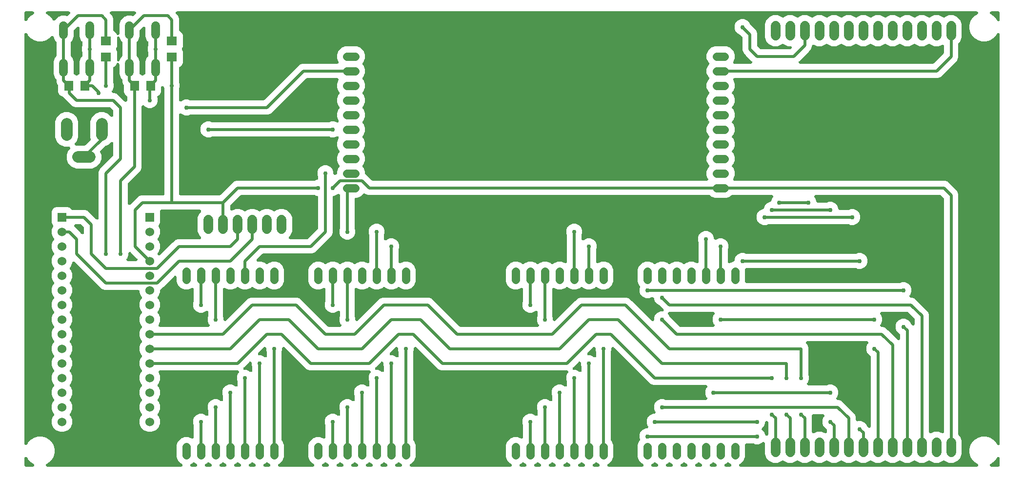
<source format=gbr>
G04 EAGLE Gerber RS-274X export*
G75*
%MOMM*%
%FSLAX34Y34*%
%LPD*%
%INTop Copper*%
%IPPOS*%
%AMOC8*
5,1,8,0,0,1.08239X$1,22.5*%
G01*
%ADD10R,1.530000X1.530000*%
%ADD11C,1.530000*%
%ADD12C,1.422400*%
%ADD13C,2.000000*%
%ADD14C,1.524000*%
%ADD15C,1.676400*%
%ADD16R,1.600000X1.800000*%
%ADD17R,1.803000X1.600000*%
%ADD18C,0.508000*%
%ADD19C,0.756400*%

G36*
X1663686Y10924D02*
X1663686Y10924D01*
X1663697Y10923D01*
X1663910Y10944D01*
X1664123Y10963D01*
X1664134Y10966D01*
X1664146Y10967D01*
X1664352Y11025D01*
X1664557Y11081D01*
X1664568Y11086D01*
X1664579Y11089D01*
X1664773Y11184D01*
X1664964Y11275D01*
X1664973Y11281D01*
X1664984Y11286D01*
X1665156Y11412D01*
X1665330Y11537D01*
X1665338Y11545D01*
X1665347Y11552D01*
X1665494Y11705D01*
X1665644Y11859D01*
X1665651Y11869D01*
X1665658Y11877D01*
X1665776Y12055D01*
X1665896Y12232D01*
X1665901Y12243D01*
X1665907Y12253D01*
X1665992Y12448D01*
X1666078Y12644D01*
X1666081Y12655D01*
X1666086Y12666D01*
X1666135Y12875D01*
X1666185Y13082D01*
X1666186Y13093D01*
X1666188Y13104D01*
X1666200Y13320D01*
X1666213Y13531D01*
X1666211Y13542D01*
X1666212Y13554D01*
X1666185Y13766D01*
X1666161Y13978D01*
X1666157Y13989D01*
X1666156Y14001D01*
X1666093Y14203D01*
X1666030Y14409D01*
X1666025Y14420D01*
X1666022Y14431D01*
X1665923Y14619D01*
X1665826Y14811D01*
X1665819Y14820D01*
X1665814Y14830D01*
X1665683Y14999D01*
X1665554Y15169D01*
X1665545Y15177D01*
X1665538Y15186D01*
X1665381Y15329D01*
X1665223Y15474D01*
X1665213Y15481D01*
X1665204Y15488D01*
X1664944Y15661D01*
X1660951Y17966D01*
X1656266Y22651D01*
X1652954Y28388D01*
X1651239Y34787D01*
X1651239Y41413D01*
X1652954Y47812D01*
X1656266Y53549D01*
X1660951Y58234D01*
X1666688Y61546D01*
X1673087Y63261D01*
X1679713Y63261D01*
X1686112Y61546D01*
X1691849Y58234D01*
X1696534Y53549D01*
X1698839Y49556D01*
X1698846Y49547D01*
X1698851Y49536D01*
X1698975Y49363D01*
X1699098Y49188D01*
X1699106Y49179D01*
X1699113Y49170D01*
X1699266Y49021D01*
X1699418Y48871D01*
X1699427Y48864D01*
X1699435Y48856D01*
X1699612Y48737D01*
X1699788Y48615D01*
X1699799Y48610D01*
X1699808Y48604D01*
X1700003Y48518D01*
X1700198Y48429D01*
X1700210Y48426D01*
X1700220Y48422D01*
X1700427Y48371D01*
X1700635Y48319D01*
X1700647Y48318D01*
X1700658Y48315D01*
X1700869Y48302D01*
X1701084Y48287D01*
X1701096Y48288D01*
X1701107Y48287D01*
X1701320Y48312D01*
X1701532Y48335D01*
X1701543Y48338D01*
X1701554Y48339D01*
X1701760Y48401D01*
X1701964Y48461D01*
X1701974Y48466D01*
X1701985Y48470D01*
X1702175Y48566D01*
X1702367Y48662D01*
X1702376Y48669D01*
X1702387Y48674D01*
X1702556Y48803D01*
X1702728Y48931D01*
X1702736Y48939D01*
X1702745Y48946D01*
X1702890Y49103D01*
X1703036Y49259D01*
X1703043Y49269D01*
X1703051Y49277D01*
X1703165Y49457D01*
X1703282Y49637D01*
X1703286Y49647D01*
X1703292Y49657D01*
X1703373Y49854D01*
X1703456Y50052D01*
X1703459Y50063D01*
X1703463Y50074D01*
X1703508Y50283D01*
X1703555Y50491D01*
X1703556Y50502D01*
X1703558Y50514D01*
X1703577Y50826D01*
X1703577Y761974D01*
X1703576Y761986D01*
X1703577Y761997D01*
X1703556Y762210D01*
X1703537Y762423D01*
X1703534Y762434D01*
X1703533Y762446D01*
X1703475Y762652D01*
X1703419Y762857D01*
X1703414Y762868D01*
X1703411Y762879D01*
X1703316Y763073D01*
X1703225Y763264D01*
X1703219Y763273D01*
X1703214Y763284D01*
X1703088Y763456D01*
X1702963Y763630D01*
X1702955Y763638D01*
X1702948Y763647D01*
X1702795Y763794D01*
X1702641Y763944D01*
X1702631Y763951D01*
X1702623Y763958D01*
X1702445Y764076D01*
X1702268Y764196D01*
X1702257Y764201D01*
X1702247Y764207D01*
X1702052Y764292D01*
X1701856Y764378D01*
X1701845Y764381D01*
X1701834Y764386D01*
X1701625Y764435D01*
X1701418Y764485D01*
X1701407Y764486D01*
X1701396Y764488D01*
X1701180Y764500D01*
X1700969Y764513D01*
X1700958Y764511D01*
X1700946Y764512D01*
X1700734Y764485D01*
X1700522Y764461D01*
X1700511Y764457D01*
X1700499Y764456D01*
X1700297Y764393D01*
X1700091Y764330D01*
X1700080Y764325D01*
X1700069Y764322D01*
X1699881Y764223D01*
X1699689Y764126D01*
X1699680Y764119D01*
X1699670Y764114D01*
X1699500Y763983D01*
X1699331Y763854D01*
X1699323Y763845D01*
X1699314Y763838D01*
X1699171Y763681D01*
X1699026Y763523D01*
X1699019Y763513D01*
X1699012Y763504D01*
X1698839Y763244D01*
X1696534Y759251D01*
X1691849Y754566D01*
X1686112Y751254D01*
X1679713Y749539D01*
X1673087Y749539D01*
X1666688Y751254D01*
X1660951Y754566D01*
X1656266Y759251D01*
X1652954Y764988D01*
X1651239Y771387D01*
X1651239Y778013D01*
X1652954Y784412D01*
X1656266Y790149D01*
X1660951Y794834D01*
X1664944Y797139D01*
X1664953Y797146D01*
X1664964Y797151D01*
X1665137Y797275D01*
X1665312Y797398D01*
X1665321Y797406D01*
X1665330Y797413D01*
X1665479Y797566D01*
X1665629Y797718D01*
X1665636Y797727D01*
X1665644Y797735D01*
X1665763Y797912D01*
X1665885Y798088D01*
X1665890Y798099D01*
X1665896Y798108D01*
X1665982Y798303D01*
X1666071Y798498D01*
X1666074Y798510D01*
X1666078Y798520D01*
X1666129Y798727D01*
X1666181Y798935D01*
X1666182Y798947D01*
X1666185Y798958D01*
X1666198Y799169D01*
X1666213Y799384D01*
X1666212Y799396D01*
X1666213Y799407D01*
X1666188Y799620D01*
X1666165Y799832D01*
X1666162Y799843D01*
X1666161Y799854D01*
X1666099Y800060D01*
X1666039Y800264D01*
X1666034Y800274D01*
X1666030Y800285D01*
X1665934Y800475D01*
X1665838Y800667D01*
X1665831Y800676D01*
X1665826Y800687D01*
X1665697Y800856D01*
X1665569Y801028D01*
X1665561Y801036D01*
X1665554Y801045D01*
X1665397Y801190D01*
X1665241Y801336D01*
X1665231Y801343D01*
X1665223Y801351D01*
X1665043Y801465D01*
X1664863Y801582D01*
X1664853Y801586D01*
X1664843Y801592D01*
X1664646Y801673D01*
X1664448Y801756D01*
X1664437Y801759D01*
X1664426Y801763D01*
X1664217Y801808D01*
X1664009Y801855D01*
X1663998Y801856D01*
X1663986Y801858D01*
X1663674Y801877D01*
X276088Y801877D01*
X275959Y801866D01*
X275829Y801864D01*
X275735Y801846D01*
X275640Y801837D01*
X275514Y801803D01*
X275387Y801778D01*
X275297Y801744D01*
X275205Y801719D01*
X275088Y801663D01*
X274967Y801616D01*
X274885Y801566D01*
X274799Y801525D01*
X274693Y801450D01*
X274582Y801382D01*
X274510Y801319D01*
X274433Y801263D01*
X274342Y801170D01*
X274245Y801084D01*
X274185Y801009D01*
X274119Y800941D01*
X274046Y800833D01*
X273965Y800731D01*
X273920Y800647D01*
X273867Y800568D01*
X273814Y800449D01*
X273753Y800334D01*
X273723Y800243D01*
X273684Y800156D01*
X273654Y800029D01*
X273613Y799906D01*
X273600Y799811D01*
X273578Y799718D01*
X273570Y799589D01*
X273552Y799460D01*
X273556Y799364D01*
X273550Y799269D01*
X273565Y799140D01*
X273570Y799010D01*
X273591Y798917D01*
X273602Y798822D01*
X273640Y798697D01*
X273668Y798570D01*
X273705Y798482D01*
X273732Y798391D01*
X273791Y798275D01*
X273842Y798155D01*
X273893Y798075D01*
X273937Y797989D01*
X274015Y797886D01*
X274086Y797777D01*
X274172Y797679D01*
X274209Y797631D01*
X274242Y797600D01*
X274293Y797542D01*
X277332Y794504D01*
X279241Y789895D01*
X279241Y769881D01*
X279260Y769669D01*
X279276Y769458D01*
X279279Y769446D01*
X279281Y769432D01*
X279337Y769227D01*
X279390Y769023D01*
X279396Y769011D01*
X279399Y768998D01*
X279490Y768808D01*
X279579Y768614D01*
X279587Y768603D01*
X279593Y768591D01*
X279715Y768420D01*
X279838Y768245D01*
X279847Y768236D01*
X279855Y768225D01*
X280007Y768077D01*
X280157Y767928D01*
X280168Y767921D01*
X280177Y767911D01*
X280353Y767792D01*
X280527Y767672D01*
X280542Y767665D01*
X280550Y767659D01*
X280586Y767643D01*
X280808Y767535D01*
X281380Y767298D01*
X284193Y764485D01*
X285716Y760809D01*
X285716Y740831D01*
X284366Y737572D01*
X284317Y737415D01*
X284260Y737260D01*
X284249Y737200D01*
X284231Y737142D01*
X284210Y736979D01*
X284182Y736817D01*
X284182Y736756D01*
X284174Y736695D01*
X284183Y736531D01*
X284183Y736367D01*
X284194Y736307D01*
X284197Y736246D01*
X284235Y736086D01*
X284264Y735924D01*
X284289Y735851D01*
X284299Y735807D01*
X284323Y735751D01*
X284366Y735628D01*
X285716Y732369D01*
X285716Y712391D01*
X284193Y708715D01*
X281380Y705902D01*
X280808Y705665D01*
X280621Y705567D01*
X280431Y705471D01*
X280421Y705463D01*
X280409Y705456D01*
X280242Y705327D01*
X280073Y705199D01*
X280064Y705189D01*
X280053Y705181D01*
X279911Y705023D01*
X279767Y704867D01*
X279760Y704856D01*
X279752Y704846D01*
X279640Y704667D01*
X279526Y704488D01*
X279521Y704475D01*
X279514Y704464D01*
X279435Y704267D01*
X279355Y704071D01*
X279352Y704058D01*
X279347Y704046D01*
X279305Y703838D01*
X279260Y703631D01*
X279259Y703615D01*
X279257Y703605D01*
X279256Y703565D01*
X279241Y703319D01*
X279241Y679345D01*
X279251Y679229D01*
X279251Y679112D01*
X279271Y679005D01*
X279281Y678897D01*
X279311Y678784D01*
X279332Y678669D01*
X279383Y678523D01*
X279399Y678462D01*
X279415Y678430D01*
X279434Y678373D01*
X280483Y675842D01*
X280483Y670358D01*
X279434Y667827D01*
X279399Y667715D01*
X279355Y667607D01*
X279332Y667501D01*
X279299Y667397D01*
X279285Y667281D01*
X279260Y667167D01*
X279250Y667013D01*
X279243Y666950D01*
X279244Y666914D01*
X279241Y666855D01*
X279241Y647763D01*
X279252Y647633D01*
X279254Y647503D01*
X279272Y647410D01*
X279281Y647314D01*
X279315Y647189D01*
X279340Y647061D01*
X279374Y646972D01*
X279399Y646880D01*
X279455Y646763D01*
X279502Y646641D01*
X279552Y646559D01*
X279593Y646473D01*
X279668Y646368D01*
X279736Y646256D01*
X279799Y646185D01*
X279855Y646107D01*
X279948Y646016D01*
X280034Y645919D01*
X280109Y645860D01*
X280177Y645793D01*
X280285Y645720D01*
X280387Y645640D01*
X280471Y645595D01*
X280550Y645541D01*
X280669Y645488D01*
X280784Y645427D01*
X280875Y645397D01*
X280962Y645359D01*
X281089Y645328D01*
X281212Y645288D01*
X281307Y645275D01*
X281400Y645252D01*
X281529Y645244D01*
X281658Y645226D01*
X281754Y645230D01*
X281849Y645224D01*
X281978Y645239D01*
X282108Y645245D01*
X282201Y645265D01*
X282296Y645277D01*
X282421Y645314D01*
X282548Y645342D01*
X282636Y645379D01*
X282727Y645407D01*
X282843Y645466D01*
X282963Y645516D01*
X283043Y645568D01*
X283129Y645611D01*
X283232Y645690D01*
X283341Y645760D01*
X283439Y645846D01*
X283487Y645883D01*
X283518Y645916D01*
X283576Y645967D01*
X284293Y646684D01*
X289358Y648783D01*
X294842Y648783D01*
X297373Y647734D01*
X297485Y647699D01*
X297593Y647655D01*
X297699Y647632D01*
X297803Y647599D01*
X297919Y647585D01*
X298033Y647560D01*
X298187Y647550D01*
X298250Y647543D01*
X298286Y647544D01*
X298345Y647541D01*
X425554Y647541D01*
X425717Y647555D01*
X425882Y647562D01*
X425941Y647575D01*
X426002Y647581D01*
X426161Y647624D01*
X426321Y647660D01*
X426378Y647683D01*
X426437Y647699D01*
X426585Y647770D01*
X426737Y647833D01*
X426788Y647866D01*
X426843Y647893D01*
X426977Y647988D01*
X427115Y648078D01*
X427173Y648129D01*
X427209Y648155D01*
X427252Y648198D01*
X427349Y648284D01*
X488196Y709132D01*
X492805Y711041D01*
X553742Y711041D01*
X553824Y711048D01*
X553906Y711046D01*
X554047Y711068D01*
X554190Y711081D01*
X554270Y711102D01*
X554351Y711115D01*
X554486Y711161D01*
X554624Y711199D01*
X554699Y711235D01*
X554777Y711261D01*
X554902Y711331D01*
X555031Y711393D01*
X555098Y711440D01*
X555170Y711481D01*
X555281Y711571D01*
X555397Y711655D01*
X555455Y711714D01*
X555518Y711766D01*
X555611Y711875D01*
X555711Y711977D01*
X555757Y712046D01*
X555811Y712108D01*
X555883Y712232D01*
X555963Y712350D01*
X555997Y712426D01*
X556038Y712497D01*
X556087Y712631D01*
X556146Y712762D01*
X556165Y712842D01*
X556193Y712920D01*
X556218Y713061D01*
X556252Y713200D01*
X556257Y713282D01*
X556272Y713363D01*
X556271Y713506D01*
X556280Y713649D01*
X556270Y713731D01*
X556270Y713813D01*
X556244Y713954D01*
X556228Y714096D01*
X556204Y714175D01*
X556189Y714256D01*
X556109Y714490D01*
X556097Y714527D01*
X556093Y714537D01*
X556088Y714552D01*
X553625Y720496D01*
X553625Y727304D01*
X556231Y733594D01*
X561044Y738407D01*
X567334Y741013D01*
X588366Y741013D01*
X594656Y738407D01*
X599469Y733594D01*
X602075Y727304D01*
X602075Y720496D01*
X599469Y714206D01*
X598259Y712996D01*
X598236Y712969D01*
X598210Y712946D01*
X598092Y712797D01*
X597970Y712650D01*
X597952Y712620D01*
X597931Y712593D01*
X597841Y712425D01*
X597746Y712259D01*
X597735Y712227D01*
X597718Y712196D01*
X597659Y712015D01*
X597595Y711835D01*
X597590Y711801D01*
X597579Y711768D01*
X597553Y711579D01*
X597522Y711391D01*
X597522Y711356D01*
X597518Y711322D01*
X597526Y711131D01*
X597528Y710940D01*
X597535Y710906D01*
X597536Y710872D01*
X597577Y710686D01*
X597614Y710498D01*
X597626Y710466D01*
X597634Y710432D01*
X597707Y710257D01*
X597776Y710078D01*
X597794Y710049D01*
X597807Y710017D01*
X597911Y709857D01*
X598010Y709694D01*
X598033Y709668D01*
X598052Y709639D01*
X598259Y709404D01*
X599469Y708194D01*
X602075Y701904D01*
X602075Y695096D01*
X599469Y688806D01*
X598259Y687596D01*
X598236Y687569D01*
X598210Y687546D01*
X598092Y687397D01*
X597970Y687250D01*
X597952Y687220D01*
X597931Y687193D01*
X597841Y687025D01*
X597746Y686859D01*
X597735Y686827D01*
X597718Y686796D01*
X597659Y686615D01*
X597595Y686435D01*
X597590Y686401D01*
X597579Y686368D01*
X597553Y686179D01*
X597522Y685991D01*
X597522Y685956D01*
X597518Y685922D01*
X597526Y685731D01*
X597528Y685540D01*
X597535Y685506D01*
X597536Y685472D01*
X597577Y685286D01*
X597614Y685098D01*
X597626Y685066D01*
X597634Y685032D01*
X597707Y684857D01*
X597776Y684678D01*
X597794Y684649D01*
X597807Y684617D01*
X597911Y684457D01*
X598010Y684294D01*
X598033Y684268D01*
X598052Y684239D01*
X598259Y684004D01*
X599469Y682794D01*
X602075Y676504D01*
X602075Y669696D01*
X599469Y663406D01*
X598259Y662196D01*
X598236Y662169D01*
X598210Y662146D01*
X598092Y661997D01*
X597970Y661850D01*
X597952Y661820D01*
X597931Y661793D01*
X597841Y661625D01*
X597746Y661459D01*
X597735Y661427D01*
X597718Y661396D01*
X597659Y661215D01*
X597595Y661035D01*
X597590Y661001D01*
X597579Y660968D01*
X597553Y660779D01*
X597522Y660591D01*
X597522Y660556D01*
X597518Y660522D01*
X597526Y660331D01*
X597528Y660140D01*
X597535Y660106D01*
X597536Y660072D01*
X597577Y659886D01*
X597614Y659698D01*
X597626Y659666D01*
X597634Y659632D01*
X597707Y659457D01*
X597776Y659278D01*
X597794Y659249D01*
X597807Y659217D01*
X597911Y659057D01*
X598010Y658894D01*
X598033Y658868D01*
X598052Y658839D01*
X598259Y658604D01*
X599469Y657394D01*
X602075Y651104D01*
X602075Y644296D01*
X599469Y638006D01*
X598259Y636796D01*
X598236Y636769D01*
X598210Y636746D01*
X598092Y636597D01*
X597970Y636450D01*
X597952Y636420D01*
X597931Y636393D01*
X597841Y636225D01*
X597746Y636059D01*
X597735Y636027D01*
X597718Y635996D01*
X597659Y635815D01*
X597595Y635635D01*
X597590Y635601D01*
X597579Y635568D01*
X597553Y635379D01*
X597522Y635191D01*
X597522Y635156D01*
X597518Y635122D01*
X597526Y634931D01*
X597528Y634740D01*
X597535Y634706D01*
X597536Y634672D01*
X597577Y634486D01*
X597614Y634298D01*
X597626Y634266D01*
X597634Y634232D01*
X597707Y634057D01*
X597776Y633878D01*
X597794Y633849D01*
X597807Y633817D01*
X597911Y633657D01*
X598010Y633494D01*
X598033Y633468D01*
X598052Y633439D01*
X598259Y633204D01*
X599469Y631994D01*
X602075Y625704D01*
X602075Y618896D01*
X599469Y612606D01*
X598259Y611396D01*
X598236Y611369D01*
X598210Y611346D01*
X598092Y611197D01*
X597970Y611050D01*
X597952Y611020D01*
X597931Y610993D01*
X597841Y610825D01*
X597746Y610659D01*
X597735Y610627D01*
X597718Y610596D01*
X597659Y610415D01*
X597595Y610235D01*
X597590Y610201D01*
X597579Y610168D01*
X597553Y609979D01*
X597522Y609791D01*
X597522Y609756D01*
X597518Y609722D01*
X597526Y609531D01*
X597528Y609340D01*
X597535Y609306D01*
X597536Y609272D01*
X597577Y609086D01*
X597614Y608898D01*
X597626Y608866D01*
X597634Y608832D01*
X597707Y608657D01*
X597776Y608478D01*
X597794Y608449D01*
X597807Y608417D01*
X597911Y608257D01*
X598010Y608094D01*
X598033Y608068D01*
X598052Y608039D01*
X598259Y607804D01*
X599469Y606594D01*
X602075Y600304D01*
X602075Y593496D01*
X599469Y587206D01*
X598259Y585996D01*
X598236Y585969D01*
X598210Y585946D01*
X598092Y585797D01*
X597970Y585650D01*
X597952Y585620D01*
X597931Y585593D01*
X597841Y585425D01*
X597746Y585259D01*
X597735Y585227D01*
X597718Y585196D01*
X597659Y585015D01*
X597595Y584835D01*
X597590Y584801D01*
X597579Y584768D01*
X597553Y584579D01*
X597522Y584391D01*
X597522Y584356D01*
X597518Y584322D01*
X597526Y584131D01*
X597528Y583940D01*
X597535Y583906D01*
X597536Y583872D01*
X597577Y583686D01*
X597614Y583498D01*
X597626Y583466D01*
X597634Y583432D01*
X597707Y583257D01*
X597776Y583078D01*
X597794Y583049D01*
X597807Y583017D01*
X597911Y582857D01*
X598010Y582694D01*
X598033Y582668D01*
X598052Y582639D01*
X598259Y582404D01*
X599469Y581194D01*
X602075Y574904D01*
X602075Y568096D01*
X599469Y561806D01*
X598259Y560596D01*
X598236Y560569D01*
X598210Y560546D01*
X598092Y560397D01*
X597970Y560250D01*
X597952Y560220D01*
X597931Y560193D01*
X597841Y560025D01*
X597746Y559859D01*
X597735Y559827D01*
X597718Y559796D01*
X597659Y559614D01*
X597595Y559435D01*
X597590Y559401D01*
X597579Y559368D01*
X597553Y559179D01*
X597522Y558991D01*
X597522Y558956D01*
X597518Y558922D01*
X597526Y558731D01*
X597528Y558540D01*
X597535Y558506D01*
X597536Y558472D01*
X597577Y558286D01*
X597614Y558098D01*
X597626Y558066D01*
X597634Y558032D01*
X597707Y557857D01*
X597776Y557678D01*
X597794Y557649D01*
X597807Y557617D01*
X597911Y557457D01*
X598010Y557294D01*
X598033Y557268D01*
X598052Y557239D01*
X598259Y557004D01*
X599469Y555794D01*
X602075Y549504D01*
X602075Y542696D01*
X599469Y536406D01*
X598259Y535196D01*
X598236Y535169D01*
X598210Y535146D01*
X598092Y534997D01*
X597970Y534850D01*
X597952Y534820D01*
X597931Y534793D01*
X597841Y534625D01*
X597746Y534459D01*
X597735Y534427D01*
X597718Y534396D01*
X597659Y534215D01*
X597595Y534035D01*
X597590Y534001D01*
X597579Y533968D01*
X597553Y533779D01*
X597522Y533591D01*
X597522Y533556D01*
X597518Y533522D01*
X597526Y533331D01*
X597528Y533140D01*
X597535Y533106D01*
X597536Y533072D01*
X597577Y532886D01*
X597614Y532698D01*
X597626Y532666D01*
X597634Y532632D01*
X597707Y532457D01*
X597776Y532278D01*
X597794Y532249D01*
X597807Y532217D01*
X597911Y532057D01*
X598010Y531894D01*
X598033Y531868D01*
X598052Y531839D01*
X598259Y531604D01*
X599469Y530394D01*
X602075Y524104D01*
X602075Y521127D01*
X602094Y520916D01*
X602110Y520705D01*
X602113Y520692D01*
X602115Y520679D01*
X602171Y520474D01*
X602224Y520269D01*
X602230Y520257D01*
X602233Y520244D01*
X602324Y520054D01*
X602413Y519860D01*
X602421Y519849D01*
X602427Y519838D01*
X602550Y519666D01*
X602672Y519492D01*
X602681Y519482D01*
X602689Y519472D01*
X602841Y519323D01*
X602991Y519174D01*
X603002Y519167D01*
X603011Y519158D01*
X603187Y519039D01*
X603362Y518918D01*
X603376Y518911D01*
X603384Y518905D01*
X603420Y518890D01*
X603642Y518781D01*
X604004Y518631D01*
X607888Y514747D01*
X607889Y514747D01*
X614051Y508584D01*
X614177Y508479D01*
X614298Y508367D01*
X614349Y508335D01*
X614396Y508296D01*
X614539Y508214D01*
X614678Y508126D01*
X614734Y508102D01*
X614787Y508072D01*
X614942Y508017D01*
X615094Y507955D01*
X615154Y507942D01*
X615211Y507921D01*
X615374Y507895D01*
X615534Y507860D01*
X615611Y507855D01*
X615656Y507848D01*
X615717Y507849D01*
X615846Y507841D01*
X1195092Y507841D01*
X1195174Y507848D01*
X1195256Y507846D01*
X1195397Y507868D01*
X1195540Y507881D01*
X1195620Y507902D01*
X1195701Y507915D01*
X1195836Y507961D01*
X1195974Y507999D01*
X1196049Y508035D01*
X1196127Y508061D01*
X1196252Y508131D01*
X1196381Y508193D01*
X1196448Y508240D01*
X1196520Y508281D01*
X1196631Y508371D01*
X1196747Y508455D01*
X1196805Y508514D01*
X1196868Y508566D01*
X1196961Y508675D01*
X1197061Y508777D01*
X1197107Y508846D01*
X1197161Y508908D01*
X1197233Y509032D01*
X1197313Y509150D01*
X1197347Y509226D01*
X1197388Y509297D01*
X1197437Y509431D01*
X1197496Y509562D01*
X1197515Y509642D01*
X1197543Y509720D01*
X1197568Y509861D01*
X1197602Y510000D01*
X1197607Y510082D01*
X1197622Y510163D01*
X1197621Y510306D01*
X1197630Y510449D01*
X1197620Y510531D01*
X1197620Y510613D01*
X1197594Y510754D01*
X1197578Y510896D01*
X1197554Y510975D01*
X1197539Y511056D01*
X1197459Y511290D01*
X1197447Y511327D01*
X1197443Y511337D01*
X1197438Y511352D01*
X1194975Y517296D01*
X1194975Y524104D01*
X1197581Y530394D01*
X1198791Y531604D01*
X1198814Y531631D01*
X1198840Y531654D01*
X1198958Y531803D01*
X1199080Y531950D01*
X1199098Y531980D01*
X1199119Y532007D01*
X1199209Y532175D01*
X1199304Y532341D01*
X1199315Y532373D01*
X1199332Y532404D01*
X1199391Y532585D01*
X1199455Y532765D01*
X1199460Y532799D01*
X1199471Y532832D01*
X1199497Y533021D01*
X1199528Y533209D01*
X1199528Y533244D01*
X1199532Y533278D01*
X1199524Y533469D01*
X1199522Y533660D01*
X1199515Y533694D01*
X1199514Y533728D01*
X1199473Y533914D01*
X1199436Y534102D01*
X1199424Y534134D01*
X1199416Y534168D01*
X1199343Y534343D01*
X1199274Y534522D01*
X1199256Y534551D01*
X1199243Y534583D01*
X1199139Y534743D01*
X1199040Y534906D01*
X1199017Y534932D01*
X1198998Y534961D01*
X1198791Y535196D01*
X1197581Y536406D01*
X1194975Y542696D01*
X1194975Y549504D01*
X1197581Y555794D01*
X1198791Y557004D01*
X1198814Y557031D01*
X1198840Y557054D01*
X1198958Y557203D01*
X1199080Y557350D01*
X1199098Y557380D01*
X1199119Y557407D01*
X1199209Y557575D01*
X1199304Y557741D01*
X1199315Y557773D01*
X1199332Y557804D01*
X1199390Y557985D01*
X1199455Y558165D01*
X1199460Y558199D01*
X1199471Y558232D01*
X1199497Y558421D01*
X1199528Y558609D01*
X1199528Y558644D01*
X1199532Y558678D01*
X1199524Y558869D01*
X1199522Y559059D01*
X1199515Y559094D01*
X1199514Y559128D01*
X1199473Y559314D01*
X1199436Y559502D01*
X1199424Y559534D01*
X1199416Y559568D01*
X1199343Y559744D01*
X1199274Y559922D01*
X1199256Y559951D01*
X1199243Y559983D01*
X1199139Y560144D01*
X1199040Y560306D01*
X1199017Y560332D01*
X1198998Y560361D01*
X1198791Y560596D01*
X1197581Y561806D01*
X1194975Y568096D01*
X1194975Y574904D01*
X1197581Y581194D01*
X1198791Y582404D01*
X1198814Y582431D01*
X1198840Y582454D01*
X1198958Y582603D01*
X1199080Y582750D01*
X1199098Y582780D01*
X1199119Y582807D01*
X1199209Y582975D01*
X1199304Y583141D01*
X1199315Y583173D01*
X1199332Y583204D01*
X1199390Y583385D01*
X1199455Y583565D01*
X1199460Y583599D01*
X1199471Y583632D01*
X1199497Y583821D01*
X1199528Y584009D01*
X1199528Y584044D01*
X1199532Y584078D01*
X1199524Y584269D01*
X1199522Y584459D01*
X1199515Y584494D01*
X1199514Y584528D01*
X1199473Y584714D01*
X1199436Y584902D01*
X1199424Y584934D01*
X1199416Y584968D01*
X1199343Y585144D01*
X1199274Y585322D01*
X1199256Y585351D01*
X1199243Y585383D01*
X1199139Y585544D01*
X1199040Y585706D01*
X1199017Y585732D01*
X1198998Y585761D01*
X1198791Y585996D01*
X1197581Y587206D01*
X1194975Y593496D01*
X1194975Y600304D01*
X1197581Y606594D01*
X1198791Y607804D01*
X1198814Y607831D01*
X1198840Y607854D01*
X1198958Y608003D01*
X1199080Y608150D01*
X1199098Y608180D01*
X1199119Y608207D01*
X1199209Y608375D01*
X1199304Y608541D01*
X1199315Y608573D01*
X1199332Y608604D01*
X1199390Y608785D01*
X1199455Y608965D01*
X1199460Y608999D01*
X1199471Y609032D01*
X1199497Y609221D01*
X1199528Y609409D01*
X1199528Y609444D01*
X1199532Y609478D01*
X1199524Y609669D01*
X1199522Y609859D01*
X1199515Y609894D01*
X1199514Y609928D01*
X1199473Y610114D01*
X1199436Y610302D01*
X1199424Y610334D01*
X1199416Y610368D01*
X1199343Y610544D01*
X1199274Y610722D01*
X1199256Y610751D01*
X1199243Y610783D01*
X1199139Y610944D01*
X1199040Y611106D01*
X1199017Y611132D01*
X1198998Y611161D01*
X1198791Y611396D01*
X1197581Y612606D01*
X1194975Y618896D01*
X1194975Y625704D01*
X1197581Y631994D01*
X1198791Y633204D01*
X1198814Y633231D01*
X1198840Y633254D01*
X1198958Y633403D01*
X1199080Y633550D01*
X1199098Y633580D01*
X1199119Y633607D01*
X1199209Y633775D01*
X1199304Y633941D01*
X1199315Y633973D01*
X1199332Y634004D01*
X1199390Y634185D01*
X1199455Y634365D01*
X1199460Y634399D01*
X1199471Y634432D01*
X1199497Y634621D01*
X1199528Y634809D01*
X1199528Y634844D01*
X1199532Y634878D01*
X1199524Y635069D01*
X1199522Y635259D01*
X1199515Y635294D01*
X1199514Y635328D01*
X1199473Y635514D01*
X1199436Y635702D01*
X1199424Y635734D01*
X1199416Y635768D01*
X1199343Y635944D01*
X1199274Y636122D01*
X1199256Y636151D01*
X1199243Y636183D01*
X1199139Y636344D01*
X1199040Y636506D01*
X1199017Y636532D01*
X1198998Y636561D01*
X1198791Y636796D01*
X1197581Y638006D01*
X1194975Y644296D01*
X1194975Y651104D01*
X1197581Y657394D01*
X1198791Y658604D01*
X1198814Y658631D01*
X1198840Y658654D01*
X1198958Y658803D01*
X1199080Y658950D01*
X1199098Y658980D01*
X1199119Y659007D01*
X1199209Y659175D01*
X1199304Y659341D01*
X1199315Y659373D01*
X1199332Y659404D01*
X1199390Y659585D01*
X1199455Y659765D01*
X1199460Y659799D01*
X1199471Y659832D01*
X1199497Y660021D01*
X1199528Y660209D01*
X1199528Y660244D01*
X1199532Y660278D01*
X1199524Y660469D01*
X1199522Y660659D01*
X1199515Y660694D01*
X1199514Y660728D01*
X1199473Y660914D01*
X1199436Y661102D01*
X1199424Y661134D01*
X1199416Y661168D01*
X1199343Y661344D01*
X1199274Y661522D01*
X1199256Y661551D01*
X1199243Y661583D01*
X1199139Y661744D01*
X1199040Y661906D01*
X1199017Y661932D01*
X1198998Y661961D01*
X1198791Y662196D01*
X1197581Y663406D01*
X1194975Y669696D01*
X1194975Y676504D01*
X1197581Y682794D01*
X1198791Y684004D01*
X1198814Y684031D01*
X1198840Y684054D01*
X1198958Y684203D01*
X1199080Y684350D01*
X1199098Y684380D01*
X1199119Y684407D01*
X1199209Y684575D01*
X1199304Y684741D01*
X1199315Y684773D01*
X1199332Y684804D01*
X1199390Y684985D01*
X1199455Y685165D01*
X1199460Y685199D01*
X1199471Y685232D01*
X1199497Y685421D01*
X1199528Y685609D01*
X1199528Y685644D01*
X1199532Y685678D01*
X1199524Y685869D01*
X1199522Y686059D01*
X1199515Y686094D01*
X1199514Y686128D01*
X1199473Y686314D01*
X1199436Y686502D01*
X1199424Y686534D01*
X1199416Y686568D01*
X1199343Y686744D01*
X1199274Y686922D01*
X1199256Y686951D01*
X1199243Y686983D01*
X1199139Y687144D01*
X1199040Y687306D01*
X1199017Y687332D01*
X1198998Y687361D01*
X1198791Y687596D01*
X1197581Y688806D01*
X1194975Y695096D01*
X1194975Y701904D01*
X1197581Y708194D01*
X1198791Y709404D01*
X1198814Y709431D01*
X1198840Y709454D01*
X1198958Y709603D01*
X1199080Y709750D01*
X1199098Y709780D01*
X1199119Y709807D01*
X1199209Y709975D01*
X1199304Y710141D01*
X1199315Y710173D01*
X1199332Y710204D01*
X1199390Y710385D01*
X1199455Y710565D01*
X1199460Y710599D01*
X1199471Y710632D01*
X1199497Y710821D01*
X1199528Y711009D01*
X1199528Y711044D01*
X1199532Y711078D01*
X1199524Y711269D01*
X1199522Y711459D01*
X1199515Y711494D01*
X1199514Y711528D01*
X1199473Y711714D01*
X1199436Y711902D01*
X1199424Y711934D01*
X1199416Y711968D01*
X1199343Y712144D01*
X1199274Y712322D01*
X1199256Y712351D01*
X1199243Y712383D01*
X1199139Y712544D01*
X1199040Y712706D01*
X1199017Y712732D01*
X1198998Y712761D01*
X1198791Y712996D01*
X1197581Y714206D01*
X1194975Y720496D01*
X1194975Y727304D01*
X1197581Y733594D01*
X1202394Y738407D01*
X1208684Y741013D01*
X1229716Y741013D01*
X1236006Y738407D01*
X1240819Y733594D01*
X1243425Y727304D01*
X1243425Y720496D01*
X1240962Y714552D01*
X1240938Y714473D01*
X1240904Y714398D01*
X1240871Y714259D01*
X1240828Y714122D01*
X1240817Y714040D01*
X1240798Y713960D01*
X1240789Y713818D01*
X1240771Y713675D01*
X1240775Y713593D01*
X1240770Y713511D01*
X1240787Y713369D01*
X1240794Y713226D01*
X1240813Y713146D01*
X1240822Y713064D01*
X1240864Y712926D01*
X1240896Y712787D01*
X1240929Y712712D01*
X1240952Y712633D01*
X1241018Y712505D01*
X1241074Y712374D01*
X1241119Y712305D01*
X1241157Y712231D01*
X1241243Y712117D01*
X1241322Y711998D01*
X1241379Y711938D01*
X1241429Y711873D01*
X1241534Y711776D01*
X1241633Y711672D01*
X1241699Y711623D01*
X1241760Y711567D01*
X1241881Y711490D01*
X1241996Y711406D01*
X1242070Y711370D01*
X1242140Y711326D01*
X1242272Y711271D01*
X1242401Y711208D01*
X1242480Y711186D01*
X1242556Y711155D01*
X1242696Y711125D01*
X1242834Y711085D01*
X1242916Y711077D01*
X1242997Y711060D01*
X1243242Y711045D01*
X1243282Y711041D01*
X1243293Y711042D01*
X1243308Y711041D01*
X1271694Y711041D01*
X1271823Y711052D01*
X1271953Y711054D01*
X1272047Y711072D01*
X1272142Y711081D01*
X1272268Y711115D01*
X1272395Y711140D01*
X1272485Y711174D01*
X1272577Y711199D01*
X1272694Y711255D01*
X1272815Y711302D01*
X1272897Y711352D01*
X1272983Y711393D01*
X1273089Y711468D01*
X1273200Y711536D01*
X1273272Y711599D01*
X1273349Y711655D01*
X1273440Y711748D01*
X1273537Y711834D01*
X1273597Y711909D01*
X1273663Y711977D01*
X1273736Y712085D01*
X1273817Y712187D01*
X1273862Y712271D01*
X1273915Y712350D01*
X1273968Y712469D01*
X1274029Y712584D01*
X1274059Y712675D01*
X1274098Y712762D01*
X1274128Y712888D01*
X1274169Y713012D01*
X1274182Y713107D01*
X1274204Y713200D01*
X1274212Y713329D01*
X1274230Y713458D01*
X1274226Y713554D01*
X1274232Y713649D01*
X1274217Y713778D01*
X1274212Y713908D01*
X1274191Y714001D01*
X1274180Y714096D01*
X1274142Y714221D01*
X1274114Y714348D01*
X1274077Y714436D01*
X1274050Y714527D01*
X1273991Y714643D01*
X1273940Y714763D01*
X1273889Y714843D01*
X1273845Y714929D01*
X1273767Y715032D01*
X1273696Y715141D01*
X1273610Y715239D01*
X1273573Y715287D01*
X1273540Y715318D01*
X1273489Y715376D01*
X1271712Y717153D01*
X1271711Y717153D01*
X1263253Y725611D01*
X1259368Y729496D01*
X1257459Y734105D01*
X1257459Y755754D01*
X1257445Y755917D01*
X1257438Y756082D01*
X1257425Y756141D01*
X1257419Y756202D01*
X1257376Y756361D01*
X1257340Y756521D01*
X1257317Y756578D01*
X1257301Y756637D01*
X1257230Y756785D01*
X1257167Y756937D01*
X1257134Y756988D01*
X1257107Y757043D01*
X1257012Y757177D01*
X1256922Y757315D01*
X1256871Y757373D01*
X1256845Y757409D01*
X1256802Y757452D01*
X1256716Y757549D01*
X1252848Y761416D01*
X1252758Y761492D01*
X1252676Y761574D01*
X1252586Y761635D01*
X1252503Y761705D01*
X1252401Y761763D01*
X1252305Y761830D01*
X1252167Y761898D01*
X1252112Y761929D01*
X1252078Y761941D01*
X1252024Y761967D01*
X1249493Y763016D01*
X1245616Y766893D01*
X1243517Y771958D01*
X1243517Y777442D01*
X1245616Y782507D01*
X1249493Y786384D01*
X1254558Y788483D01*
X1260042Y788483D01*
X1265107Y786384D01*
X1268984Y782507D01*
X1270033Y779976D01*
X1270087Y779872D01*
X1270132Y779764D01*
X1270191Y779673D01*
X1270242Y779576D01*
X1270313Y779484D01*
X1270377Y779386D01*
X1270479Y779270D01*
X1270517Y779220D01*
X1270544Y779196D01*
X1270584Y779152D01*
X1280632Y769104D01*
X1282541Y764495D01*
X1282541Y742846D01*
X1282555Y742683D01*
X1282562Y742518D01*
X1282575Y742459D01*
X1282581Y742398D01*
X1282624Y742239D01*
X1282660Y742079D01*
X1282683Y742022D01*
X1282699Y741963D01*
X1282770Y741815D01*
X1282833Y741663D01*
X1282866Y741612D01*
X1282893Y741557D01*
X1282988Y741423D01*
X1283078Y741285D01*
X1283129Y741227D01*
X1283155Y741191D01*
X1283198Y741148D01*
X1283284Y741051D01*
X1287151Y737184D01*
X1287277Y737079D01*
X1287398Y736967D01*
X1287449Y736935D01*
X1287496Y736896D01*
X1287639Y736814D01*
X1287778Y736726D01*
X1287834Y736702D01*
X1287887Y736672D01*
X1288042Y736617D01*
X1288194Y736555D01*
X1288254Y736542D01*
X1288311Y736521D01*
X1288474Y736495D01*
X1288634Y736460D01*
X1288711Y736455D01*
X1288756Y736448D01*
X1288817Y736449D01*
X1288946Y736441D01*
X1339954Y736441D01*
X1340117Y736455D01*
X1340281Y736462D01*
X1340341Y736475D01*
X1340402Y736481D01*
X1340561Y736524D01*
X1340721Y736559D01*
X1340777Y736583D01*
X1340837Y736599D01*
X1340984Y736669D01*
X1341136Y736733D01*
X1341188Y736766D01*
X1341243Y736793D01*
X1341376Y736888D01*
X1341515Y736977D01*
X1341573Y737028D01*
X1341609Y737055D01*
X1341652Y737098D01*
X1341749Y737184D01*
X1341815Y737250D01*
X1341898Y737350D01*
X1341989Y737443D01*
X1342043Y737522D01*
X1342104Y737595D01*
X1342169Y737709D01*
X1342241Y737816D01*
X1342280Y737904D01*
X1342327Y737986D01*
X1342371Y738109D01*
X1342424Y738228D01*
X1342446Y738321D01*
X1342478Y738410D01*
X1342499Y738539D01*
X1342530Y738666D01*
X1342536Y738761D01*
X1342552Y738855D01*
X1342550Y738985D01*
X1342558Y739115D01*
X1342547Y739210D01*
X1342546Y739305D01*
X1342521Y739433D01*
X1342506Y739562D01*
X1342478Y739654D01*
X1342460Y739747D01*
X1342413Y739868D01*
X1342376Y739993D01*
X1342332Y740078D01*
X1342298Y740167D01*
X1342230Y740278D01*
X1342171Y740395D01*
X1342114Y740470D01*
X1342064Y740552D01*
X1341978Y740650D01*
X1341899Y740753D01*
X1341829Y740818D01*
X1341766Y740889D01*
X1341664Y740970D01*
X1341568Y741059D01*
X1341488Y741110D01*
X1341413Y741169D01*
X1341298Y741230D01*
X1341188Y741300D01*
X1341100Y741337D01*
X1341016Y741382D01*
X1340892Y741422D01*
X1340772Y741471D01*
X1340679Y741491D01*
X1340588Y741521D01*
X1340459Y741539D01*
X1340332Y741566D01*
X1340202Y741574D01*
X1340142Y741582D01*
X1340097Y741580D01*
X1340020Y741585D01*
X1336193Y741585D01*
X1329437Y744384D01*
X1328946Y744875D01*
X1328919Y744898D01*
X1328896Y744924D01*
X1328747Y745041D01*
X1328600Y745164D01*
X1328570Y745182D01*
X1328543Y745203D01*
X1328375Y745293D01*
X1328209Y745388D01*
X1328177Y745399D01*
X1328146Y745416D01*
X1327965Y745475D01*
X1327785Y745538D01*
X1327751Y745544D01*
X1327718Y745555D01*
X1327529Y745581D01*
X1327341Y745612D01*
X1327306Y745611D01*
X1327272Y745616D01*
X1327081Y745608D01*
X1326890Y745606D01*
X1326856Y745599D01*
X1326822Y745598D01*
X1326636Y745556D01*
X1326448Y745520D01*
X1326416Y745508D01*
X1326382Y745500D01*
X1326206Y745427D01*
X1326028Y745358D01*
X1325999Y745340D01*
X1325967Y745327D01*
X1325807Y745223D01*
X1325644Y745124D01*
X1325618Y745101D01*
X1325589Y745082D01*
X1325354Y744875D01*
X1324863Y744384D01*
X1318107Y741585D01*
X1310793Y741585D01*
X1304037Y744384D01*
X1298866Y749555D01*
X1296067Y756311D01*
X1296067Y780389D01*
X1298866Y787145D01*
X1304037Y792316D01*
X1310793Y795115D01*
X1318107Y795115D01*
X1324863Y792316D01*
X1325354Y791825D01*
X1325381Y791802D01*
X1325404Y791776D01*
X1325553Y791659D01*
X1325700Y791536D01*
X1325730Y791518D01*
X1325757Y791497D01*
X1325925Y791407D01*
X1326091Y791312D01*
X1326123Y791301D01*
X1326154Y791284D01*
X1326335Y791225D01*
X1326515Y791162D01*
X1326549Y791156D01*
X1326582Y791145D01*
X1326772Y791119D01*
X1326959Y791088D01*
X1326994Y791089D01*
X1327028Y791084D01*
X1327219Y791092D01*
X1327409Y791094D01*
X1327443Y791101D01*
X1327478Y791102D01*
X1327664Y791144D01*
X1327852Y791180D01*
X1327884Y791192D01*
X1327918Y791200D01*
X1328094Y791273D01*
X1328272Y791342D01*
X1328301Y791360D01*
X1328333Y791373D01*
X1328494Y791477D01*
X1328656Y791576D01*
X1328682Y791599D01*
X1328711Y791618D01*
X1328946Y791825D01*
X1329437Y792316D01*
X1336193Y795115D01*
X1343507Y795115D01*
X1350263Y792316D01*
X1350754Y791825D01*
X1350781Y791802D01*
X1350804Y791776D01*
X1350953Y791659D01*
X1351100Y791536D01*
X1351130Y791518D01*
X1351157Y791497D01*
X1351325Y791407D01*
X1351491Y791312D01*
X1351523Y791301D01*
X1351554Y791284D01*
X1351735Y791225D01*
X1351915Y791162D01*
X1351949Y791156D01*
X1351982Y791145D01*
X1352171Y791119D01*
X1352359Y791088D01*
X1352394Y791089D01*
X1352428Y791084D01*
X1352619Y791092D01*
X1352810Y791094D01*
X1352844Y791101D01*
X1352878Y791102D01*
X1353064Y791144D01*
X1353252Y791180D01*
X1353284Y791192D01*
X1353318Y791200D01*
X1353494Y791273D01*
X1353672Y791342D01*
X1353701Y791360D01*
X1353733Y791373D01*
X1353893Y791477D01*
X1354056Y791576D01*
X1354082Y791599D01*
X1354111Y791618D01*
X1354346Y791825D01*
X1354837Y792316D01*
X1361593Y795115D01*
X1368907Y795115D01*
X1375663Y792316D01*
X1376154Y791825D01*
X1376181Y791802D01*
X1376204Y791776D01*
X1376353Y791659D01*
X1376500Y791536D01*
X1376530Y791518D01*
X1376557Y791497D01*
X1376725Y791407D01*
X1376891Y791312D01*
X1376923Y791301D01*
X1376954Y791284D01*
X1377135Y791225D01*
X1377315Y791162D01*
X1377349Y791156D01*
X1377382Y791145D01*
X1377572Y791119D01*
X1377759Y791088D01*
X1377794Y791089D01*
X1377828Y791084D01*
X1378019Y791092D01*
X1378209Y791094D01*
X1378243Y791101D01*
X1378278Y791102D01*
X1378464Y791144D01*
X1378652Y791180D01*
X1378684Y791192D01*
X1378718Y791200D01*
X1378894Y791273D01*
X1379072Y791342D01*
X1379101Y791360D01*
X1379133Y791373D01*
X1379294Y791477D01*
X1379456Y791576D01*
X1379482Y791599D01*
X1379511Y791618D01*
X1379746Y791825D01*
X1380237Y792316D01*
X1386993Y795115D01*
X1394307Y795115D01*
X1401063Y792316D01*
X1401554Y791825D01*
X1401581Y791802D01*
X1401604Y791776D01*
X1401753Y791659D01*
X1401900Y791536D01*
X1401930Y791518D01*
X1401957Y791497D01*
X1402125Y791407D01*
X1402291Y791312D01*
X1402323Y791301D01*
X1402354Y791284D01*
X1402535Y791225D01*
X1402715Y791162D01*
X1402749Y791156D01*
X1402782Y791145D01*
X1402971Y791119D01*
X1403159Y791088D01*
X1403194Y791089D01*
X1403228Y791084D01*
X1403419Y791092D01*
X1403610Y791094D01*
X1403644Y791101D01*
X1403678Y791102D01*
X1403864Y791144D01*
X1404052Y791180D01*
X1404084Y791192D01*
X1404118Y791200D01*
X1404294Y791273D01*
X1404472Y791342D01*
X1404501Y791360D01*
X1404533Y791373D01*
X1404693Y791477D01*
X1404856Y791576D01*
X1404882Y791599D01*
X1404911Y791618D01*
X1405146Y791825D01*
X1405637Y792316D01*
X1412393Y795115D01*
X1419707Y795115D01*
X1426463Y792316D01*
X1426954Y791825D01*
X1426981Y791802D01*
X1427004Y791776D01*
X1427153Y791659D01*
X1427300Y791536D01*
X1427330Y791518D01*
X1427357Y791497D01*
X1427525Y791407D01*
X1427691Y791312D01*
X1427723Y791301D01*
X1427754Y791284D01*
X1427935Y791225D01*
X1428115Y791162D01*
X1428149Y791156D01*
X1428182Y791145D01*
X1428372Y791119D01*
X1428559Y791088D01*
X1428594Y791089D01*
X1428628Y791084D01*
X1428819Y791092D01*
X1429009Y791094D01*
X1429043Y791101D01*
X1429078Y791102D01*
X1429264Y791144D01*
X1429452Y791180D01*
X1429484Y791192D01*
X1429518Y791200D01*
X1429694Y791273D01*
X1429872Y791342D01*
X1429901Y791360D01*
X1429933Y791373D01*
X1430094Y791477D01*
X1430256Y791576D01*
X1430282Y791599D01*
X1430311Y791618D01*
X1430546Y791825D01*
X1431037Y792316D01*
X1437793Y795115D01*
X1445107Y795115D01*
X1451863Y792316D01*
X1452354Y791825D01*
X1452381Y791802D01*
X1452404Y791776D01*
X1452553Y791659D01*
X1452700Y791536D01*
X1452730Y791518D01*
X1452757Y791497D01*
X1452925Y791407D01*
X1453091Y791312D01*
X1453123Y791301D01*
X1453154Y791284D01*
X1453335Y791225D01*
X1453515Y791162D01*
X1453549Y791156D01*
X1453582Y791145D01*
X1453771Y791119D01*
X1453959Y791088D01*
X1453994Y791089D01*
X1454028Y791084D01*
X1454219Y791092D01*
X1454410Y791094D01*
X1454444Y791101D01*
X1454478Y791102D01*
X1454664Y791144D01*
X1454852Y791180D01*
X1454884Y791192D01*
X1454918Y791200D01*
X1455094Y791273D01*
X1455272Y791342D01*
X1455301Y791360D01*
X1455333Y791373D01*
X1455493Y791477D01*
X1455656Y791576D01*
X1455682Y791599D01*
X1455711Y791618D01*
X1455946Y791825D01*
X1456437Y792316D01*
X1463193Y795115D01*
X1470507Y795115D01*
X1477263Y792316D01*
X1477754Y791825D01*
X1477781Y791802D01*
X1477804Y791776D01*
X1477953Y791659D01*
X1478100Y791536D01*
X1478130Y791518D01*
X1478157Y791497D01*
X1478325Y791407D01*
X1478491Y791312D01*
X1478523Y791301D01*
X1478554Y791284D01*
X1478735Y791225D01*
X1478915Y791162D01*
X1478949Y791156D01*
X1478982Y791145D01*
X1479172Y791119D01*
X1479359Y791088D01*
X1479394Y791089D01*
X1479428Y791084D01*
X1479619Y791092D01*
X1479809Y791094D01*
X1479843Y791101D01*
X1479878Y791102D01*
X1480064Y791144D01*
X1480252Y791180D01*
X1480284Y791192D01*
X1480318Y791200D01*
X1480494Y791273D01*
X1480672Y791342D01*
X1480701Y791360D01*
X1480733Y791373D01*
X1480894Y791477D01*
X1481056Y791576D01*
X1481082Y791599D01*
X1481111Y791618D01*
X1481346Y791825D01*
X1481837Y792316D01*
X1488593Y795115D01*
X1495907Y795115D01*
X1502663Y792316D01*
X1503154Y791825D01*
X1503181Y791802D01*
X1503204Y791776D01*
X1503353Y791659D01*
X1503500Y791536D01*
X1503530Y791518D01*
X1503557Y791497D01*
X1503725Y791407D01*
X1503891Y791312D01*
X1503923Y791301D01*
X1503954Y791284D01*
X1504135Y791225D01*
X1504315Y791162D01*
X1504349Y791156D01*
X1504382Y791145D01*
X1504571Y791119D01*
X1504759Y791088D01*
X1504794Y791089D01*
X1504828Y791084D01*
X1505019Y791092D01*
X1505210Y791094D01*
X1505244Y791101D01*
X1505278Y791102D01*
X1505464Y791144D01*
X1505652Y791180D01*
X1505684Y791192D01*
X1505718Y791200D01*
X1505894Y791273D01*
X1506072Y791342D01*
X1506101Y791360D01*
X1506133Y791373D01*
X1506293Y791477D01*
X1506456Y791576D01*
X1506482Y791599D01*
X1506511Y791618D01*
X1506746Y791825D01*
X1507237Y792316D01*
X1513993Y795115D01*
X1521307Y795115D01*
X1528063Y792316D01*
X1528554Y791825D01*
X1528581Y791802D01*
X1528604Y791776D01*
X1528753Y791659D01*
X1528900Y791536D01*
X1528930Y791518D01*
X1528957Y791497D01*
X1529125Y791407D01*
X1529291Y791312D01*
X1529323Y791301D01*
X1529354Y791284D01*
X1529535Y791225D01*
X1529715Y791162D01*
X1529749Y791156D01*
X1529782Y791145D01*
X1529972Y791119D01*
X1530159Y791088D01*
X1530194Y791089D01*
X1530228Y791084D01*
X1530419Y791092D01*
X1530609Y791094D01*
X1530643Y791101D01*
X1530678Y791102D01*
X1530864Y791144D01*
X1531052Y791180D01*
X1531084Y791192D01*
X1531118Y791200D01*
X1531294Y791273D01*
X1531472Y791342D01*
X1531501Y791360D01*
X1531533Y791373D01*
X1531694Y791477D01*
X1531856Y791576D01*
X1531882Y791599D01*
X1531911Y791618D01*
X1532146Y791825D01*
X1532637Y792316D01*
X1539393Y795115D01*
X1546707Y795115D01*
X1553463Y792316D01*
X1553954Y791825D01*
X1553981Y791802D01*
X1554004Y791776D01*
X1554153Y791659D01*
X1554300Y791536D01*
X1554330Y791518D01*
X1554357Y791497D01*
X1554525Y791407D01*
X1554691Y791312D01*
X1554723Y791301D01*
X1554754Y791284D01*
X1554935Y791225D01*
X1555115Y791162D01*
X1555149Y791156D01*
X1555182Y791145D01*
X1555371Y791119D01*
X1555559Y791088D01*
X1555594Y791089D01*
X1555628Y791084D01*
X1555819Y791092D01*
X1556010Y791094D01*
X1556044Y791101D01*
X1556078Y791102D01*
X1556264Y791144D01*
X1556452Y791180D01*
X1556484Y791192D01*
X1556518Y791200D01*
X1556694Y791273D01*
X1556872Y791342D01*
X1556901Y791360D01*
X1556933Y791373D01*
X1557093Y791477D01*
X1557256Y791576D01*
X1557282Y791599D01*
X1557311Y791618D01*
X1557546Y791825D01*
X1558037Y792316D01*
X1564793Y795115D01*
X1572107Y795115D01*
X1578863Y792316D01*
X1579354Y791825D01*
X1579381Y791802D01*
X1579404Y791776D01*
X1579553Y791659D01*
X1579700Y791536D01*
X1579730Y791518D01*
X1579757Y791497D01*
X1579925Y791407D01*
X1580091Y791312D01*
X1580123Y791301D01*
X1580154Y791284D01*
X1580335Y791225D01*
X1580515Y791162D01*
X1580549Y791156D01*
X1580582Y791145D01*
X1580772Y791119D01*
X1580959Y791088D01*
X1580994Y791089D01*
X1581028Y791084D01*
X1581219Y791092D01*
X1581409Y791094D01*
X1581443Y791101D01*
X1581478Y791102D01*
X1581664Y791144D01*
X1581852Y791180D01*
X1581884Y791192D01*
X1581918Y791200D01*
X1582094Y791273D01*
X1582272Y791342D01*
X1582301Y791360D01*
X1582333Y791373D01*
X1582494Y791477D01*
X1582656Y791576D01*
X1582682Y791599D01*
X1582711Y791618D01*
X1582946Y791825D01*
X1583437Y792316D01*
X1590193Y795115D01*
X1597507Y795115D01*
X1604263Y792316D01*
X1604754Y791825D01*
X1604781Y791802D01*
X1604804Y791776D01*
X1604953Y791659D01*
X1605100Y791536D01*
X1605130Y791518D01*
X1605157Y791497D01*
X1605325Y791407D01*
X1605491Y791312D01*
X1605523Y791301D01*
X1605554Y791284D01*
X1605735Y791225D01*
X1605915Y791162D01*
X1605949Y791156D01*
X1605982Y791145D01*
X1606172Y791119D01*
X1606359Y791088D01*
X1606394Y791089D01*
X1606428Y791084D01*
X1606619Y791092D01*
X1606809Y791094D01*
X1606843Y791101D01*
X1606878Y791102D01*
X1607064Y791144D01*
X1607252Y791180D01*
X1607284Y791192D01*
X1607318Y791200D01*
X1607494Y791273D01*
X1607672Y791342D01*
X1607701Y791360D01*
X1607733Y791373D01*
X1607894Y791477D01*
X1608056Y791576D01*
X1608082Y791599D01*
X1608111Y791618D01*
X1608346Y791825D01*
X1608837Y792316D01*
X1615593Y795115D01*
X1622907Y795115D01*
X1629663Y792316D01*
X1634834Y787145D01*
X1637633Y780389D01*
X1637633Y756311D01*
X1634834Y749555D01*
X1632534Y747255D01*
X1632429Y747129D01*
X1632317Y747008D01*
X1632285Y746957D01*
X1632246Y746910D01*
X1632164Y746767D01*
X1632076Y746628D01*
X1632052Y746572D01*
X1632022Y746519D01*
X1631967Y746364D01*
X1631905Y746212D01*
X1631892Y746152D01*
X1631871Y746095D01*
X1631845Y745932D01*
X1631810Y745772D01*
X1631805Y745695D01*
X1631798Y745651D01*
X1631799Y745589D01*
X1631791Y745460D01*
X1631791Y721405D01*
X1629882Y716796D01*
X1600954Y687868D01*
X1596345Y685959D01*
X1243308Y685959D01*
X1243226Y685952D01*
X1243144Y685954D01*
X1243003Y685932D01*
X1242860Y685919D01*
X1242780Y685898D01*
X1242699Y685885D01*
X1242564Y685839D01*
X1242426Y685801D01*
X1242351Y685765D01*
X1242273Y685739D01*
X1242148Y685669D01*
X1242019Y685607D01*
X1241952Y685560D01*
X1241880Y685519D01*
X1241769Y685429D01*
X1241653Y685345D01*
X1241595Y685286D01*
X1241532Y685234D01*
X1241439Y685125D01*
X1241339Y685023D01*
X1241293Y684954D01*
X1241239Y684892D01*
X1241167Y684768D01*
X1241087Y684650D01*
X1241053Y684574D01*
X1241012Y684503D01*
X1240962Y684369D01*
X1240904Y684238D01*
X1240885Y684158D01*
X1240857Y684080D01*
X1240832Y683939D01*
X1240798Y683800D01*
X1240793Y683718D01*
X1240778Y683637D01*
X1240779Y683494D01*
X1240770Y683351D01*
X1240780Y683269D01*
X1240780Y683187D01*
X1240806Y683046D01*
X1240822Y682904D01*
X1240846Y682825D01*
X1240861Y682744D01*
X1240941Y682510D01*
X1240952Y682473D01*
X1240957Y682463D01*
X1240962Y682448D01*
X1243425Y676504D01*
X1243425Y669696D01*
X1240819Y663406D01*
X1239609Y662196D01*
X1239586Y662169D01*
X1239560Y662146D01*
X1239442Y661997D01*
X1239320Y661850D01*
X1239302Y661820D01*
X1239281Y661793D01*
X1239191Y661625D01*
X1239096Y661459D01*
X1239085Y661427D01*
X1239068Y661396D01*
X1239009Y661215D01*
X1238945Y661035D01*
X1238940Y661001D01*
X1238929Y660968D01*
X1238903Y660779D01*
X1238872Y660591D01*
X1238872Y660556D01*
X1238868Y660522D01*
X1238876Y660331D01*
X1238878Y660140D01*
X1238885Y660106D01*
X1238886Y660072D01*
X1238927Y659886D01*
X1238964Y659698D01*
X1238976Y659666D01*
X1238984Y659632D01*
X1239057Y659457D01*
X1239126Y659278D01*
X1239144Y659249D01*
X1239157Y659217D01*
X1239261Y659057D01*
X1239360Y658894D01*
X1239383Y658868D01*
X1239402Y658839D01*
X1239609Y658604D01*
X1240819Y657394D01*
X1243425Y651104D01*
X1243425Y644296D01*
X1240819Y638006D01*
X1239609Y636796D01*
X1239586Y636769D01*
X1239560Y636746D01*
X1239442Y636597D01*
X1239320Y636450D01*
X1239302Y636420D01*
X1239281Y636393D01*
X1239191Y636225D01*
X1239096Y636059D01*
X1239085Y636027D01*
X1239068Y635996D01*
X1239009Y635815D01*
X1238945Y635635D01*
X1238940Y635601D01*
X1238929Y635568D01*
X1238903Y635379D01*
X1238872Y635191D01*
X1238872Y635156D01*
X1238868Y635122D01*
X1238876Y634931D01*
X1238878Y634740D01*
X1238885Y634706D01*
X1238886Y634672D01*
X1238927Y634486D01*
X1238964Y634298D01*
X1238976Y634266D01*
X1238984Y634232D01*
X1239057Y634057D01*
X1239126Y633878D01*
X1239144Y633849D01*
X1239157Y633817D01*
X1239261Y633657D01*
X1239360Y633494D01*
X1239383Y633468D01*
X1239402Y633439D01*
X1239609Y633204D01*
X1240819Y631994D01*
X1243425Y625704D01*
X1243425Y618896D01*
X1240819Y612606D01*
X1239609Y611396D01*
X1239586Y611369D01*
X1239560Y611346D01*
X1239442Y611197D01*
X1239320Y611050D01*
X1239302Y611020D01*
X1239281Y610993D01*
X1239191Y610825D01*
X1239096Y610659D01*
X1239085Y610627D01*
X1239068Y610596D01*
X1239009Y610415D01*
X1238945Y610235D01*
X1238940Y610201D01*
X1238929Y610168D01*
X1238903Y609979D01*
X1238872Y609791D01*
X1238872Y609756D01*
X1238868Y609722D01*
X1238876Y609531D01*
X1238878Y609340D01*
X1238885Y609306D01*
X1238886Y609272D01*
X1238927Y609086D01*
X1238964Y608898D01*
X1238976Y608866D01*
X1238984Y608832D01*
X1239057Y608657D01*
X1239126Y608478D01*
X1239144Y608449D01*
X1239157Y608417D01*
X1239261Y608257D01*
X1239360Y608094D01*
X1239383Y608068D01*
X1239402Y608039D01*
X1239609Y607804D01*
X1240819Y606594D01*
X1243425Y600304D01*
X1243425Y593496D01*
X1240819Y587206D01*
X1239609Y585996D01*
X1239586Y585969D01*
X1239560Y585946D01*
X1239442Y585797D01*
X1239320Y585650D01*
X1239302Y585620D01*
X1239281Y585593D01*
X1239191Y585425D01*
X1239096Y585259D01*
X1239085Y585227D01*
X1239068Y585196D01*
X1239009Y585015D01*
X1238945Y584835D01*
X1238940Y584801D01*
X1238929Y584768D01*
X1238903Y584579D01*
X1238872Y584391D01*
X1238872Y584356D01*
X1238868Y584322D01*
X1238876Y584131D01*
X1238878Y583940D01*
X1238885Y583906D01*
X1238886Y583872D01*
X1238927Y583686D01*
X1238964Y583498D01*
X1238976Y583466D01*
X1238984Y583432D01*
X1239057Y583257D01*
X1239126Y583078D01*
X1239144Y583049D01*
X1239157Y583017D01*
X1239261Y582857D01*
X1239360Y582694D01*
X1239383Y582668D01*
X1239402Y582639D01*
X1239609Y582404D01*
X1240819Y581194D01*
X1243425Y574904D01*
X1243425Y568096D01*
X1240819Y561806D01*
X1239609Y560596D01*
X1239586Y560569D01*
X1239560Y560546D01*
X1239442Y560397D01*
X1239320Y560250D01*
X1239302Y560220D01*
X1239281Y560193D01*
X1239191Y560025D01*
X1239096Y559859D01*
X1239085Y559827D01*
X1239068Y559796D01*
X1239009Y559614D01*
X1238945Y559435D01*
X1238940Y559401D01*
X1238929Y559368D01*
X1238903Y559179D01*
X1238872Y558991D01*
X1238872Y558956D01*
X1238868Y558922D01*
X1238876Y558731D01*
X1238878Y558540D01*
X1238885Y558506D01*
X1238886Y558472D01*
X1238927Y558286D01*
X1238964Y558098D01*
X1238976Y558066D01*
X1238984Y558032D01*
X1239057Y557857D01*
X1239126Y557678D01*
X1239144Y557649D01*
X1239157Y557617D01*
X1239261Y557457D01*
X1239360Y557294D01*
X1239383Y557268D01*
X1239402Y557239D01*
X1239609Y557004D01*
X1240819Y555794D01*
X1243425Y549504D01*
X1243425Y542696D01*
X1240819Y536406D01*
X1239609Y535196D01*
X1239586Y535169D01*
X1239560Y535146D01*
X1239442Y534997D01*
X1239320Y534850D01*
X1239302Y534820D01*
X1239281Y534793D01*
X1239191Y534625D01*
X1239096Y534459D01*
X1239085Y534427D01*
X1239068Y534396D01*
X1239010Y534215D01*
X1238945Y534035D01*
X1238940Y534001D01*
X1238929Y533968D01*
X1238903Y533779D01*
X1238872Y533591D01*
X1238872Y533556D01*
X1238868Y533522D01*
X1238876Y533331D01*
X1238878Y533141D01*
X1238885Y533106D01*
X1238886Y533072D01*
X1238927Y532886D01*
X1238964Y532698D01*
X1238976Y532666D01*
X1238984Y532632D01*
X1239057Y532456D01*
X1239126Y532278D01*
X1239144Y532249D01*
X1239157Y532217D01*
X1239261Y532056D01*
X1239360Y531894D01*
X1239383Y531868D01*
X1239402Y531839D01*
X1239609Y531604D01*
X1240819Y530394D01*
X1243425Y524104D01*
X1243425Y517296D01*
X1240962Y511352D01*
X1240938Y511273D01*
X1240904Y511198D01*
X1240871Y511059D01*
X1240828Y510922D01*
X1240817Y510840D01*
X1240798Y510760D01*
X1240789Y510618D01*
X1240771Y510475D01*
X1240775Y510393D01*
X1240770Y510311D01*
X1240787Y510169D01*
X1240794Y510026D01*
X1240813Y509946D01*
X1240822Y509864D01*
X1240864Y509726D01*
X1240896Y509587D01*
X1240929Y509512D01*
X1240953Y509433D01*
X1241017Y509305D01*
X1241074Y509174D01*
X1241120Y509105D01*
X1241157Y509031D01*
X1241243Y508917D01*
X1241322Y508798D01*
X1241379Y508738D01*
X1241429Y508673D01*
X1241534Y508576D01*
X1241633Y508472D01*
X1241699Y508423D01*
X1241760Y508367D01*
X1241881Y508290D01*
X1241996Y508206D01*
X1242070Y508170D01*
X1242140Y508126D01*
X1242272Y508071D01*
X1242401Y508008D01*
X1242480Y507986D01*
X1242556Y507955D01*
X1242696Y507925D01*
X1242834Y507885D01*
X1242916Y507877D01*
X1242997Y507860D01*
X1243243Y507845D01*
X1243282Y507841D01*
X1243293Y507842D01*
X1243308Y507841D01*
X1609045Y507841D01*
X1613654Y505932D01*
X1629882Y489704D01*
X1631791Y485095D01*
X1631791Y67340D01*
X1631805Y67176D01*
X1631812Y67012D01*
X1631825Y66952D01*
X1631831Y66892D01*
X1631874Y66733D01*
X1631910Y66572D01*
X1631933Y66516D01*
X1631949Y66457D01*
X1632020Y66309D01*
X1632083Y66157D01*
X1632116Y66106D01*
X1632143Y66051D01*
X1632238Y65917D01*
X1632328Y65779D01*
X1632379Y65721D01*
X1632405Y65685D01*
X1632448Y65642D01*
X1632534Y65545D01*
X1634834Y63245D01*
X1637633Y56489D01*
X1637633Y32411D01*
X1634834Y25655D01*
X1629663Y20484D01*
X1622907Y17685D01*
X1615593Y17685D01*
X1608837Y20484D01*
X1608346Y20975D01*
X1608319Y20998D01*
X1608296Y21024D01*
X1608147Y21141D01*
X1608000Y21264D01*
X1607970Y21282D01*
X1607943Y21303D01*
X1607775Y21393D01*
X1607609Y21488D01*
X1607577Y21499D01*
X1607546Y21516D01*
X1607365Y21575D01*
X1607185Y21638D01*
X1607151Y21644D01*
X1607118Y21655D01*
X1606929Y21681D01*
X1606741Y21712D01*
X1606706Y21711D01*
X1606672Y21716D01*
X1606481Y21708D01*
X1606290Y21706D01*
X1606256Y21699D01*
X1606222Y21698D01*
X1606036Y21656D01*
X1605848Y21620D01*
X1605816Y21608D01*
X1605782Y21600D01*
X1605606Y21527D01*
X1605428Y21458D01*
X1605399Y21440D01*
X1605367Y21427D01*
X1605207Y21323D01*
X1605044Y21224D01*
X1605018Y21201D01*
X1604989Y21182D01*
X1604754Y20975D01*
X1604263Y20484D01*
X1597507Y17685D01*
X1590193Y17685D01*
X1583437Y20484D01*
X1582946Y20975D01*
X1582919Y20998D01*
X1582896Y21024D01*
X1582747Y21141D01*
X1582600Y21264D01*
X1582570Y21282D01*
X1582543Y21303D01*
X1582375Y21393D01*
X1582209Y21488D01*
X1582177Y21499D01*
X1582146Y21516D01*
X1581965Y21575D01*
X1581785Y21638D01*
X1581751Y21644D01*
X1581718Y21655D01*
X1581529Y21681D01*
X1581341Y21712D01*
X1581306Y21711D01*
X1581272Y21716D01*
X1581081Y21708D01*
X1580890Y21706D01*
X1580856Y21699D01*
X1580822Y21698D01*
X1580636Y21656D01*
X1580448Y21620D01*
X1580416Y21608D01*
X1580382Y21600D01*
X1580206Y21527D01*
X1580028Y21458D01*
X1579999Y21440D01*
X1579967Y21427D01*
X1579807Y21323D01*
X1579644Y21224D01*
X1579618Y21201D01*
X1579589Y21182D01*
X1579354Y20975D01*
X1578863Y20484D01*
X1572107Y17685D01*
X1564793Y17685D01*
X1558037Y20484D01*
X1557546Y20975D01*
X1557519Y20998D01*
X1557496Y21024D01*
X1557347Y21141D01*
X1557200Y21264D01*
X1557170Y21282D01*
X1557143Y21303D01*
X1556975Y21393D01*
X1556809Y21488D01*
X1556777Y21499D01*
X1556746Y21516D01*
X1556565Y21575D01*
X1556385Y21638D01*
X1556351Y21644D01*
X1556318Y21655D01*
X1556128Y21681D01*
X1555941Y21712D01*
X1555906Y21711D01*
X1555872Y21716D01*
X1555681Y21708D01*
X1555491Y21706D01*
X1555457Y21699D01*
X1555422Y21698D01*
X1555236Y21656D01*
X1555048Y21620D01*
X1555016Y21608D01*
X1554982Y21600D01*
X1554806Y21527D01*
X1554628Y21458D01*
X1554599Y21440D01*
X1554567Y21427D01*
X1554406Y21323D01*
X1554244Y21224D01*
X1554218Y21201D01*
X1554189Y21182D01*
X1553954Y20975D01*
X1553463Y20484D01*
X1546707Y17685D01*
X1539393Y17685D01*
X1532637Y20484D01*
X1532146Y20975D01*
X1532119Y20998D01*
X1532096Y21024D01*
X1531947Y21141D01*
X1531800Y21264D01*
X1531770Y21282D01*
X1531743Y21303D01*
X1531575Y21393D01*
X1531409Y21488D01*
X1531377Y21499D01*
X1531346Y21516D01*
X1531165Y21575D01*
X1530985Y21638D01*
X1530951Y21644D01*
X1530918Y21655D01*
X1530729Y21681D01*
X1530541Y21712D01*
X1530506Y21711D01*
X1530472Y21716D01*
X1530281Y21708D01*
X1530090Y21706D01*
X1530056Y21699D01*
X1530022Y21698D01*
X1529836Y21656D01*
X1529648Y21620D01*
X1529616Y21608D01*
X1529582Y21600D01*
X1529406Y21527D01*
X1529228Y21458D01*
X1529199Y21440D01*
X1529167Y21427D01*
X1529007Y21323D01*
X1528844Y21224D01*
X1528818Y21201D01*
X1528789Y21182D01*
X1528554Y20975D01*
X1528063Y20484D01*
X1521307Y17685D01*
X1513993Y17685D01*
X1507237Y20484D01*
X1506746Y20975D01*
X1506719Y20998D01*
X1506696Y21024D01*
X1506547Y21141D01*
X1506400Y21264D01*
X1506370Y21282D01*
X1506343Y21303D01*
X1506175Y21393D01*
X1506009Y21488D01*
X1505977Y21499D01*
X1505946Y21516D01*
X1505765Y21575D01*
X1505585Y21638D01*
X1505551Y21644D01*
X1505518Y21655D01*
X1505329Y21681D01*
X1505141Y21712D01*
X1505106Y21711D01*
X1505072Y21716D01*
X1504881Y21708D01*
X1504690Y21706D01*
X1504656Y21699D01*
X1504622Y21698D01*
X1504436Y21656D01*
X1504248Y21620D01*
X1504216Y21608D01*
X1504182Y21600D01*
X1504006Y21527D01*
X1503828Y21458D01*
X1503799Y21440D01*
X1503767Y21427D01*
X1503607Y21323D01*
X1503444Y21224D01*
X1503418Y21201D01*
X1503389Y21182D01*
X1503154Y20975D01*
X1502663Y20484D01*
X1495907Y17685D01*
X1488593Y17685D01*
X1481837Y20484D01*
X1481346Y20975D01*
X1481319Y20998D01*
X1481296Y21024D01*
X1481147Y21141D01*
X1481000Y21264D01*
X1480970Y21282D01*
X1480943Y21303D01*
X1480775Y21393D01*
X1480609Y21488D01*
X1480577Y21499D01*
X1480546Y21516D01*
X1480365Y21575D01*
X1480185Y21638D01*
X1480151Y21644D01*
X1480118Y21655D01*
X1479929Y21681D01*
X1479741Y21712D01*
X1479706Y21711D01*
X1479672Y21716D01*
X1479481Y21708D01*
X1479290Y21706D01*
X1479256Y21699D01*
X1479222Y21698D01*
X1479036Y21656D01*
X1478848Y21620D01*
X1478816Y21608D01*
X1478782Y21600D01*
X1478606Y21527D01*
X1478428Y21458D01*
X1478399Y21440D01*
X1478367Y21427D01*
X1478207Y21323D01*
X1478044Y21224D01*
X1478018Y21201D01*
X1477989Y21182D01*
X1477754Y20975D01*
X1477263Y20484D01*
X1470507Y17685D01*
X1463193Y17685D01*
X1456437Y20484D01*
X1455946Y20975D01*
X1455919Y20998D01*
X1455896Y21024D01*
X1455747Y21141D01*
X1455600Y21264D01*
X1455570Y21282D01*
X1455543Y21303D01*
X1455375Y21393D01*
X1455209Y21488D01*
X1455177Y21499D01*
X1455146Y21516D01*
X1454965Y21575D01*
X1454785Y21638D01*
X1454751Y21644D01*
X1454718Y21655D01*
X1454529Y21681D01*
X1454341Y21712D01*
X1454306Y21711D01*
X1454272Y21716D01*
X1454081Y21708D01*
X1453890Y21706D01*
X1453856Y21699D01*
X1453822Y21698D01*
X1453636Y21656D01*
X1453448Y21620D01*
X1453416Y21608D01*
X1453382Y21600D01*
X1453206Y21527D01*
X1453028Y21458D01*
X1452999Y21440D01*
X1452967Y21427D01*
X1452807Y21323D01*
X1452644Y21224D01*
X1452618Y21201D01*
X1452589Y21182D01*
X1452354Y20975D01*
X1451863Y20484D01*
X1445107Y17685D01*
X1437793Y17685D01*
X1431037Y20484D01*
X1430546Y20975D01*
X1430519Y20998D01*
X1430496Y21024D01*
X1430347Y21141D01*
X1430200Y21264D01*
X1430170Y21282D01*
X1430143Y21303D01*
X1429975Y21393D01*
X1429809Y21488D01*
X1429777Y21499D01*
X1429746Y21516D01*
X1429565Y21575D01*
X1429385Y21638D01*
X1429351Y21644D01*
X1429318Y21655D01*
X1429129Y21681D01*
X1428941Y21712D01*
X1428906Y21711D01*
X1428872Y21716D01*
X1428681Y21708D01*
X1428490Y21706D01*
X1428456Y21699D01*
X1428422Y21698D01*
X1428236Y21656D01*
X1428048Y21620D01*
X1428016Y21608D01*
X1427982Y21600D01*
X1427806Y21527D01*
X1427628Y21458D01*
X1427599Y21440D01*
X1427567Y21427D01*
X1427407Y21323D01*
X1427244Y21224D01*
X1427218Y21201D01*
X1427189Y21182D01*
X1426954Y20975D01*
X1426463Y20484D01*
X1419707Y17685D01*
X1412393Y17685D01*
X1405637Y20484D01*
X1405146Y20975D01*
X1405119Y20998D01*
X1405096Y21024D01*
X1404947Y21141D01*
X1404800Y21264D01*
X1404770Y21282D01*
X1404743Y21303D01*
X1404575Y21393D01*
X1404409Y21488D01*
X1404377Y21499D01*
X1404346Y21516D01*
X1404165Y21575D01*
X1403985Y21638D01*
X1403951Y21644D01*
X1403918Y21655D01*
X1403729Y21681D01*
X1403541Y21712D01*
X1403506Y21711D01*
X1403472Y21716D01*
X1403281Y21708D01*
X1403090Y21706D01*
X1403056Y21699D01*
X1403022Y21698D01*
X1402836Y21656D01*
X1402648Y21620D01*
X1402616Y21608D01*
X1402582Y21600D01*
X1402406Y21527D01*
X1402228Y21458D01*
X1402199Y21440D01*
X1402167Y21427D01*
X1402007Y21323D01*
X1401844Y21224D01*
X1401818Y21201D01*
X1401789Y21182D01*
X1401554Y20975D01*
X1401063Y20484D01*
X1394307Y17685D01*
X1386993Y17685D01*
X1380237Y20484D01*
X1379746Y20975D01*
X1379719Y20998D01*
X1379696Y21024D01*
X1379547Y21141D01*
X1379400Y21264D01*
X1379370Y21282D01*
X1379343Y21303D01*
X1379175Y21393D01*
X1379009Y21488D01*
X1378977Y21499D01*
X1378946Y21516D01*
X1378765Y21575D01*
X1378585Y21638D01*
X1378551Y21644D01*
X1378518Y21655D01*
X1378329Y21681D01*
X1378141Y21712D01*
X1378106Y21711D01*
X1378072Y21716D01*
X1377881Y21708D01*
X1377690Y21706D01*
X1377656Y21699D01*
X1377622Y21698D01*
X1377436Y21656D01*
X1377248Y21620D01*
X1377216Y21608D01*
X1377182Y21600D01*
X1377006Y21527D01*
X1376828Y21458D01*
X1376799Y21440D01*
X1376767Y21427D01*
X1376607Y21323D01*
X1376444Y21224D01*
X1376418Y21201D01*
X1376389Y21182D01*
X1376154Y20975D01*
X1375663Y20484D01*
X1368907Y17685D01*
X1361593Y17685D01*
X1354837Y20484D01*
X1354346Y20975D01*
X1354319Y20998D01*
X1354296Y21024D01*
X1354147Y21141D01*
X1354000Y21264D01*
X1353970Y21282D01*
X1353943Y21303D01*
X1353775Y21393D01*
X1353609Y21488D01*
X1353577Y21499D01*
X1353546Y21516D01*
X1353365Y21575D01*
X1353185Y21638D01*
X1353151Y21644D01*
X1353118Y21655D01*
X1352929Y21681D01*
X1352741Y21712D01*
X1352706Y21711D01*
X1352672Y21716D01*
X1352481Y21708D01*
X1352290Y21706D01*
X1352256Y21699D01*
X1352222Y21698D01*
X1352036Y21656D01*
X1351848Y21620D01*
X1351816Y21608D01*
X1351782Y21600D01*
X1351606Y21527D01*
X1351428Y21458D01*
X1351399Y21440D01*
X1351367Y21427D01*
X1351207Y21323D01*
X1351044Y21224D01*
X1351018Y21201D01*
X1350989Y21182D01*
X1350754Y20975D01*
X1350263Y20484D01*
X1343507Y17685D01*
X1336193Y17685D01*
X1329437Y20484D01*
X1328946Y20975D01*
X1328919Y20998D01*
X1328896Y21024D01*
X1328747Y21141D01*
X1328600Y21264D01*
X1328570Y21282D01*
X1328543Y21303D01*
X1328375Y21393D01*
X1328209Y21488D01*
X1328177Y21499D01*
X1328146Y21516D01*
X1327965Y21575D01*
X1327785Y21638D01*
X1327751Y21644D01*
X1327718Y21655D01*
X1327529Y21681D01*
X1327341Y21712D01*
X1327306Y21711D01*
X1327272Y21716D01*
X1327081Y21708D01*
X1326890Y21706D01*
X1326856Y21699D01*
X1326822Y21698D01*
X1326636Y21656D01*
X1326448Y21620D01*
X1326416Y21608D01*
X1326382Y21600D01*
X1326206Y21527D01*
X1326028Y21458D01*
X1325999Y21440D01*
X1325967Y21427D01*
X1325807Y21323D01*
X1325644Y21224D01*
X1325618Y21201D01*
X1325589Y21182D01*
X1325354Y20975D01*
X1324863Y20484D01*
X1318107Y17685D01*
X1310793Y17685D01*
X1304037Y20484D01*
X1298866Y25655D01*
X1296067Y32411D01*
X1296067Y51245D01*
X1296056Y51375D01*
X1296054Y51505D01*
X1296036Y51598D01*
X1296027Y51694D01*
X1295993Y51819D01*
X1295968Y51947D01*
X1295934Y52036D01*
X1295909Y52128D01*
X1295853Y52245D01*
X1295806Y52367D01*
X1295756Y52449D01*
X1295715Y52535D01*
X1295640Y52640D01*
X1295572Y52752D01*
X1295509Y52823D01*
X1295453Y52901D01*
X1295360Y52992D01*
X1295274Y53089D01*
X1295199Y53148D01*
X1295131Y53215D01*
X1295023Y53288D01*
X1294921Y53368D01*
X1294837Y53414D01*
X1294758Y53467D01*
X1294639Y53520D01*
X1294524Y53581D01*
X1294433Y53611D01*
X1294346Y53649D01*
X1294220Y53680D01*
X1294096Y53720D01*
X1294001Y53733D01*
X1293908Y53756D01*
X1293779Y53764D01*
X1293650Y53782D01*
X1293554Y53778D01*
X1293459Y53784D01*
X1293330Y53769D01*
X1293200Y53763D01*
X1293107Y53743D01*
X1293012Y53731D01*
X1292887Y53694D01*
X1292760Y53666D01*
X1292672Y53629D01*
X1292581Y53601D01*
X1292465Y53542D01*
X1292345Y53492D01*
X1292265Y53440D01*
X1292179Y53397D01*
X1292076Y53318D01*
X1291967Y53248D01*
X1291869Y53162D01*
X1291821Y53125D01*
X1291790Y53092D01*
X1291732Y53041D01*
X1290507Y51816D01*
X1285442Y49717D01*
X1279958Y49717D01*
X1277427Y50766D01*
X1277315Y50801D01*
X1277207Y50845D01*
X1277101Y50868D01*
X1276997Y50901D01*
X1276881Y50915D01*
X1276767Y50940D01*
X1276613Y50950D01*
X1276550Y50957D01*
X1276514Y50956D01*
X1276455Y50959D01*
X1264252Y50959D01*
X1264217Y50956D01*
X1264183Y50958D01*
X1263994Y50936D01*
X1263803Y50919D01*
X1263770Y50910D01*
X1263736Y50906D01*
X1263553Y50851D01*
X1263369Y50801D01*
X1263338Y50786D01*
X1263305Y50776D01*
X1263134Y50689D01*
X1262962Y50607D01*
X1262934Y50587D01*
X1262903Y50572D01*
X1262751Y50456D01*
X1262596Y50345D01*
X1262572Y50320D01*
X1262545Y50300D01*
X1262416Y50160D01*
X1262282Y50023D01*
X1262263Y49994D01*
X1262239Y49968D01*
X1262137Y49807D01*
X1262030Y49650D01*
X1262016Y49618D01*
X1261998Y49589D01*
X1261925Y49412D01*
X1261848Y49238D01*
X1261840Y49204D01*
X1261827Y49172D01*
X1261787Y48985D01*
X1261741Y48800D01*
X1261739Y48766D01*
X1261732Y48732D01*
X1261713Y48420D01*
X1261713Y27584D01*
X1259107Y21294D01*
X1254294Y16481D01*
X1252670Y15808D01*
X1252512Y15725D01*
X1252352Y15649D01*
X1252313Y15622D01*
X1252271Y15599D01*
X1252130Y15491D01*
X1251986Y15387D01*
X1251953Y15353D01*
X1251915Y15324D01*
X1251796Y15192D01*
X1251672Y15065D01*
X1251645Y15025D01*
X1251613Y14989D01*
X1251519Y14839D01*
X1251420Y14692D01*
X1251400Y14648D01*
X1251375Y14607D01*
X1251310Y14442D01*
X1251238Y14280D01*
X1251226Y14233D01*
X1251209Y14189D01*
X1251173Y14015D01*
X1251131Y13842D01*
X1251128Y13795D01*
X1251118Y13748D01*
X1251114Y13570D01*
X1251103Y13393D01*
X1251109Y13345D01*
X1251108Y13298D01*
X1251135Y13122D01*
X1251155Y12946D01*
X1251169Y12900D01*
X1251176Y12853D01*
X1251234Y12685D01*
X1251286Y12515D01*
X1251307Y12472D01*
X1251323Y12427D01*
X1251409Y12272D01*
X1251490Y12113D01*
X1251519Y12075D01*
X1251542Y12034D01*
X1251655Y11896D01*
X1251762Y11755D01*
X1251797Y11722D01*
X1251827Y11685D01*
X1251962Y11570D01*
X1252093Y11449D01*
X1252133Y11424D01*
X1252170Y11393D01*
X1252323Y11303D01*
X1252473Y11208D01*
X1252517Y11189D01*
X1252558Y11165D01*
X1252725Y11104D01*
X1252889Y11037D01*
X1252936Y11027D01*
X1252981Y11010D01*
X1253156Y10979D01*
X1253330Y10942D01*
X1253389Y10938D01*
X1253424Y10932D01*
X1253488Y10932D01*
X1253641Y10923D01*
X1663674Y10923D01*
X1663686Y10924D01*
G37*
G36*
X1604381Y68681D02*
X1604381Y68681D01*
X1604524Y68689D01*
X1604604Y68707D01*
X1604686Y68717D01*
X1604824Y68758D01*
X1604963Y68791D01*
X1605038Y68823D01*
X1605117Y68847D01*
X1605245Y68912D01*
X1605376Y68969D01*
X1605445Y69014D01*
X1605519Y69052D01*
X1605633Y69138D01*
X1605752Y69217D01*
X1605812Y69274D01*
X1605877Y69324D01*
X1605974Y69429D01*
X1606078Y69528D01*
X1606127Y69594D01*
X1606183Y69655D01*
X1606260Y69776D01*
X1606344Y69891D01*
X1606380Y69965D01*
X1606424Y70034D01*
X1606479Y70167D01*
X1606542Y70296D01*
X1606564Y70375D01*
X1606595Y70451D01*
X1606625Y70591D01*
X1606665Y70729D01*
X1606673Y70811D01*
X1606690Y70891D01*
X1606705Y71137D01*
X1606709Y71177D01*
X1606708Y71187D01*
X1606709Y71203D01*
X1606709Y476354D01*
X1606695Y476517D01*
X1606688Y476682D01*
X1606675Y476741D01*
X1606669Y476802D01*
X1606626Y476961D01*
X1606590Y477121D01*
X1606567Y477178D01*
X1606551Y477237D01*
X1606480Y477385D01*
X1606417Y477537D01*
X1606384Y477588D01*
X1606357Y477643D01*
X1606262Y477777D01*
X1606172Y477915D01*
X1606121Y477973D01*
X1606095Y478009D01*
X1606052Y478052D01*
X1605966Y478149D01*
X1602099Y482016D01*
X1601973Y482121D01*
X1601852Y482233D01*
X1601801Y482265D01*
X1601754Y482304D01*
X1601611Y482386D01*
X1601472Y482474D01*
X1601416Y482498D01*
X1601363Y482528D01*
X1601208Y482583D01*
X1601056Y482645D01*
X1600996Y482658D01*
X1600939Y482679D01*
X1600776Y482705D01*
X1600616Y482740D01*
X1600539Y482745D01*
X1600494Y482752D01*
X1600433Y482751D01*
X1600304Y482759D01*
X1384363Y482759D01*
X1384233Y482748D01*
X1384103Y482746D01*
X1384010Y482728D01*
X1383914Y482719D01*
X1383789Y482685D01*
X1383661Y482660D01*
X1383572Y482626D01*
X1383480Y482601D01*
X1383363Y482545D01*
X1383241Y482498D01*
X1383159Y482448D01*
X1383073Y482407D01*
X1382968Y482332D01*
X1382856Y482264D01*
X1382785Y482201D01*
X1382707Y482145D01*
X1382616Y482052D01*
X1382519Y481966D01*
X1382460Y481891D01*
X1382393Y481823D01*
X1382320Y481715D01*
X1382240Y481613D01*
X1382195Y481529D01*
X1382141Y481450D01*
X1382088Y481331D01*
X1382027Y481216D01*
X1381997Y481125D01*
X1381959Y481038D01*
X1381928Y480911D01*
X1381888Y480788D01*
X1381875Y480693D01*
X1381852Y480600D01*
X1381844Y480471D01*
X1381826Y480342D01*
X1381830Y480246D01*
X1381824Y480151D01*
X1381839Y480022D01*
X1381845Y479892D01*
X1381865Y479799D01*
X1381877Y479704D01*
X1381914Y479579D01*
X1381942Y479452D01*
X1381979Y479364D01*
X1382007Y479273D01*
X1382066Y479157D01*
X1382116Y479037D01*
X1382168Y478957D01*
X1382211Y478871D01*
X1382290Y478768D01*
X1382360Y478659D01*
X1382446Y478561D01*
X1382483Y478513D01*
X1382516Y478482D01*
X1382567Y478424D01*
X1383284Y477707D01*
X1385383Y472642D01*
X1385383Y472280D01*
X1385386Y472245D01*
X1385384Y472211D01*
X1385406Y472022D01*
X1385423Y471831D01*
X1385432Y471798D01*
X1385436Y471764D01*
X1385491Y471581D01*
X1385541Y471397D01*
X1385556Y471366D01*
X1385566Y471333D01*
X1385653Y471162D01*
X1385735Y470990D01*
X1385755Y470962D01*
X1385770Y470931D01*
X1385886Y470779D01*
X1385997Y470624D01*
X1386022Y470600D01*
X1386042Y470573D01*
X1386182Y470444D01*
X1386319Y470310D01*
X1386348Y470291D01*
X1386374Y470267D01*
X1386535Y470165D01*
X1386692Y470058D01*
X1386724Y470044D01*
X1386753Y470026D01*
X1386930Y469953D01*
X1387104Y469876D01*
X1387138Y469868D01*
X1387170Y469855D01*
X1387357Y469815D01*
X1387542Y469769D01*
X1387576Y469767D01*
X1387610Y469760D01*
X1387922Y469741D01*
X1403455Y469741D01*
X1403571Y469751D01*
X1403688Y469751D01*
X1403795Y469771D01*
X1403903Y469781D01*
X1404016Y469811D01*
X1404131Y469832D01*
X1404277Y469883D01*
X1404338Y469899D01*
X1404370Y469915D01*
X1404427Y469934D01*
X1406958Y470983D01*
X1412442Y470983D01*
X1417507Y468884D01*
X1421384Y465007D01*
X1423483Y459942D01*
X1423483Y459580D01*
X1423486Y459545D01*
X1423484Y459511D01*
X1423506Y459322D01*
X1423523Y459131D01*
X1423532Y459098D01*
X1423536Y459064D01*
X1423591Y458881D01*
X1423641Y458697D01*
X1423656Y458666D01*
X1423666Y458633D01*
X1423753Y458462D01*
X1423835Y458290D01*
X1423855Y458262D01*
X1423870Y458231D01*
X1423986Y458079D01*
X1424097Y457924D01*
X1424122Y457900D01*
X1424142Y457873D01*
X1424282Y457744D01*
X1424419Y457610D01*
X1424448Y457591D01*
X1424474Y457567D01*
X1424635Y457465D01*
X1424792Y457358D01*
X1424824Y457344D01*
X1424853Y457326D01*
X1425030Y457253D01*
X1425204Y457176D01*
X1425238Y457168D01*
X1425270Y457155D01*
X1425457Y457115D01*
X1425642Y457069D01*
X1425676Y457067D01*
X1425710Y457060D01*
X1426022Y457041D01*
X1441555Y457041D01*
X1441671Y457051D01*
X1441788Y457051D01*
X1441895Y457071D01*
X1442003Y457081D01*
X1442116Y457111D01*
X1442231Y457132D01*
X1442377Y457183D01*
X1442438Y457199D01*
X1442470Y457215D01*
X1442527Y457234D01*
X1445058Y458283D01*
X1450542Y458283D01*
X1455607Y456184D01*
X1459484Y452307D01*
X1461583Y447242D01*
X1461583Y441758D01*
X1459484Y436693D01*
X1455607Y432816D01*
X1450542Y430717D01*
X1445058Y430717D01*
X1442527Y431766D01*
X1442415Y431801D01*
X1442307Y431845D01*
X1442201Y431868D01*
X1442097Y431901D01*
X1441981Y431915D01*
X1441867Y431940D01*
X1441713Y431950D01*
X1441650Y431957D01*
X1441614Y431956D01*
X1441555Y431959D01*
X1301645Y431959D01*
X1301529Y431949D01*
X1301412Y431949D01*
X1301305Y431929D01*
X1301197Y431919D01*
X1301084Y431889D01*
X1300969Y431868D01*
X1300823Y431817D01*
X1300762Y431801D01*
X1300730Y431785D01*
X1300673Y431766D01*
X1298142Y430717D01*
X1292658Y430717D01*
X1287593Y432816D01*
X1283716Y436693D01*
X1281617Y441758D01*
X1281617Y447242D01*
X1283716Y452307D01*
X1287593Y456184D01*
X1292860Y458366D01*
X1293005Y458442D01*
X1293155Y458511D01*
X1293205Y458546D01*
X1293259Y458575D01*
X1293389Y458675D01*
X1293523Y458770D01*
X1293567Y458813D01*
X1293615Y458850D01*
X1293725Y458973D01*
X1293841Y459089D01*
X1293875Y459139D01*
X1293916Y459185D01*
X1294003Y459324D01*
X1294097Y459460D01*
X1294131Y459529D01*
X1294154Y459567D01*
X1294177Y459623D01*
X1294234Y459740D01*
X1296416Y465007D01*
X1300293Y468884D01*
X1305560Y471066D01*
X1305705Y471142D01*
X1305855Y471211D01*
X1305905Y471246D01*
X1305959Y471275D01*
X1306089Y471375D01*
X1306223Y471470D01*
X1306267Y471513D01*
X1306315Y471550D01*
X1306425Y471673D01*
X1306541Y471789D01*
X1306575Y471839D01*
X1306616Y471885D01*
X1306703Y472024D01*
X1306797Y472160D01*
X1306831Y472229D01*
X1306854Y472267D01*
X1306877Y472323D01*
X1306934Y472440D01*
X1309116Y477707D01*
X1309833Y478424D01*
X1309916Y478524D01*
X1310007Y478617D01*
X1310060Y478697D01*
X1310122Y478770D01*
X1310186Y478883D01*
X1310259Y478990D01*
X1310298Y479078D01*
X1310345Y479161D01*
X1310389Y479283D01*
X1310441Y479402D01*
X1310464Y479495D01*
X1310496Y479585D01*
X1310517Y479713D01*
X1310548Y479840D01*
X1310554Y479935D01*
X1310569Y480029D01*
X1310568Y480159D01*
X1310576Y480289D01*
X1310565Y480384D01*
X1310563Y480479D01*
X1310539Y480607D01*
X1310523Y480736D01*
X1310496Y480828D01*
X1310478Y480922D01*
X1310431Y481043D01*
X1310393Y481167D01*
X1310350Y481253D01*
X1310315Y481342D01*
X1310248Y481453D01*
X1310189Y481569D01*
X1310131Y481645D01*
X1310081Y481726D01*
X1309995Y481824D01*
X1309917Y481927D01*
X1309847Y481992D01*
X1309783Y482064D01*
X1309681Y482144D01*
X1309586Y482233D01*
X1309505Y482284D01*
X1309430Y482343D01*
X1309316Y482404D01*
X1309206Y482474D01*
X1309117Y482511D01*
X1309033Y482556D01*
X1308910Y482596D01*
X1308789Y482645D01*
X1308696Y482665D01*
X1308605Y482695D01*
X1308476Y482713D01*
X1308349Y482740D01*
X1308219Y482748D01*
X1308159Y482756D01*
X1308114Y482755D01*
X1308037Y482759D01*
X1239024Y482759D01*
X1238860Y482745D01*
X1238696Y482738D01*
X1238636Y482725D01*
X1238576Y482719D01*
X1238417Y482676D01*
X1238256Y482640D01*
X1238200Y482617D01*
X1238141Y482601D01*
X1237993Y482530D01*
X1237841Y482467D01*
X1237789Y482434D01*
X1237735Y482407D01*
X1237601Y482312D01*
X1237463Y482222D01*
X1237405Y482171D01*
X1237369Y482145D01*
X1237326Y482102D01*
X1237229Y482016D01*
X1236006Y480793D01*
X1229716Y478187D01*
X1208684Y478187D01*
X1202394Y480793D01*
X1201171Y482016D01*
X1201045Y482121D01*
X1200924Y482233D01*
X1200873Y482265D01*
X1200826Y482304D01*
X1200683Y482386D01*
X1200545Y482474D01*
X1200488Y482498D01*
X1200435Y482528D01*
X1200280Y482583D01*
X1200128Y482645D01*
X1200068Y482658D01*
X1200011Y482679D01*
X1199848Y482705D01*
X1199688Y482740D01*
X1199611Y482745D01*
X1199567Y482752D01*
X1199506Y482751D01*
X1199376Y482759D01*
X607105Y482759D01*
X602496Y484668D01*
X602309Y484855D01*
X602283Y484878D01*
X602260Y484903D01*
X602111Y485022D01*
X601964Y485144D01*
X601934Y485161D01*
X601907Y485183D01*
X601739Y485273D01*
X601573Y485368D01*
X601541Y485379D01*
X601510Y485396D01*
X601329Y485455D01*
X601149Y485518D01*
X601115Y485524D01*
X601082Y485535D01*
X600893Y485561D01*
X600705Y485592D01*
X600670Y485591D01*
X600636Y485596D01*
X600445Y485588D01*
X600254Y485586D01*
X600220Y485579D01*
X600186Y485578D01*
X600000Y485537D01*
X599812Y485500D01*
X599780Y485488D01*
X599746Y485480D01*
X599570Y485407D01*
X599392Y485338D01*
X599363Y485320D01*
X599331Y485307D01*
X599171Y485203D01*
X599008Y485104D01*
X598982Y485081D01*
X598953Y485062D01*
X598718Y484855D01*
X594656Y480793D01*
X588366Y478187D01*
X586580Y478187D01*
X586545Y478184D01*
X586511Y478186D01*
X586322Y478164D01*
X586131Y478147D01*
X586098Y478138D01*
X586064Y478134D01*
X585881Y478079D01*
X585697Y478029D01*
X585666Y478014D01*
X585633Y478004D01*
X585462Y477917D01*
X585290Y477835D01*
X585262Y477815D01*
X585231Y477800D01*
X585079Y477684D01*
X584924Y477573D01*
X584900Y477548D01*
X584873Y477528D01*
X584744Y477388D01*
X584610Y477251D01*
X584591Y477222D01*
X584567Y477196D01*
X584465Y477035D01*
X584358Y476878D01*
X584344Y476846D01*
X584326Y476817D01*
X584253Y476640D01*
X584176Y476466D01*
X584168Y476432D01*
X584155Y476400D01*
X584115Y476213D01*
X584069Y476028D01*
X584067Y475994D01*
X584060Y475960D01*
X584041Y475648D01*
X584041Y425345D01*
X584051Y425229D01*
X584051Y425112D01*
X584071Y425005D01*
X584081Y424897D01*
X584111Y424784D01*
X584132Y424669D01*
X584183Y424523D01*
X584199Y424462D01*
X584215Y424430D01*
X584234Y424373D01*
X585283Y421842D01*
X585283Y416358D01*
X583184Y411293D01*
X579307Y407416D01*
X574242Y405317D01*
X568758Y405317D01*
X563693Y407416D01*
X559816Y411293D01*
X557717Y416358D01*
X557717Y421842D01*
X558766Y424373D01*
X558801Y424485D01*
X558845Y424593D01*
X558868Y424699D01*
X558901Y424803D01*
X558915Y424919D01*
X558940Y425033D01*
X558950Y425187D01*
X558957Y425250D01*
X558956Y425286D01*
X558959Y425345D01*
X558959Y481826D01*
X558945Y481990D01*
X558938Y482154D01*
X558925Y482213D01*
X558919Y482274D01*
X558876Y482433D01*
X558840Y482593D01*
X558817Y482650D01*
X558801Y482709D01*
X558730Y482857D01*
X558667Y483009D01*
X558634Y483060D01*
X558607Y483115D01*
X558512Y483249D01*
X558423Y483387D01*
X558371Y483445D01*
X558345Y483481D01*
X558302Y483524D01*
X558216Y483621D01*
X557860Y483977D01*
X557833Y483999D01*
X557810Y484025D01*
X557661Y484143D01*
X557515Y484266D01*
X557484Y484283D01*
X557457Y484305D01*
X557290Y484394D01*
X557124Y484489D01*
X557091Y484501D01*
X557060Y484517D01*
X556879Y484576D01*
X556699Y484640D01*
X556665Y484646D01*
X556632Y484657D01*
X556443Y484683D01*
X556255Y484714D01*
X556221Y484713D01*
X556186Y484718D01*
X555995Y484710D01*
X555805Y484708D01*
X555771Y484701D01*
X555736Y484700D01*
X555550Y484658D01*
X555363Y484622D01*
X555330Y484609D01*
X555297Y484602D01*
X555120Y484528D01*
X554943Y484460D01*
X554913Y484442D01*
X554881Y484428D01*
X554721Y484325D01*
X554558Y484226D01*
X554532Y484203D01*
X554503Y484184D01*
X554269Y483977D01*
X553907Y483616D01*
X548842Y481517D01*
X548480Y481517D01*
X548445Y481514D01*
X548411Y481516D01*
X548222Y481494D01*
X548031Y481477D01*
X547998Y481468D01*
X547964Y481464D01*
X547781Y481409D01*
X547597Y481359D01*
X547566Y481344D01*
X547533Y481334D01*
X547362Y481247D01*
X547190Y481165D01*
X547162Y481145D01*
X547131Y481130D01*
X546979Y481014D01*
X546824Y480903D01*
X546800Y480878D01*
X546773Y480858D01*
X546644Y480718D01*
X546510Y480581D01*
X546491Y480552D01*
X546467Y480526D01*
X546365Y480365D01*
X546258Y480208D01*
X546244Y480176D01*
X546226Y480147D01*
X546153Y479970D01*
X546076Y479796D01*
X546068Y479762D01*
X546055Y479730D01*
X546015Y479543D01*
X545969Y479358D01*
X545967Y479324D01*
X545960Y479290D01*
X545941Y478978D01*
X545941Y416605D01*
X544032Y411996D01*
X515104Y383068D01*
X510495Y381159D01*
X425346Y381159D01*
X425183Y381145D01*
X425018Y381138D01*
X424959Y381125D01*
X424898Y381119D01*
X424739Y381076D01*
X424579Y381040D01*
X424522Y381017D01*
X424463Y381001D01*
X424315Y380930D01*
X424163Y380867D01*
X424112Y380834D01*
X424057Y380807D01*
X423923Y380712D01*
X423785Y380622D01*
X423727Y380571D01*
X423691Y380545D01*
X423648Y380502D01*
X423551Y380416D01*
X414595Y371460D01*
X414511Y371360D01*
X414421Y371267D01*
X414367Y371187D01*
X414306Y371114D01*
X414241Y371001D01*
X414169Y370894D01*
X414130Y370806D01*
X414083Y370723D01*
X414039Y370601D01*
X413986Y370482D01*
X413964Y370389D01*
X413932Y370299D01*
X413910Y370171D01*
X413880Y370044D01*
X413874Y369949D01*
X413858Y369855D01*
X413860Y369725D01*
X413852Y369595D01*
X413863Y369500D01*
X413864Y369404D01*
X413889Y369277D01*
X413904Y369148D01*
X413932Y369056D01*
X413950Y368962D01*
X413997Y368841D01*
X414034Y368717D01*
X414078Y368632D01*
X414112Y368542D01*
X414180Y368431D01*
X414239Y368315D01*
X414296Y368239D01*
X414346Y368158D01*
X414432Y368060D01*
X414511Y367957D01*
X414581Y367892D01*
X414644Y367820D01*
X414746Y367740D01*
X414842Y367651D01*
X414922Y367600D01*
X414997Y367541D01*
X415112Y367480D01*
X415222Y367410D01*
X415310Y367373D01*
X415394Y367328D01*
X415518Y367288D01*
X415638Y367239D01*
X415732Y367219D01*
X415822Y367189D01*
X415951Y367171D01*
X416078Y367144D01*
X416208Y367136D01*
X416269Y367128D01*
X416313Y367129D01*
X416390Y367125D01*
X422504Y367125D01*
X428794Y364519D01*
X430004Y363309D01*
X430031Y363286D01*
X430054Y363260D01*
X430203Y363142D01*
X430350Y363020D01*
X430380Y363002D01*
X430407Y362981D01*
X430575Y362891D01*
X430741Y362796D01*
X430773Y362785D01*
X430804Y362768D01*
X430985Y362710D01*
X431165Y362645D01*
X431199Y362640D01*
X431232Y362629D01*
X431421Y362603D01*
X431609Y362572D01*
X431644Y362572D01*
X431678Y362568D01*
X431869Y362576D01*
X432059Y362578D01*
X432094Y362585D01*
X432128Y362586D01*
X432314Y362627D01*
X432502Y362664D01*
X432534Y362676D01*
X432568Y362684D01*
X432744Y362757D01*
X432922Y362826D01*
X432951Y362844D01*
X432983Y362857D01*
X433144Y362961D01*
X433306Y363060D01*
X433332Y363083D01*
X433361Y363102D01*
X433596Y363309D01*
X434806Y364519D01*
X441096Y367125D01*
X447904Y367125D01*
X454194Y364519D01*
X459007Y359706D01*
X461613Y353416D01*
X461613Y332384D01*
X459007Y326094D01*
X454194Y321281D01*
X447904Y318675D01*
X441096Y318675D01*
X434806Y321281D01*
X433596Y322491D01*
X433569Y322514D01*
X433546Y322540D01*
X433397Y322658D01*
X433250Y322780D01*
X433220Y322798D01*
X433193Y322819D01*
X433025Y322909D01*
X432859Y323004D01*
X432827Y323015D01*
X432796Y323032D01*
X432615Y323091D01*
X432435Y323155D01*
X432401Y323160D01*
X432368Y323171D01*
X432179Y323197D01*
X431991Y323228D01*
X431956Y323228D01*
X431922Y323232D01*
X431731Y323224D01*
X431540Y323222D01*
X431506Y323215D01*
X431472Y323214D01*
X431286Y323173D01*
X431098Y323136D01*
X431066Y323124D01*
X431032Y323116D01*
X430857Y323043D01*
X430678Y322974D01*
X430649Y322956D01*
X430617Y322943D01*
X430457Y322839D01*
X430294Y322740D01*
X430268Y322717D01*
X430239Y322698D01*
X430004Y322491D01*
X428794Y321281D01*
X422504Y318675D01*
X415696Y318675D01*
X409406Y321281D01*
X408196Y322491D01*
X408169Y322514D01*
X408146Y322540D01*
X407997Y322658D01*
X407850Y322780D01*
X407820Y322798D01*
X407793Y322819D01*
X407625Y322909D01*
X407459Y323004D01*
X407427Y323015D01*
X407396Y323032D01*
X407215Y323091D01*
X407035Y323155D01*
X407001Y323160D01*
X406968Y323171D01*
X406779Y323197D01*
X406591Y323228D01*
X406556Y323228D01*
X406522Y323232D01*
X406331Y323224D01*
X406140Y323222D01*
X406106Y323215D01*
X406072Y323214D01*
X405886Y323173D01*
X405698Y323136D01*
X405666Y323124D01*
X405632Y323116D01*
X405457Y323043D01*
X405278Y322974D01*
X405249Y322956D01*
X405217Y322943D01*
X405057Y322839D01*
X404894Y322740D01*
X404868Y322717D01*
X404839Y322698D01*
X404604Y322491D01*
X403394Y321281D01*
X397104Y318675D01*
X390296Y318675D01*
X384006Y321281D01*
X382796Y322491D01*
X382769Y322514D01*
X382746Y322540D01*
X382597Y322658D01*
X382450Y322780D01*
X382420Y322798D01*
X382393Y322819D01*
X382225Y322909D01*
X382059Y323004D01*
X382027Y323015D01*
X381996Y323032D01*
X381815Y323091D01*
X381635Y323155D01*
X381601Y323160D01*
X381568Y323171D01*
X381379Y323197D01*
X381191Y323228D01*
X381156Y323228D01*
X381122Y323232D01*
X380931Y323224D01*
X380740Y323222D01*
X380706Y323215D01*
X380672Y323214D01*
X380486Y323173D01*
X380298Y323136D01*
X380266Y323124D01*
X380232Y323116D01*
X380057Y323043D01*
X379878Y322974D01*
X379849Y322956D01*
X379817Y322943D01*
X379657Y322839D01*
X379494Y322740D01*
X379468Y322717D01*
X379439Y322698D01*
X379204Y322491D01*
X377994Y321281D01*
X371704Y318675D01*
X364896Y318675D01*
X358952Y321138D01*
X358873Y321162D01*
X358798Y321196D01*
X358659Y321229D01*
X358522Y321272D01*
X358440Y321283D01*
X358360Y321302D01*
X358218Y321311D01*
X358075Y321329D01*
X357993Y321325D01*
X357911Y321330D01*
X357769Y321313D01*
X357626Y321306D01*
X357546Y321287D01*
X357464Y321278D01*
X357326Y321236D01*
X357187Y321204D01*
X357112Y321171D01*
X357033Y321148D01*
X356905Y321082D01*
X356774Y321026D01*
X356705Y320981D01*
X356631Y320943D01*
X356517Y320857D01*
X356398Y320778D01*
X356338Y320721D01*
X356273Y320671D01*
X356176Y320566D01*
X356072Y320467D01*
X356023Y320401D01*
X355967Y320340D01*
X355890Y320219D01*
X355806Y320104D01*
X355770Y320030D01*
X355726Y319960D01*
X355671Y319828D01*
X355608Y319699D01*
X355586Y319620D01*
X355555Y319544D01*
X355525Y319404D01*
X355485Y319266D01*
X355477Y319184D01*
X355460Y319103D01*
X355445Y318858D01*
X355441Y318818D01*
X355442Y318807D01*
X355441Y318792D01*
X355441Y272945D01*
X355451Y272829D01*
X355451Y272712D01*
X355471Y272605D01*
X355481Y272497D01*
X355511Y272384D01*
X355532Y272269D01*
X355583Y272123D01*
X355599Y272062D01*
X355615Y272030D01*
X355634Y271973D01*
X356683Y269442D01*
X356683Y266248D01*
X356694Y266119D01*
X356696Y265989D01*
X356714Y265895D01*
X356723Y265800D01*
X356757Y265674D01*
X356782Y265547D01*
X356816Y265457D01*
X356841Y265365D01*
X356897Y265248D01*
X356944Y265127D01*
X356994Y265045D01*
X357035Y264959D01*
X357110Y264853D01*
X357178Y264742D01*
X357241Y264670D01*
X357297Y264593D01*
X357390Y264502D01*
X357476Y264405D01*
X357551Y264345D01*
X357619Y264279D01*
X357727Y264206D01*
X357829Y264125D01*
X357913Y264080D01*
X357992Y264027D01*
X358111Y263974D01*
X358226Y263913D01*
X358317Y263883D01*
X358404Y263844D01*
X358531Y263814D01*
X358654Y263773D01*
X358749Y263760D01*
X358842Y263738D01*
X358971Y263730D01*
X359100Y263712D01*
X359196Y263716D01*
X359291Y263710D01*
X359420Y263725D01*
X359550Y263730D01*
X359643Y263751D01*
X359738Y263762D01*
X359863Y263800D01*
X359990Y263828D01*
X360078Y263865D01*
X360169Y263892D01*
X360285Y263951D01*
X360405Y264002D01*
X360486Y264053D01*
X360571Y264097D01*
X360674Y264175D01*
X360783Y264246D01*
X360881Y264332D01*
X360929Y264369D01*
X360960Y264402D01*
X361018Y264453D01*
X399296Y302732D01*
X403905Y304641D01*
X485095Y304641D01*
X489704Y302732D01*
X537851Y254584D01*
X537977Y254479D01*
X538098Y254367D01*
X538149Y254335D01*
X538196Y254296D01*
X538339Y254214D01*
X538478Y254126D01*
X538534Y254102D01*
X538587Y254072D01*
X538742Y254017D01*
X538894Y253955D01*
X538954Y253942D01*
X539011Y253921D01*
X539174Y253895D01*
X539334Y253860D01*
X539411Y253855D01*
X539456Y253848D01*
X539517Y253849D01*
X539646Y253841D01*
X558737Y253841D01*
X558867Y253852D01*
X558997Y253854D01*
X559090Y253872D01*
X559186Y253881D01*
X559311Y253915D01*
X559439Y253940D01*
X559528Y253974D01*
X559620Y253999D01*
X559737Y254055D01*
X559859Y254102D01*
X559941Y254152D01*
X560027Y254193D01*
X560132Y254268D01*
X560244Y254336D01*
X560315Y254399D01*
X560393Y254455D01*
X560484Y254548D01*
X560581Y254634D01*
X560640Y254709D01*
X560707Y254777D01*
X560780Y254885D01*
X560860Y254987D01*
X560905Y255071D01*
X560959Y255150D01*
X561012Y255269D01*
X561073Y255384D01*
X561103Y255475D01*
X561141Y255562D01*
X561172Y255689D01*
X561212Y255812D01*
X561225Y255907D01*
X561248Y256000D01*
X561256Y256129D01*
X561274Y256258D01*
X561270Y256354D01*
X561276Y256449D01*
X561261Y256578D01*
X561255Y256708D01*
X561235Y256801D01*
X561223Y256896D01*
X561186Y257021D01*
X561158Y257148D01*
X561121Y257236D01*
X561093Y257327D01*
X561034Y257443D01*
X560984Y257563D01*
X560932Y257643D01*
X560889Y257729D01*
X560810Y257832D01*
X560740Y257941D01*
X560654Y258039D01*
X560617Y258087D01*
X560584Y258118D01*
X560533Y258176D01*
X559816Y258893D01*
X557717Y263958D01*
X557717Y269442D01*
X558766Y271973D01*
X558801Y272085D01*
X558845Y272193D01*
X558868Y272299D01*
X558901Y272403D01*
X558915Y272519D01*
X558940Y272633D01*
X558950Y272787D01*
X558957Y272850D01*
X558956Y272886D01*
X558959Y272945D01*
X558959Y279337D01*
X558948Y279467D01*
X558946Y279597D01*
X558928Y279690D01*
X558919Y279786D01*
X558885Y279911D01*
X558860Y280039D01*
X558826Y280128D01*
X558801Y280220D01*
X558745Y280337D01*
X558698Y280459D01*
X558648Y280541D01*
X558607Y280627D01*
X558532Y280732D01*
X558464Y280844D01*
X558401Y280915D01*
X558345Y280993D01*
X558252Y281084D01*
X558166Y281181D01*
X558091Y281240D01*
X558023Y281307D01*
X557915Y281380D01*
X557813Y281460D01*
X557729Y281505D01*
X557650Y281559D01*
X557531Y281612D01*
X557416Y281673D01*
X557325Y281703D01*
X557238Y281741D01*
X557111Y281772D01*
X556988Y281812D01*
X556893Y281825D01*
X556800Y281848D01*
X556671Y281856D01*
X556542Y281874D01*
X556446Y281870D01*
X556351Y281876D01*
X556222Y281861D01*
X556092Y281855D01*
X555999Y281835D01*
X555904Y281823D01*
X555779Y281786D01*
X555652Y281758D01*
X555564Y281721D01*
X555473Y281693D01*
X555357Y281634D01*
X555237Y281584D01*
X555157Y281532D01*
X555071Y281489D01*
X554968Y281410D01*
X554859Y281340D01*
X554761Y281254D01*
X554713Y281217D01*
X554682Y281184D01*
X554624Y281133D01*
X553907Y280416D01*
X548842Y278317D01*
X543358Y278317D01*
X538293Y280416D01*
X534416Y284293D01*
X532317Y289358D01*
X532317Y294842D01*
X533366Y297373D01*
X533401Y297485D01*
X533445Y297593D01*
X533468Y297699D01*
X533501Y297803D01*
X533515Y297919D01*
X533540Y298033D01*
X533550Y298187D01*
X533557Y298250D01*
X533556Y298286D01*
X533559Y298345D01*
X533559Y318792D01*
X533552Y318874D01*
X533554Y318956D01*
X533532Y319097D01*
X533519Y319240D01*
X533498Y319320D01*
X533485Y319401D01*
X533439Y319536D01*
X533401Y319674D01*
X533365Y319749D01*
X533339Y319827D01*
X533269Y319952D01*
X533207Y320081D01*
X533160Y320148D01*
X533119Y320220D01*
X533029Y320331D01*
X532945Y320447D01*
X532886Y320505D01*
X532834Y320568D01*
X532725Y320661D01*
X532623Y320761D01*
X532554Y320807D01*
X532492Y320861D01*
X532368Y320933D01*
X532250Y321013D01*
X532174Y321047D01*
X532103Y321088D01*
X531969Y321137D01*
X531838Y321196D01*
X531758Y321215D01*
X531680Y321243D01*
X531539Y321268D01*
X531400Y321302D01*
X531318Y321307D01*
X531237Y321322D01*
X531094Y321321D01*
X530951Y321330D01*
X530869Y321320D01*
X530787Y321320D01*
X530646Y321294D01*
X530504Y321278D01*
X530425Y321254D01*
X530344Y321239D01*
X530110Y321159D01*
X530073Y321147D01*
X530063Y321143D01*
X530048Y321138D01*
X524104Y318675D01*
X517296Y318675D01*
X511006Y321281D01*
X506193Y326094D01*
X503587Y332384D01*
X503587Y353416D01*
X506193Y359706D01*
X511006Y364519D01*
X517296Y367125D01*
X524104Y367125D01*
X530394Y364519D01*
X531604Y363309D01*
X531631Y363286D01*
X531654Y363260D01*
X531803Y363142D01*
X531950Y363020D01*
X531980Y363002D01*
X532007Y362981D01*
X532175Y362891D01*
X532341Y362796D01*
X532373Y362785D01*
X532404Y362768D01*
X532585Y362710D01*
X532765Y362645D01*
X532799Y362640D01*
X532832Y362629D01*
X533021Y362603D01*
X533209Y362572D01*
X533244Y362572D01*
X533278Y362568D01*
X533469Y362576D01*
X533659Y362578D01*
X533694Y362585D01*
X533728Y362586D01*
X533914Y362627D01*
X534102Y362664D01*
X534134Y362676D01*
X534168Y362684D01*
X534344Y362757D01*
X534522Y362826D01*
X534551Y362844D01*
X534583Y362857D01*
X534744Y362961D01*
X534906Y363060D01*
X534932Y363083D01*
X534961Y363102D01*
X535196Y363309D01*
X536406Y364519D01*
X542696Y367125D01*
X549504Y367125D01*
X555794Y364519D01*
X557004Y363309D01*
X557031Y363286D01*
X557054Y363260D01*
X557203Y363142D01*
X557350Y363020D01*
X557380Y363002D01*
X557407Y362981D01*
X557575Y362891D01*
X557741Y362796D01*
X557773Y362785D01*
X557804Y362768D01*
X557985Y362710D01*
X558165Y362645D01*
X558199Y362640D01*
X558232Y362629D01*
X558421Y362603D01*
X558609Y362572D01*
X558644Y362572D01*
X558678Y362568D01*
X558869Y362576D01*
X559059Y362578D01*
X559094Y362585D01*
X559128Y362586D01*
X559314Y362627D01*
X559502Y362664D01*
X559534Y362676D01*
X559568Y362684D01*
X559744Y362757D01*
X559922Y362826D01*
X559951Y362844D01*
X559983Y362857D01*
X560144Y362961D01*
X560306Y363060D01*
X560332Y363083D01*
X560361Y363102D01*
X560596Y363309D01*
X561806Y364519D01*
X568096Y367125D01*
X574904Y367125D01*
X581194Y364519D01*
X582404Y363309D01*
X582431Y363286D01*
X582454Y363260D01*
X582603Y363142D01*
X582750Y363020D01*
X582780Y363002D01*
X582807Y362981D01*
X582975Y362891D01*
X583141Y362796D01*
X583173Y362785D01*
X583204Y362768D01*
X583385Y362710D01*
X583565Y362645D01*
X583599Y362640D01*
X583632Y362629D01*
X583821Y362603D01*
X584009Y362572D01*
X584044Y362572D01*
X584078Y362568D01*
X584269Y362576D01*
X584459Y362578D01*
X584494Y362585D01*
X584528Y362586D01*
X584714Y362627D01*
X584902Y362664D01*
X584934Y362676D01*
X584968Y362684D01*
X585144Y362757D01*
X585322Y362826D01*
X585351Y362844D01*
X585383Y362857D01*
X585544Y362961D01*
X585706Y363060D01*
X585732Y363083D01*
X585761Y363102D01*
X585996Y363309D01*
X587206Y364519D01*
X593496Y367125D01*
X600304Y367125D01*
X606248Y364662D01*
X606327Y364638D01*
X606402Y364604D01*
X606541Y364571D01*
X606678Y364528D01*
X606760Y364517D01*
X606840Y364498D01*
X606982Y364489D01*
X607125Y364471D01*
X607207Y364475D01*
X607289Y364470D01*
X607431Y364487D01*
X607574Y364494D01*
X607654Y364513D01*
X607736Y364522D01*
X607874Y364564D01*
X608013Y364596D01*
X608088Y364629D01*
X608167Y364653D01*
X608295Y364717D01*
X608426Y364774D01*
X608495Y364820D01*
X608569Y364857D01*
X608683Y364943D01*
X608802Y365022D01*
X608862Y365079D01*
X608927Y365129D01*
X609024Y365234D01*
X609128Y365333D01*
X609177Y365399D01*
X609233Y365460D01*
X609310Y365581D01*
X609394Y365696D01*
X609430Y365770D01*
X609474Y365840D01*
X609529Y365972D01*
X609592Y366101D01*
X609614Y366180D01*
X609645Y366256D01*
X609675Y366396D01*
X609715Y366534D01*
X609723Y366616D01*
X609740Y366697D01*
X609755Y366943D01*
X609759Y366982D01*
X609758Y366993D01*
X609759Y367008D01*
X609759Y412855D01*
X609749Y412971D01*
X609749Y413088D01*
X609729Y413195D01*
X609719Y413303D01*
X609689Y413416D01*
X609668Y413531D01*
X609617Y413677D01*
X609601Y413738D01*
X609585Y413770D01*
X609566Y413827D01*
X608517Y416358D01*
X608517Y421842D01*
X610616Y426907D01*
X614493Y430784D01*
X619558Y432883D01*
X625042Y432883D01*
X630107Y430784D01*
X633984Y426907D01*
X636083Y421842D01*
X636083Y416358D01*
X635034Y413827D01*
X634999Y413715D01*
X634955Y413607D01*
X634932Y413501D01*
X634899Y413397D01*
X634885Y413281D01*
X634860Y413167D01*
X634850Y413013D01*
X634843Y412950D01*
X634844Y412914D01*
X634841Y412855D01*
X634841Y406463D01*
X634852Y406333D01*
X634854Y406203D01*
X634872Y406110D01*
X634881Y406014D01*
X634915Y405889D01*
X634940Y405761D01*
X634974Y405672D01*
X634999Y405580D01*
X635055Y405463D01*
X635102Y405341D01*
X635152Y405259D01*
X635193Y405173D01*
X635268Y405068D01*
X635336Y404956D01*
X635399Y404885D01*
X635455Y404807D01*
X635548Y404716D01*
X635634Y404619D01*
X635709Y404560D01*
X635777Y404493D01*
X635885Y404420D01*
X635987Y404340D01*
X636071Y404295D01*
X636150Y404241D01*
X636269Y404188D01*
X636384Y404127D01*
X636475Y404097D01*
X636562Y404059D01*
X636689Y404028D01*
X636812Y403988D01*
X636907Y403975D01*
X637000Y403952D01*
X637129Y403944D01*
X637258Y403926D01*
X637354Y403930D01*
X637449Y403924D01*
X637578Y403939D01*
X637708Y403945D01*
X637801Y403965D01*
X637896Y403977D01*
X638021Y404014D01*
X638148Y404042D01*
X638236Y404079D01*
X638327Y404107D01*
X638443Y404166D01*
X638563Y404216D01*
X638643Y404268D01*
X638729Y404311D01*
X638832Y404390D01*
X638941Y404460D01*
X639039Y404546D01*
X639087Y404583D01*
X639118Y404616D01*
X639176Y404667D01*
X639893Y405384D01*
X644958Y407483D01*
X650442Y407483D01*
X655507Y405384D01*
X659384Y401507D01*
X661483Y396442D01*
X661483Y390958D01*
X660434Y388427D01*
X660399Y388315D01*
X660355Y388207D01*
X660332Y388101D01*
X660299Y387997D01*
X660285Y387881D01*
X660260Y387767D01*
X660250Y387613D01*
X660243Y387550D01*
X660244Y387514D01*
X660241Y387455D01*
X660241Y367008D01*
X660248Y366926D01*
X660246Y366844D01*
X660268Y366703D01*
X660281Y366560D01*
X660302Y366480D01*
X660315Y366399D01*
X660361Y366264D01*
X660399Y366126D01*
X660435Y366051D01*
X660461Y365973D01*
X660531Y365848D01*
X660593Y365719D01*
X660640Y365652D01*
X660681Y365580D01*
X660771Y365469D01*
X660855Y365353D01*
X660914Y365295D01*
X660966Y365232D01*
X661075Y365139D01*
X661177Y365039D01*
X661246Y364993D01*
X661308Y364939D01*
X661432Y364867D01*
X661550Y364787D01*
X661626Y364753D01*
X661697Y364712D01*
X661831Y364662D01*
X661962Y364604D01*
X662042Y364585D01*
X662120Y364557D01*
X662261Y364532D01*
X662400Y364498D01*
X662482Y364493D01*
X662563Y364478D01*
X662706Y364479D01*
X662849Y364470D01*
X662931Y364480D01*
X663013Y364480D01*
X663154Y364506D01*
X663296Y364522D01*
X663375Y364546D01*
X663456Y364561D01*
X663690Y364641D01*
X663727Y364653D01*
X663737Y364657D01*
X663752Y364662D01*
X669696Y367125D01*
X676504Y367125D01*
X682794Y364519D01*
X687607Y359706D01*
X690213Y353416D01*
X690213Y332384D01*
X687607Y326094D01*
X682794Y321281D01*
X676504Y318675D01*
X669696Y318675D01*
X663406Y321281D01*
X662196Y322491D01*
X662169Y322514D01*
X662146Y322540D01*
X661997Y322658D01*
X661850Y322780D01*
X661820Y322798D01*
X661793Y322819D01*
X661625Y322909D01*
X661459Y323004D01*
X661427Y323015D01*
X661396Y323032D01*
X661215Y323091D01*
X661035Y323155D01*
X661001Y323160D01*
X660968Y323171D01*
X660779Y323197D01*
X660591Y323228D01*
X660556Y323228D01*
X660522Y323232D01*
X660331Y323224D01*
X660140Y323222D01*
X660106Y323215D01*
X660072Y323214D01*
X659886Y323173D01*
X659698Y323136D01*
X659666Y323124D01*
X659632Y323116D01*
X659457Y323043D01*
X659278Y322974D01*
X659249Y322956D01*
X659217Y322943D01*
X659057Y322839D01*
X658894Y322740D01*
X658868Y322717D01*
X658839Y322698D01*
X658604Y322491D01*
X657394Y321281D01*
X651104Y318675D01*
X644296Y318675D01*
X638006Y321281D01*
X636796Y322491D01*
X636769Y322514D01*
X636746Y322540D01*
X636597Y322658D01*
X636450Y322780D01*
X636420Y322798D01*
X636393Y322819D01*
X636225Y322909D01*
X636059Y323004D01*
X636027Y323015D01*
X635996Y323032D01*
X635815Y323091D01*
X635635Y323155D01*
X635601Y323160D01*
X635568Y323171D01*
X635379Y323197D01*
X635191Y323228D01*
X635156Y323228D01*
X635122Y323232D01*
X634931Y323224D01*
X634740Y323222D01*
X634706Y323215D01*
X634672Y323214D01*
X634486Y323173D01*
X634298Y323136D01*
X634266Y323124D01*
X634232Y323116D01*
X634057Y323043D01*
X633878Y322974D01*
X633849Y322956D01*
X633817Y322943D01*
X633657Y322839D01*
X633494Y322740D01*
X633468Y322717D01*
X633439Y322698D01*
X633204Y322491D01*
X631994Y321281D01*
X625704Y318675D01*
X618896Y318675D01*
X612606Y321281D01*
X611396Y322491D01*
X611369Y322514D01*
X611346Y322540D01*
X611197Y322658D01*
X611050Y322780D01*
X611020Y322798D01*
X610993Y322819D01*
X610825Y322909D01*
X610659Y323004D01*
X610627Y323015D01*
X610596Y323032D01*
X610415Y323091D01*
X610235Y323155D01*
X610201Y323160D01*
X610168Y323171D01*
X609979Y323197D01*
X609791Y323228D01*
X609756Y323228D01*
X609722Y323232D01*
X609531Y323224D01*
X609340Y323222D01*
X609306Y323215D01*
X609272Y323214D01*
X609086Y323173D01*
X608898Y323136D01*
X608866Y323124D01*
X608832Y323116D01*
X608657Y323043D01*
X608478Y322974D01*
X608449Y322956D01*
X608417Y322943D01*
X608257Y322839D01*
X608094Y322740D01*
X608068Y322717D01*
X608039Y322698D01*
X607804Y322491D01*
X606594Y321281D01*
X600304Y318675D01*
X593496Y318675D01*
X587552Y321138D01*
X587473Y321162D01*
X587398Y321196D01*
X587259Y321229D01*
X587122Y321272D01*
X587040Y321283D01*
X586960Y321302D01*
X586818Y321311D01*
X586675Y321329D01*
X586593Y321325D01*
X586511Y321330D01*
X586369Y321313D01*
X586226Y321306D01*
X586146Y321287D01*
X586064Y321278D01*
X585926Y321236D01*
X585787Y321204D01*
X585712Y321171D01*
X585633Y321147D01*
X585505Y321083D01*
X585374Y321026D01*
X585305Y320980D01*
X585231Y320943D01*
X585117Y320857D01*
X584998Y320778D01*
X584938Y320721D01*
X584873Y320671D01*
X584776Y320566D01*
X584672Y320467D01*
X584623Y320401D01*
X584567Y320340D01*
X584490Y320219D01*
X584406Y320104D01*
X584370Y320030D01*
X584326Y319960D01*
X584271Y319828D01*
X584208Y319699D01*
X584186Y319620D01*
X584155Y319544D01*
X584125Y319404D01*
X584085Y319266D01*
X584077Y319184D01*
X584060Y319103D01*
X584045Y318857D01*
X584041Y318818D01*
X584042Y318807D01*
X584041Y318792D01*
X584041Y272945D01*
X584051Y272829D01*
X584051Y272712D01*
X584071Y272605D01*
X584081Y272497D01*
X584111Y272384D01*
X584132Y272269D01*
X584183Y272123D01*
X584199Y272062D01*
X584215Y272030D01*
X584234Y271973D01*
X585283Y269442D01*
X585283Y266248D01*
X585294Y266119D01*
X585296Y265989D01*
X585314Y265895D01*
X585323Y265800D01*
X585357Y265674D01*
X585382Y265547D01*
X585416Y265457D01*
X585441Y265365D01*
X585497Y265248D01*
X585544Y265127D01*
X585594Y265045D01*
X585635Y264959D01*
X585710Y264853D01*
X585778Y264742D01*
X585841Y264670D01*
X585897Y264593D01*
X585990Y264502D01*
X586076Y264405D01*
X586151Y264345D01*
X586219Y264279D01*
X586327Y264206D01*
X586429Y264125D01*
X586513Y264080D01*
X586592Y264027D01*
X586711Y263974D01*
X586826Y263913D01*
X586917Y263883D01*
X587004Y263844D01*
X587131Y263814D01*
X587254Y263773D01*
X587349Y263760D01*
X587442Y263738D01*
X587571Y263730D01*
X587700Y263712D01*
X587796Y263716D01*
X587891Y263710D01*
X588020Y263725D01*
X588150Y263730D01*
X588243Y263751D01*
X588338Y263762D01*
X588463Y263800D01*
X588590Y263828D01*
X588678Y263865D01*
X588769Y263892D01*
X588885Y263951D01*
X589005Y264002D01*
X589086Y264053D01*
X589171Y264097D01*
X589274Y264175D01*
X589383Y264246D01*
X589481Y264332D01*
X589529Y264369D01*
X589560Y264402D01*
X589618Y264453D01*
X627896Y302732D01*
X632505Y304641D01*
X713695Y304641D01*
X718304Y302732D01*
X722188Y298847D01*
X722189Y298847D01*
X766451Y254584D01*
X766577Y254479D01*
X766698Y254367D01*
X766749Y254335D01*
X766796Y254296D01*
X766939Y254214D01*
X767078Y254126D01*
X767134Y254102D01*
X767187Y254072D01*
X767342Y254017D01*
X767494Y253955D01*
X767554Y253942D01*
X767611Y253921D01*
X767774Y253895D01*
X767934Y253860D01*
X768011Y253855D01*
X768056Y253848D01*
X768117Y253849D01*
X768246Y253841D01*
X901637Y253841D01*
X901767Y253852D01*
X901897Y253854D01*
X901990Y253872D01*
X902086Y253881D01*
X902211Y253915D01*
X902339Y253940D01*
X902428Y253974D01*
X902520Y253999D01*
X902637Y254055D01*
X902759Y254102D01*
X902841Y254152D01*
X902927Y254193D01*
X903032Y254268D01*
X903144Y254336D01*
X903215Y254399D01*
X903293Y254455D01*
X903384Y254548D01*
X903481Y254634D01*
X903540Y254709D01*
X903607Y254777D01*
X903680Y254885D01*
X903760Y254987D01*
X903805Y255071D01*
X903859Y255150D01*
X903912Y255269D01*
X903973Y255384D01*
X904003Y255475D01*
X904041Y255562D01*
X904072Y255689D01*
X904112Y255812D01*
X904125Y255907D01*
X904148Y256000D01*
X904156Y256129D01*
X904174Y256258D01*
X904170Y256354D01*
X904176Y256449D01*
X904161Y256578D01*
X904155Y256708D01*
X904135Y256801D01*
X904123Y256896D01*
X904086Y257021D01*
X904058Y257148D01*
X904021Y257236D01*
X903993Y257327D01*
X903934Y257443D01*
X903884Y257563D01*
X903832Y257643D01*
X903789Y257729D01*
X903710Y257832D01*
X903640Y257941D01*
X903554Y258039D01*
X903517Y258087D01*
X903484Y258118D01*
X903433Y258176D01*
X902716Y258893D01*
X900617Y263958D01*
X900617Y269442D01*
X901666Y271973D01*
X901701Y272085D01*
X901745Y272193D01*
X901768Y272299D01*
X901801Y272403D01*
X901815Y272519D01*
X901840Y272633D01*
X901850Y272787D01*
X901857Y272850D01*
X901856Y272886D01*
X901859Y272945D01*
X901859Y279337D01*
X901848Y279467D01*
X901846Y279597D01*
X901828Y279690D01*
X901819Y279786D01*
X901785Y279911D01*
X901760Y280039D01*
X901726Y280128D01*
X901701Y280220D01*
X901645Y280337D01*
X901598Y280459D01*
X901548Y280541D01*
X901507Y280627D01*
X901432Y280732D01*
X901364Y280844D01*
X901301Y280915D01*
X901245Y280993D01*
X901152Y281084D01*
X901066Y281181D01*
X900991Y281240D01*
X900923Y281307D01*
X900815Y281380D01*
X900713Y281460D01*
X900629Y281505D01*
X900550Y281559D01*
X900431Y281612D01*
X900316Y281673D01*
X900225Y281703D01*
X900138Y281741D01*
X900011Y281772D01*
X899888Y281812D01*
X899793Y281825D01*
X899700Y281848D01*
X899571Y281856D01*
X899442Y281874D01*
X899346Y281870D01*
X899251Y281876D01*
X899122Y281861D01*
X898992Y281855D01*
X898899Y281835D01*
X898804Y281823D01*
X898679Y281786D01*
X898552Y281758D01*
X898464Y281721D01*
X898373Y281693D01*
X898257Y281634D01*
X898137Y281584D01*
X898057Y281532D01*
X897971Y281489D01*
X897868Y281410D01*
X897759Y281340D01*
X897661Y281254D01*
X897613Y281217D01*
X897582Y281184D01*
X897524Y281133D01*
X896807Y280416D01*
X891742Y278317D01*
X886258Y278317D01*
X881193Y280416D01*
X877316Y284293D01*
X875217Y289358D01*
X875217Y294842D01*
X876266Y297373D01*
X876301Y297485D01*
X876345Y297593D01*
X876368Y297699D01*
X876401Y297803D01*
X876415Y297919D01*
X876440Y298033D01*
X876450Y298187D01*
X876457Y298250D01*
X876456Y298286D01*
X876459Y298345D01*
X876459Y318792D01*
X876452Y318874D01*
X876454Y318956D01*
X876432Y319097D01*
X876419Y319240D01*
X876398Y319320D01*
X876385Y319401D01*
X876339Y319536D01*
X876301Y319674D01*
X876265Y319749D01*
X876239Y319827D01*
X876169Y319952D01*
X876107Y320081D01*
X876060Y320148D01*
X876019Y320220D01*
X875929Y320331D01*
X875845Y320447D01*
X875786Y320505D01*
X875734Y320568D01*
X875625Y320661D01*
X875523Y320761D01*
X875454Y320807D01*
X875392Y320861D01*
X875268Y320933D01*
X875150Y321013D01*
X875074Y321047D01*
X875003Y321088D01*
X874869Y321138D01*
X874738Y321196D01*
X874658Y321215D01*
X874580Y321243D01*
X874439Y321268D01*
X874300Y321302D01*
X874218Y321307D01*
X874137Y321322D01*
X873994Y321321D01*
X873851Y321330D01*
X873769Y321320D01*
X873687Y321320D01*
X873546Y321294D01*
X873404Y321278D01*
X873325Y321254D01*
X873244Y321239D01*
X873010Y321159D01*
X872973Y321148D01*
X872963Y321143D01*
X872948Y321138D01*
X867004Y318675D01*
X860196Y318675D01*
X853906Y321281D01*
X849093Y326094D01*
X846487Y332384D01*
X846487Y353416D01*
X849093Y359706D01*
X853906Y364519D01*
X860196Y367125D01*
X867004Y367125D01*
X873294Y364519D01*
X874504Y363309D01*
X874531Y363286D01*
X874554Y363260D01*
X874703Y363142D01*
X874850Y363020D01*
X874880Y363002D01*
X874907Y362981D01*
X875075Y362891D01*
X875241Y362796D01*
X875273Y362785D01*
X875304Y362768D01*
X875485Y362710D01*
X875665Y362645D01*
X875699Y362640D01*
X875732Y362629D01*
X875921Y362603D01*
X876109Y362572D01*
X876144Y362572D01*
X876178Y362568D01*
X876369Y362576D01*
X876559Y362578D01*
X876594Y362585D01*
X876628Y362586D01*
X876814Y362627D01*
X877002Y362664D01*
X877034Y362676D01*
X877068Y362684D01*
X877244Y362757D01*
X877422Y362826D01*
X877451Y362844D01*
X877483Y362857D01*
X877644Y362961D01*
X877806Y363060D01*
X877832Y363083D01*
X877861Y363102D01*
X878096Y363309D01*
X879306Y364519D01*
X885596Y367125D01*
X892404Y367125D01*
X898694Y364519D01*
X899904Y363309D01*
X899931Y363286D01*
X899954Y363260D01*
X900103Y363142D01*
X900250Y363020D01*
X900280Y363002D01*
X900307Y362981D01*
X900475Y362891D01*
X900641Y362796D01*
X900673Y362785D01*
X900704Y362768D01*
X900885Y362710D01*
X901065Y362645D01*
X901099Y362640D01*
X901132Y362629D01*
X901321Y362603D01*
X901509Y362572D01*
X901544Y362572D01*
X901578Y362568D01*
X901769Y362576D01*
X901959Y362578D01*
X901994Y362585D01*
X902028Y362586D01*
X902214Y362627D01*
X902402Y362664D01*
X902434Y362676D01*
X902468Y362684D01*
X902644Y362757D01*
X902822Y362826D01*
X902851Y362844D01*
X902883Y362857D01*
X903044Y362961D01*
X903206Y363060D01*
X903232Y363083D01*
X903261Y363102D01*
X903496Y363309D01*
X904706Y364519D01*
X910996Y367125D01*
X917804Y367125D01*
X924094Y364519D01*
X925304Y363309D01*
X925331Y363286D01*
X925354Y363260D01*
X925503Y363142D01*
X925650Y363020D01*
X925680Y363002D01*
X925707Y362981D01*
X925875Y362891D01*
X926041Y362796D01*
X926073Y362785D01*
X926104Y362768D01*
X926285Y362710D01*
X926465Y362645D01*
X926499Y362640D01*
X926532Y362629D01*
X926721Y362603D01*
X926909Y362572D01*
X926944Y362572D01*
X926978Y362568D01*
X927169Y362576D01*
X927359Y362578D01*
X927394Y362585D01*
X927428Y362586D01*
X927614Y362627D01*
X927802Y362664D01*
X927834Y362676D01*
X927868Y362684D01*
X928044Y362757D01*
X928222Y362826D01*
X928251Y362844D01*
X928283Y362857D01*
X928444Y362961D01*
X928606Y363060D01*
X928632Y363083D01*
X928661Y363102D01*
X928896Y363309D01*
X930106Y364519D01*
X936396Y367125D01*
X943204Y367125D01*
X949148Y364662D01*
X949227Y364638D01*
X949302Y364604D01*
X949441Y364571D01*
X949578Y364528D01*
X949660Y364517D01*
X949740Y364498D01*
X949882Y364489D01*
X950025Y364471D01*
X950107Y364475D01*
X950189Y364470D01*
X950331Y364487D01*
X950474Y364494D01*
X950554Y364513D01*
X950636Y364522D01*
X950774Y364564D01*
X950913Y364596D01*
X950988Y364629D01*
X951067Y364652D01*
X951195Y364718D01*
X951326Y364774D01*
X951395Y364819D01*
X951469Y364857D01*
X951583Y364943D01*
X951702Y365022D01*
X951762Y365079D01*
X951827Y365129D01*
X951924Y365234D01*
X952028Y365333D01*
X952077Y365399D01*
X952133Y365460D01*
X952210Y365581D01*
X952294Y365696D01*
X952330Y365770D01*
X952374Y365840D01*
X952429Y365972D01*
X952492Y366101D01*
X952514Y366180D01*
X952545Y366256D01*
X952575Y366396D01*
X952615Y366534D01*
X952623Y366616D01*
X952640Y366697D01*
X952655Y366942D01*
X952659Y366982D01*
X952658Y366993D01*
X952659Y367008D01*
X952659Y412855D01*
X952649Y412971D01*
X952649Y413088D01*
X952629Y413195D01*
X952619Y413303D01*
X952589Y413416D01*
X952568Y413531D01*
X952517Y413677D01*
X952501Y413738D01*
X952485Y413770D01*
X952466Y413827D01*
X951417Y416358D01*
X951417Y421842D01*
X953516Y426907D01*
X957393Y430784D01*
X962458Y432883D01*
X967942Y432883D01*
X973007Y430784D01*
X976884Y426907D01*
X978983Y421842D01*
X978983Y416358D01*
X977934Y413827D01*
X977899Y413715D01*
X977855Y413607D01*
X977832Y413501D01*
X977799Y413397D01*
X977785Y413281D01*
X977760Y413167D01*
X977750Y413013D01*
X977743Y412950D01*
X977744Y412914D01*
X977741Y412855D01*
X977741Y406463D01*
X977752Y406333D01*
X977754Y406203D01*
X977772Y406110D01*
X977781Y406014D01*
X977815Y405889D01*
X977840Y405761D01*
X977874Y405672D01*
X977899Y405580D01*
X977955Y405463D01*
X978002Y405341D01*
X978052Y405259D01*
X978093Y405173D01*
X978168Y405068D01*
X978236Y404956D01*
X978299Y404885D01*
X978355Y404807D01*
X978448Y404716D01*
X978534Y404619D01*
X978609Y404560D01*
X978677Y404493D01*
X978785Y404420D01*
X978887Y404340D01*
X978971Y404295D01*
X979050Y404241D01*
X979169Y404188D01*
X979284Y404127D01*
X979375Y404097D01*
X979462Y404059D01*
X979589Y404028D01*
X979712Y403988D01*
X979807Y403975D01*
X979900Y403952D01*
X980029Y403944D01*
X980158Y403926D01*
X980254Y403930D01*
X980349Y403924D01*
X980478Y403939D01*
X980608Y403945D01*
X980701Y403965D01*
X980796Y403977D01*
X980921Y404014D01*
X981048Y404042D01*
X981136Y404079D01*
X981227Y404107D01*
X981343Y404166D01*
X981463Y404216D01*
X981543Y404268D01*
X981629Y404311D01*
X981732Y404390D01*
X981841Y404460D01*
X981939Y404546D01*
X981987Y404583D01*
X982018Y404616D01*
X982076Y404667D01*
X982793Y405384D01*
X987858Y407483D01*
X993342Y407483D01*
X998407Y405384D01*
X1002284Y401507D01*
X1004383Y396442D01*
X1004383Y390958D01*
X1003334Y388427D01*
X1003299Y388315D01*
X1003255Y388207D01*
X1003232Y388101D01*
X1003199Y387997D01*
X1003185Y387881D01*
X1003160Y387767D01*
X1003150Y387613D01*
X1003143Y387550D01*
X1003144Y387514D01*
X1003141Y387455D01*
X1003141Y367008D01*
X1003148Y366926D01*
X1003146Y366844D01*
X1003168Y366703D01*
X1003181Y366560D01*
X1003202Y366480D01*
X1003215Y366399D01*
X1003261Y366264D01*
X1003299Y366126D01*
X1003335Y366051D01*
X1003361Y365973D01*
X1003431Y365848D01*
X1003493Y365719D01*
X1003540Y365652D01*
X1003581Y365580D01*
X1003671Y365469D01*
X1003755Y365353D01*
X1003814Y365295D01*
X1003866Y365232D01*
X1003975Y365139D01*
X1004077Y365039D01*
X1004146Y364993D01*
X1004208Y364939D01*
X1004332Y364867D01*
X1004450Y364787D01*
X1004526Y364753D01*
X1004597Y364712D01*
X1004731Y364662D01*
X1004862Y364604D01*
X1004942Y364585D01*
X1005020Y364557D01*
X1005161Y364532D01*
X1005300Y364498D01*
X1005382Y364493D01*
X1005463Y364478D01*
X1005606Y364479D01*
X1005749Y364470D01*
X1005831Y364480D01*
X1005913Y364480D01*
X1006054Y364506D01*
X1006196Y364522D01*
X1006275Y364546D01*
X1006356Y364561D01*
X1006590Y364641D01*
X1006627Y364652D01*
X1006637Y364657D01*
X1006652Y364662D01*
X1012596Y367125D01*
X1019404Y367125D01*
X1025694Y364519D01*
X1030507Y359706D01*
X1033113Y353416D01*
X1033113Y332384D01*
X1030507Y326094D01*
X1025694Y321281D01*
X1019404Y318675D01*
X1012596Y318675D01*
X1006306Y321281D01*
X1005096Y322491D01*
X1005069Y322514D01*
X1005046Y322540D01*
X1004897Y322658D01*
X1004750Y322780D01*
X1004720Y322798D01*
X1004693Y322819D01*
X1004525Y322909D01*
X1004359Y323004D01*
X1004327Y323015D01*
X1004296Y323032D01*
X1004115Y323091D01*
X1003935Y323155D01*
X1003901Y323160D01*
X1003868Y323171D01*
X1003679Y323197D01*
X1003491Y323228D01*
X1003456Y323228D01*
X1003422Y323232D01*
X1003231Y323224D01*
X1003040Y323222D01*
X1003006Y323215D01*
X1002972Y323214D01*
X1002786Y323173D01*
X1002598Y323136D01*
X1002566Y323124D01*
X1002532Y323116D01*
X1002357Y323043D01*
X1002178Y322974D01*
X1002149Y322956D01*
X1002117Y322943D01*
X1001957Y322839D01*
X1001794Y322740D01*
X1001768Y322717D01*
X1001739Y322698D01*
X1001504Y322491D01*
X1000294Y321281D01*
X994004Y318675D01*
X987196Y318675D01*
X980906Y321281D01*
X979696Y322491D01*
X979669Y322514D01*
X979646Y322540D01*
X979497Y322658D01*
X979350Y322780D01*
X979320Y322798D01*
X979293Y322819D01*
X979125Y322909D01*
X978959Y323004D01*
X978927Y323015D01*
X978896Y323032D01*
X978715Y323091D01*
X978535Y323155D01*
X978501Y323160D01*
X978468Y323171D01*
X978279Y323197D01*
X978091Y323228D01*
X978056Y323228D01*
X978022Y323232D01*
X977831Y323224D01*
X977640Y323222D01*
X977606Y323215D01*
X977572Y323214D01*
X977386Y323173D01*
X977198Y323136D01*
X977166Y323124D01*
X977132Y323116D01*
X976957Y323043D01*
X976778Y322974D01*
X976749Y322956D01*
X976717Y322943D01*
X976557Y322839D01*
X976394Y322740D01*
X976368Y322717D01*
X976339Y322698D01*
X976104Y322491D01*
X974894Y321281D01*
X968604Y318675D01*
X961796Y318675D01*
X955506Y321281D01*
X954296Y322491D01*
X954269Y322514D01*
X954246Y322540D01*
X954097Y322658D01*
X953950Y322780D01*
X953920Y322798D01*
X953893Y322819D01*
X953725Y322909D01*
X953559Y323004D01*
X953527Y323015D01*
X953496Y323032D01*
X953315Y323091D01*
X953135Y323155D01*
X953101Y323160D01*
X953068Y323171D01*
X952879Y323197D01*
X952691Y323228D01*
X952656Y323228D01*
X952622Y323232D01*
X952431Y323224D01*
X952240Y323222D01*
X952206Y323215D01*
X952172Y323214D01*
X951986Y323173D01*
X951798Y323136D01*
X951766Y323124D01*
X951732Y323116D01*
X951557Y323043D01*
X951378Y322974D01*
X951349Y322956D01*
X951317Y322943D01*
X951157Y322839D01*
X950994Y322740D01*
X950968Y322717D01*
X950939Y322698D01*
X950704Y322491D01*
X949494Y321281D01*
X943204Y318675D01*
X936396Y318675D01*
X930452Y321138D01*
X930373Y321162D01*
X930298Y321196D01*
X930159Y321229D01*
X930022Y321272D01*
X929940Y321283D01*
X929860Y321302D01*
X929718Y321311D01*
X929575Y321329D01*
X929493Y321325D01*
X929411Y321330D01*
X929269Y321313D01*
X929126Y321306D01*
X929046Y321287D01*
X928964Y321278D01*
X928826Y321236D01*
X928687Y321204D01*
X928612Y321171D01*
X928533Y321148D01*
X928405Y321082D01*
X928274Y321026D01*
X928205Y320981D01*
X928131Y320943D01*
X928017Y320857D01*
X927898Y320778D01*
X927838Y320721D01*
X927773Y320671D01*
X927676Y320566D01*
X927572Y320467D01*
X927523Y320401D01*
X927467Y320340D01*
X927390Y320219D01*
X927306Y320104D01*
X927270Y320030D01*
X927226Y319960D01*
X927171Y319828D01*
X927108Y319699D01*
X927086Y319620D01*
X927055Y319544D01*
X927025Y319404D01*
X926985Y319266D01*
X926977Y319184D01*
X926960Y319103D01*
X926945Y318858D01*
X926941Y318818D01*
X926942Y318807D01*
X926941Y318792D01*
X926941Y272945D01*
X926951Y272829D01*
X926951Y272712D01*
X926971Y272605D01*
X926981Y272497D01*
X927011Y272384D01*
X927032Y272269D01*
X927083Y272123D01*
X927099Y272062D01*
X927115Y272030D01*
X927134Y271973D01*
X928183Y269442D01*
X928183Y266248D01*
X928194Y266119D01*
X928196Y265989D01*
X928214Y265895D01*
X928223Y265800D01*
X928257Y265674D01*
X928282Y265547D01*
X928316Y265457D01*
X928341Y265365D01*
X928397Y265248D01*
X928444Y265127D01*
X928494Y265045D01*
X928535Y264959D01*
X928610Y264853D01*
X928678Y264742D01*
X928741Y264670D01*
X928797Y264593D01*
X928890Y264502D01*
X928976Y264405D01*
X929051Y264345D01*
X929119Y264279D01*
X929227Y264206D01*
X929329Y264125D01*
X929413Y264080D01*
X929492Y264027D01*
X929611Y263974D01*
X929726Y263913D01*
X929817Y263883D01*
X929904Y263844D01*
X930031Y263814D01*
X930154Y263773D01*
X930249Y263760D01*
X930342Y263738D01*
X930471Y263730D01*
X930600Y263712D01*
X930696Y263716D01*
X930791Y263710D01*
X930920Y263725D01*
X931050Y263730D01*
X931143Y263751D01*
X931238Y263762D01*
X931363Y263800D01*
X931490Y263828D01*
X931578Y263865D01*
X931669Y263892D01*
X931785Y263951D01*
X931905Y264002D01*
X931986Y264053D01*
X932071Y264097D01*
X932174Y264175D01*
X932283Y264246D01*
X932381Y264332D01*
X932429Y264369D01*
X932460Y264402D01*
X932518Y264453D01*
X966911Y298847D01*
X970796Y302732D01*
X975405Y304641D01*
X1056595Y304641D01*
X1061204Y302732D01*
X1065089Y298847D01*
X1099482Y264453D01*
X1099582Y264369D01*
X1099675Y264279D01*
X1099755Y264225D01*
X1099828Y264164D01*
X1099941Y264099D01*
X1100048Y264027D01*
X1100136Y263988D01*
X1100219Y263941D01*
X1100341Y263897D01*
X1100460Y263844D01*
X1100553Y263822D01*
X1100643Y263790D01*
X1100772Y263768D01*
X1100898Y263738D01*
X1100993Y263732D01*
X1101087Y263716D01*
X1101218Y263718D01*
X1101347Y263710D01*
X1101442Y263721D01*
X1101538Y263722D01*
X1101665Y263747D01*
X1101794Y263762D01*
X1101886Y263790D01*
X1101980Y263808D01*
X1102101Y263855D01*
X1102225Y263892D01*
X1102310Y263936D01*
X1102400Y263970D01*
X1102511Y264038D01*
X1102627Y264097D01*
X1102703Y264154D01*
X1102784Y264204D01*
X1102882Y264290D01*
X1102985Y264369D01*
X1103050Y264439D01*
X1103122Y264502D01*
X1103202Y264604D01*
X1103291Y264700D01*
X1103342Y264781D01*
X1103401Y264855D01*
X1103462Y264970D01*
X1103532Y265080D01*
X1103569Y265168D01*
X1103614Y265252D01*
X1103654Y265376D01*
X1103703Y265496D01*
X1103723Y265590D01*
X1103753Y265680D01*
X1103771Y265809D01*
X1103798Y265936D01*
X1103806Y266066D01*
X1103814Y266127D01*
X1103813Y266171D01*
X1103817Y266248D01*
X1103817Y269442D01*
X1105916Y274507D01*
X1109793Y278384D01*
X1114858Y280483D01*
X1118052Y280483D01*
X1118181Y280494D01*
X1118311Y280496D01*
X1118405Y280514D01*
X1118500Y280523D01*
X1118626Y280557D01*
X1118753Y280582D01*
X1118842Y280616D01*
X1118935Y280641D01*
X1119052Y280697D01*
X1119173Y280744D01*
X1119255Y280794D01*
X1119341Y280835D01*
X1119447Y280910D01*
X1119558Y280978D01*
X1119630Y281041D01*
X1119707Y281097D01*
X1119798Y281190D01*
X1119895Y281276D01*
X1119955Y281351D01*
X1120021Y281419D01*
X1120094Y281527D01*
X1120175Y281629D01*
X1120220Y281713D01*
X1120273Y281792D01*
X1120326Y281911D01*
X1120387Y282026D01*
X1120417Y282117D01*
X1120456Y282204D01*
X1120486Y282331D01*
X1120527Y282454D01*
X1120540Y282549D01*
X1120562Y282642D01*
X1120570Y282771D01*
X1120588Y282900D01*
X1120584Y282996D01*
X1120590Y283091D01*
X1120575Y283220D01*
X1120570Y283350D01*
X1120549Y283443D01*
X1120538Y283538D01*
X1120500Y283663D01*
X1120472Y283790D01*
X1120435Y283878D01*
X1120408Y283969D01*
X1120349Y284085D01*
X1120298Y284205D01*
X1120247Y284285D01*
X1120203Y284371D01*
X1120125Y284474D01*
X1120054Y284583D01*
X1119968Y284681D01*
X1119931Y284729D01*
X1119898Y284760D01*
X1119847Y284818D01*
X1119312Y285353D01*
X1119311Y285353D01*
X1113148Y291516D01*
X1113058Y291592D01*
X1112976Y291674D01*
X1112886Y291735D01*
X1112803Y291805D01*
X1112701Y291863D01*
X1112605Y291930D01*
X1112467Y291998D01*
X1112412Y292029D01*
X1112378Y292041D01*
X1112324Y292067D01*
X1109793Y293116D01*
X1105916Y296993D01*
X1103817Y302058D01*
X1103817Y302420D01*
X1103814Y302455D01*
X1103816Y302489D01*
X1103794Y302678D01*
X1103777Y302869D01*
X1103768Y302902D01*
X1103764Y302936D01*
X1103709Y303119D01*
X1103659Y303303D01*
X1103644Y303334D01*
X1103634Y303367D01*
X1103547Y303538D01*
X1103465Y303710D01*
X1103445Y303738D01*
X1103430Y303769D01*
X1103314Y303921D01*
X1103203Y304076D01*
X1103178Y304100D01*
X1103158Y304127D01*
X1103018Y304256D01*
X1102881Y304390D01*
X1102852Y304409D01*
X1102826Y304433D01*
X1102665Y304535D01*
X1102508Y304642D01*
X1102476Y304656D01*
X1102447Y304674D01*
X1102270Y304747D01*
X1102096Y304824D01*
X1102062Y304832D01*
X1102030Y304845D01*
X1101843Y304885D01*
X1101658Y304931D01*
X1101624Y304933D01*
X1101590Y304940D01*
X1101278Y304959D01*
X1098445Y304959D01*
X1098329Y304949D01*
X1098212Y304949D01*
X1098105Y304929D01*
X1097997Y304919D01*
X1097884Y304889D01*
X1097769Y304868D01*
X1097623Y304817D01*
X1097562Y304801D01*
X1097530Y304785D01*
X1097473Y304766D01*
X1094942Y303717D01*
X1089458Y303717D01*
X1084393Y305816D01*
X1080516Y309693D01*
X1078417Y314758D01*
X1078417Y320242D01*
X1079270Y322300D01*
X1079293Y322374D01*
X1079319Y322433D01*
X1079344Y322536D01*
X1079399Y322704D01*
X1079401Y322717D01*
X1079405Y322730D01*
X1079419Y322843D01*
X1079426Y322870D01*
X1079429Y322919D01*
X1079432Y322941D01*
X1079460Y323150D01*
X1079460Y323163D01*
X1079461Y323176D01*
X1079451Y323387D01*
X1079442Y323600D01*
X1079439Y323613D01*
X1079438Y323626D01*
X1079391Y323832D01*
X1079344Y324040D01*
X1079339Y324052D01*
X1079336Y324065D01*
X1079253Y324258D01*
X1079171Y324455D01*
X1079164Y324466D01*
X1079158Y324478D01*
X1079042Y324654D01*
X1078926Y324833D01*
X1078916Y324845D01*
X1078910Y324854D01*
X1078883Y324882D01*
X1078720Y325067D01*
X1077693Y326094D01*
X1075087Y332384D01*
X1075087Y353416D01*
X1077693Y359706D01*
X1082506Y364519D01*
X1088796Y367125D01*
X1095604Y367125D01*
X1101894Y364519D01*
X1103104Y363309D01*
X1103131Y363286D01*
X1103154Y363260D01*
X1103303Y363142D01*
X1103450Y363020D01*
X1103480Y363002D01*
X1103507Y362981D01*
X1103675Y362891D01*
X1103841Y362796D01*
X1103873Y362785D01*
X1103904Y362768D01*
X1104085Y362710D01*
X1104265Y362645D01*
X1104299Y362640D01*
X1104332Y362629D01*
X1104521Y362603D01*
X1104709Y362572D01*
X1104744Y362572D01*
X1104778Y362568D01*
X1104969Y362576D01*
X1105159Y362578D01*
X1105194Y362585D01*
X1105228Y362586D01*
X1105414Y362627D01*
X1105602Y362664D01*
X1105634Y362676D01*
X1105668Y362684D01*
X1105844Y362757D01*
X1106022Y362826D01*
X1106051Y362844D01*
X1106083Y362857D01*
X1106244Y362961D01*
X1106406Y363060D01*
X1106432Y363083D01*
X1106461Y363102D01*
X1106696Y363309D01*
X1107906Y364519D01*
X1114196Y367125D01*
X1121004Y367125D01*
X1127294Y364519D01*
X1128504Y363309D01*
X1128531Y363286D01*
X1128554Y363260D01*
X1128703Y363142D01*
X1128850Y363020D01*
X1128880Y363002D01*
X1128907Y362981D01*
X1129075Y362891D01*
X1129241Y362796D01*
X1129273Y362785D01*
X1129304Y362768D01*
X1129485Y362710D01*
X1129665Y362645D01*
X1129699Y362640D01*
X1129732Y362629D01*
X1129921Y362603D01*
X1130109Y362572D01*
X1130144Y362572D01*
X1130178Y362568D01*
X1130369Y362576D01*
X1130559Y362578D01*
X1130594Y362585D01*
X1130628Y362586D01*
X1130814Y362627D01*
X1131002Y362664D01*
X1131034Y362676D01*
X1131068Y362684D01*
X1131244Y362757D01*
X1131422Y362826D01*
X1131451Y362844D01*
X1131483Y362857D01*
X1131644Y362961D01*
X1131806Y363060D01*
X1131832Y363083D01*
X1131861Y363102D01*
X1132096Y363309D01*
X1133306Y364519D01*
X1139596Y367125D01*
X1146404Y367125D01*
X1152694Y364519D01*
X1153904Y363309D01*
X1153931Y363286D01*
X1153954Y363260D01*
X1154103Y363142D01*
X1154250Y363020D01*
X1154280Y363002D01*
X1154307Y362981D01*
X1154475Y362891D01*
X1154641Y362796D01*
X1154673Y362785D01*
X1154704Y362768D01*
X1154885Y362710D01*
X1155065Y362645D01*
X1155099Y362640D01*
X1155132Y362629D01*
X1155321Y362603D01*
X1155509Y362572D01*
X1155544Y362572D01*
X1155578Y362568D01*
X1155769Y362576D01*
X1155959Y362578D01*
X1155994Y362585D01*
X1156028Y362586D01*
X1156214Y362627D01*
X1156402Y362664D01*
X1156434Y362676D01*
X1156468Y362684D01*
X1156644Y362757D01*
X1156822Y362826D01*
X1156851Y362844D01*
X1156883Y362857D01*
X1157044Y362961D01*
X1157206Y363060D01*
X1157232Y363083D01*
X1157261Y363102D01*
X1157496Y363309D01*
X1158706Y364519D01*
X1164996Y367125D01*
X1171804Y367125D01*
X1177748Y364662D01*
X1177827Y364638D01*
X1177902Y364604D01*
X1178041Y364571D01*
X1178178Y364528D01*
X1178260Y364517D01*
X1178340Y364498D01*
X1178482Y364489D01*
X1178625Y364471D01*
X1178707Y364475D01*
X1178789Y364470D01*
X1178931Y364487D01*
X1179074Y364494D01*
X1179154Y364513D01*
X1179236Y364522D01*
X1179374Y364564D01*
X1179513Y364596D01*
X1179588Y364629D01*
X1179667Y364653D01*
X1179795Y364717D01*
X1179926Y364774D01*
X1179995Y364820D01*
X1180069Y364857D01*
X1180183Y364943D01*
X1180302Y365022D01*
X1180362Y365079D01*
X1180427Y365129D01*
X1180524Y365234D01*
X1180628Y365333D01*
X1180677Y365399D01*
X1180733Y365460D01*
X1180810Y365581D01*
X1180894Y365696D01*
X1180930Y365770D01*
X1180974Y365840D01*
X1181029Y365972D01*
X1181092Y366101D01*
X1181114Y366180D01*
X1181145Y366256D01*
X1181175Y366396D01*
X1181215Y366534D01*
X1181223Y366616D01*
X1181240Y366697D01*
X1181255Y366943D01*
X1181259Y366982D01*
X1181258Y366993D01*
X1181259Y367008D01*
X1181259Y400155D01*
X1181249Y400271D01*
X1181249Y400388D01*
X1181229Y400495D01*
X1181219Y400603D01*
X1181189Y400716D01*
X1181168Y400831D01*
X1181117Y400977D01*
X1181101Y401038D01*
X1181085Y401070D01*
X1181066Y401127D01*
X1180017Y403658D01*
X1180017Y409142D01*
X1182116Y414207D01*
X1185993Y418084D01*
X1191058Y420183D01*
X1196542Y420183D01*
X1201607Y418084D01*
X1205484Y414207D01*
X1207583Y409142D01*
X1207583Y407607D01*
X1207590Y407524D01*
X1207588Y407442D01*
X1207610Y407301D01*
X1207623Y407158D01*
X1207644Y407078D01*
X1207657Y406997D01*
X1207703Y406862D01*
X1207741Y406724D01*
X1207777Y406649D01*
X1207803Y406571D01*
X1207873Y406446D01*
X1207935Y406317D01*
X1207982Y406250D01*
X1208023Y406178D01*
X1208113Y406067D01*
X1208197Y405951D01*
X1208256Y405893D01*
X1208308Y405830D01*
X1208417Y405737D01*
X1208519Y405637D01*
X1208588Y405591D01*
X1208650Y405537D01*
X1208774Y405465D01*
X1208892Y405385D01*
X1208968Y405352D01*
X1209039Y405310D01*
X1209173Y405260D01*
X1209304Y405203D01*
X1209384Y405183D01*
X1209462Y405155D01*
X1209603Y405130D01*
X1209742Y405096D01*
X1209824Y405091D01*
X1209905Y405077D01*
X1210048Y405077D01*
X1210191Y405068D01*
X1210273Y405078D01*
X1210355Y405078D01*
X1210496Y405104D01*
X1210638Y405120D01*
X1210717Y405144D01*
X1210798Y405159D01*
X1211032Y405239D01*
X1211069Y405251D01*
X1211079Y405255D01*
X1211094Y405261D01*
X1216458Y407483D01*
X1221942Y407483D01*
X1227007Y405384D01*
X1230884Y401507D01*
X1232983Y396442D01*
X1232983Y390958D01*
X1231934Y388427D01*
X1231899Y388315D01*
X1231855Y388207D01*
X1231832Y388101D01*
X1231799Y387997D01*
X1231785Y387881D01*
X1231760Y387767D01*
X1231750Y387613D01*
X1231743Y387550D01*
X1231744Y387514D01*
X1231741Y387455D01*
X1231741Y367008D01*
X1231748Y366926D01*
X1231746Y366844D01*
X1231768Y366703D01*
X1231781Y366560D01*
X1231802Y366480D01*
X1231815Y366399D01*
X1231861Y366264D01*
X1231899Y366126D01*
X1231935Y366051D01*
X1231961Y365973D01*
X1232031Y365848D01*
X1232093Y365719D01*
X1232140Y365652D01*
X1232181Y365580D01*
X1232271Y365469D01*
X1232355Y365353D01*
X1232414Y365295D01*
X1232466Y365232D01*
X1232575Y365139D01*
X1232677Y365039D01*
X1232746Y364993D01*
X1232808Y364939D01*
X1232932Y364867D01*
X1233050Y364787D01*
X1233126Y364753D01*
X1233197Y364712D01*
X1233331Y364662D01*
X1233462Y364604D01*
X1233542Y364585D01*
X1233620Y364557D01*
X1233761Y364532D01*
X1233900Y364498D01*
X1233982Y364493D01*
X1234063Y364478D01*
X1234206Y364479D01*
X1234349Y364470D01*
X1234431Y364480D01*
X1234513Y364480D01*
X1234654Y364506D01*
X1234796Y364522D01*
X1234875Y364546D01*
X1234956Y364561D01*
X1235190Y364641D01*
X1235227Y364653D01*
X1235237Y364657D01*
X1235252Y364662D01*
X1241256Y367149D01*
X1241427Y367165D01*
X1241460Y367174D01*
X1241494Y367178D01*
X1241677Y367233D01*
X1241861Y367283D01*
X1241892Y367298D01*
X1241925Y367308D01*
X1242096Y367395D01*
X1242268Y367477D01*
X1242296Y367497D01*
X1242327Y367512D01*
X1242479Y367628D01*
X1242634Y367739D01*
X1242658Y367764D01*
X1242685Y367784D01*
X1242814Y367924D01*
X1242948Y368061D01*
X1242967Y368090D01*
X1242991Y368116D01*
X1243093Y368277D01*
X1243200Y368434D01*
X1243214Y368466D01*
X1243232Y368495D01*
X1243305Y368672D01*
X1243382Y368846D01*
X1243390Y368880D01*
X1243403Y368912D01*
X1243443Y369099D01*
X1243489Y369284D01*
X1243491Y369318D01*
X1243498Y369352D01*
X1243517Y369664D01*
X1243517Y371042D01*
X1245616Y376107D01*
X1249493Y379984D01*
X1254558Y382083D01*
X1260042Y382083D01*
X1262573Y381034D01*
X1262685Y380999D01*
X1262793Y380955D01*
X1262899Y380932D01*
X1263003Y380899D01*
X1263119Y380885D01*
X1263233Y380860D01*
X1263387Y380850D01*
X1263450Y380843D01*
X1263486Y380844D01*
X1263545Y380841D01*
X1454255Y380841D01*
X1454371Y380851D01*
X1454488Y380851D01*
X1454595Y380871D01*
X1454703Y380881D01*
X1454816Y380911D01*
X1454931Y380932D01*
X1455077Y380983D01*
X1455138Y380999D01*
X1455170Y381015D01*
X1455227Y381034D01*
X1457758Y382083D01*
X1463242Y382083D01*
X1468307Y379984D01*
X1472184Y376107D01*
X1474283Y371042D01*
X1474283Y365558D01*
X1472184Y360493D01*
X1468307Y356616D01*
X1463242Y354517D01*
X1457758Y354517D01*
X1455227Y355566D01*
X1455115Y355601D01*
X1455007Y355645D01*
X1454901Y355668D01*
X1454797Y355701D01*
X1454681Y355715D01*
X1454567Y355740D01*
X1454413Y355750D01*
X1454350Y355757D01*
X1454314Y355756D01*
X1454255Y355759D01*
X1264252Y355759D01*
X1264217Y355756D01*
X1264183Y355758D01*
X1263994Y355736D01*
X1263803Y355719D01*
X1263770Y355710D01*
X1263736Y355706D01*
X1263553Y355651D01*
X1263369Y355601D01*
X1263338Y355586D01*
X1263305Y355576D01*
X1263134Y355489D01*
X1262962Y355407D01*
X1262934Y355387D01*
X1262903Y355372D01*
X1262751Y355256D01*
X1262596Y355145D01*
X1262572Y355120D01*
X1262545Y355100D01*
X1262416Y354960D01*
X1262282Y354823D01*
X1262263Y354794D01*
X1262239Y354768D01*
X1262137Y354607D01*
X1262030Y354450D01*
X1262016Y354418D01*
X1261998Y354389D01*
X1261925Y354212D01*
X1261848Y354038D01*
X1261840Y354004D01*
X1261827Y353972D01*
X1261787Y353785D01*
X1261741Y353600D01*
X1261739Y353566D01*
X1261732Y353532D01*
X1261713Y353220D01*
X1261713Y332580D01*
X1261716Y332545D01*
X1261714Y332511D01*
X1261736Y332322D01*
X1261753Y332131D01*
X1261762Y332098D01*
X1261766Y332064D01*
X1261821Y331881D01*
X1261871Y331697D01*
X1261886Y331666D01*
X1261896Y331633D01*
X1261983Y331462D01*
X1262065Y331290D01*
X1262085Y331262D01*
X1262100Y331231D01*
X1262216Y331079D01*
X1262327Y330924D01*
X1262352Y330900D01*
X1262372Y330873D01*
X1262512Y330744D01*
X1262649Y330610D01*
X1262678Y330591D01*
X1262704Y330567D01*
X1262865Y330465D01*
X1263022Y330358D01*
X1263054Y330344D01*
X1263083Y330326D01*
X1263260Y330253D01*
X1263434Y330176D01*
X1263468Y330168D01*
X1263500Y330155D01*
X1263687Y330115D01*
X1263872Y330069D01*
X1263906Y330067D01*
X1263940Y330060D01*
X1264252Y330041D01*
X1530455Y330041D01*
X1530571Y330051D01*
X1530688Y330051D01*
X1530795Y330071D01*
X1530903Y330081D01*
X1531016Y330111D01*
X1531131Y330132D01*
X1531277Y330183D01*
X1531338Y330199D01*
X1531370Y330215D01*
X1531427Y330234D01*
X1533958Y331283D01*
X1539442Y331283D01*
X1544507Y329184D01*
X1548384Y325307D01*
X1550483Y320242D01*
X1550483Y314758D01*
X1548384Y309693D01*
X1547667Y308976D01*
X1547584Y308876D01*
X1547493Y308783D01*
X1547440Y308703D01*
X1547378Y308630D01*
X1547314Y308517D01*
X1547241Y308410D01*
X1547202Y308322D01*
X1547155Y308239D01*
X1547111Y308117D01*
X1547059Y307998D01*
X1547036Y307905D01*
X1547004Y307815D01*
X1546983Y307687D01*
X1546952Y307560D01*
X1546946Y307465D01*
X1546931Y307371D01*
X1546932Y307240D01*
X1546924Y307111D01*
X1546935Y307016D01*
X1546937Y306921D01*
X1546961Y306793D01*
X1546977Y306664D01*
X1547004Y306572D01*
X1547022Y306478D01*
X1547069Y306357D01*
X1547107Y306233D01*
X1547150Y306147D01*
X1547185Y306058D01*
X1547252Y305947D01*
X1547311Y305831D01*
X1547369Y305755D01*
X1547419Y305674D01*
X1547505Y305576D01*
X1547583Y305473D01*
X1547653Y305408D01*
X1547717Y305336D01*
X1547819Y305256D01*
X1547914Y305167D01*
X1547995Y305116D01*
X1548070Y305057D01*
X1548184Y304996D01*
X1548294Y304926D01*
X1548383Y304889D01*
X1548467Y304844D01*
X1548590Y304804D01*
X1548711Y304755D01*
X1548804Y304735D01*
X1548895Y304705D01*
X1549024Y304687D01*
X1549151Y304660D01*
X1549281Y304652D01*
X1549341Y304644D01*
X1549386Y304645D01*
X1549463Y304641D01*
X1551895Y304641D01*
X1556504Y302732D01*
X1579082Y280154D01*
X1580991Y275545D01*
X1580991Y71203D01*
X1580998Y71121D01*
X1580996Y71039D01*
X1581018Y70897D01*
X1581031Y70755D01*
X1581052Y70675D01*
X1581065Y70594D01*
X1581111Y70458D01*
X1581149Y70320D01*
X1581185Y70246D01*
X1581211Y70168D01*
X1581281Y70043D01*
X1581343Y69914D01*
X1581390Y69847D01*
X1581431Y69775D01*
X1581521Y69664D01*
X1581605Y69547D01*
X1581664Y69490D01*
X1581716Y69426D01*
X1581825Y69333D01*
X1581927Y69233D01*
X1581996Y69187D01*
X1582058Y69134D01*
X1582182Y69062D01*
X1582300Y68981D01*
X1582376Y68948D01*
X1582447Y68906D01*
X1582581Y68857D01*
X1582712Y68799D01*
X1582792Y68780D01*
X1582870Y68751D01*
X1583011Y68726D01*
X1583150Y68692D01*
X1583232Y68687D01*
X1583313Y68673D01*
X1583456Y68674D01*
X1583599Y68665D01*
X1583681Y68674D01*
X1583763Y68675D01*
X1583904Y68700D01*
X1584046Y68717D01*
X1584125Y68741D01*
X1584206Y68756D01*
X1584440Y68836D01*
X1584477Y68847D01*
X1584487Y68852D01*
X1584502Y68857D01*
X1590193Y71215D01*
X1597507Y71215D01*
X1603198Y68857D01*
X1603277Y68832D01*
X1603352Y68799D01*
X1603491Y68765D01*
X1603628Y68722D01*
X1603710Y68712D01*
X1603790Y68692D01*
X1603932Y68684D01*
X1604075Y68666D01*
X1604157Y68670D01*
X1604239Y68665D01*
X1604381Y68681D01*
G37*
G36*
X283236Y10938D02*
X283236Y10938D01*
X283413Y10948D01*
X283459Y10958D01*
X283507Y10963D01*
X283679Y11009D01*
X283851Y11050D01*
X283895Y11069D01*
X283941Y11081D01*
X284101Y11157D01*
X284265Y11228D01*
X284305Y11254D01*
X284348Y11275D01*
X284492Y11378D01*
X284641Y11476D01*
X284675Y11509D01*
X284714Y11537D01*
X284838Y11664D01*
X284967Y11787D01*
X284995Y11825D01*
X285028Y11859D01*
X285128Y12007D01*
X285232Y12150D01*
X285253Y12193D01*
X285280Y12232D01*
X285352Y12395D01*
X285430Y12554D01*
X285443Y12600D01*
X285462Y12644D01*
X285505Y12817D01*
X285553Y12988D01*
X285558Y13035D01*
X285569Y13082D01*
X285580Y13259D01*
X285598Y13436D01*
X285594Y13483D01*
X285597Y13531D01*
X285576Y13708D01*
X285562Y13885D01*
X285550Y13931D01*
X285545Y13978D01*
X285493Y14149D01*
X285448Y14320D01*
X285428Y14363D01*
X285414Y14409D01*
X285334Y14568D01*
X285259Y14729D01*
X285232Y14768D01*
X285210Y14811D01*
X285103Y14952D01*
X285001Y15098D01*
X284967Y15131D01*
X284938Y15169D01*
X284808Y15290D01*
X284681Y15415D01*
X284642Y15442D01*
X284607Y15474D01*
X284457Y15570D01*
X284311Y15671D01*
X284258Y15697D01*
X284227Y15716D01*
X284169Y15740D01*
X284030Y15808D01*
X282406Y16481D01*
X277593Y21294D01*
X274987Y27584D01*
X274987Y48616D01*
X277593Y54906D01*
X282406Y59719D01*
X288696Y62325D01*
X295504Y62325D01*
X301448Y59862D01*
X301527Y59838D01*
X301602Y59804D01*
X301741Y59771D01*
X301878Y59728D01*
X301960Y59717D01*
X302040Y59698D01*
X302182Y59689D01*
X302325Y59671D01*
X302407Y59675D01*
X302489Y59670D01*
X302631Y59687D01*
X302774Y59694D01*
X302854Y59713D01*
X302936Y59722D01*
X303074Y59764D01*
X303213Y59796D01*
X303288Y59829D01*
X303367Y59853D01*
X303495Y59917D01*
X303626Y59974D01*
X303695Y60020D01*
X303769Y60057D01*
X303883Y60143D01*
X304002Y60222D01*
X304062Y60279D01*
X304127Y60329D01*
X304224Y60434D01*
X304328Y60533D01*
X304377Y60599D01*
X304433Y60660D01*
X304510Y60781D01*
X304594Y60896D01*
X304630Y60970D01*
X304674Y61040D01*
X304729Y61172D01*
X304792Y61301D01*
X304814Y61380D01*
X304845Y61456D01*
X304875Y61596D01*
X304915Y61734D01*
X304923Y61816D01*
X304940Y61897D01*
X304955Y62143D01*
X304959Y62182D01*
X304958Y62193D01*
X304959Y62208D01*
X304959Y82655D01*
X304949Y82771D01*
X304949Y82888D01*
X304929Y82995D01*
X304919Y83103D01*
X304889Y83216D01*
X304868Y83331D01*
X304817Y83477D01*
X304801Y83538D01*
X304785Y83570D01*
X304766Y83627D01*
X303717Y86158D01*
X303717Y91642D01*
X305816Y96707D01*
X309693Y100584D01*
X314758Y102683D01*
X320242Y102683D01*
X325307Y100584D01*
X326024Y99867D01*
X326124Y99784D01*
X326217Y99693D01*
X326297Y99640D01*
X326370Y99578D01*
X326483Y99514D01*
X326590Y99441D01*
X326678Y99402D01*
X326761Y99355D01*
X326883Y99311D01*
X327002Y99259D01*
X327095Y99236D01*
X327185Y99204D01*
X327313Y99183D01*
X327440Y99152D01*
X327535Y99146D01*
X327629Y99131D01*
X327759Y99132D01*
X327889Y99124D01*
X327984Y99135D01*
X328079Y99137D01*
X328207Y99161D01*
X328336Y99177D01*
X328428Y99204D01*
X328522Y99222D01*
X328643Y99269D01*
X328767Y99307D01*
X328853Y99350D01*
X328942Y99385D01*
X329053Y99452D01*
X329169Y99511D01*
X329245Y99569D01*
X329326Y99619D01*
X329424Y99705D01*
X329527Y99783D01*
X329592Y99853D01*
X329664Y99917D01*
X329744Y100019D01*
X329833Y100114D01*
X329884Y100195D01*
X329943Y100270D01*
X330004Y100384D01*
X330074Y100494D01*
X330111Y100583D01*
X330156Y100667D01*
X330196Y100790D01*
X330245Y100911D01*
X330265Y101004D01*
X330295Y101095D01*
X330313Y101224D01*
X330340Y101351D01*
X330348Y101481D01*
X330356Y101541D01*
X330355Y101586D01*
X330359Y101663D01*
X330359Y108055D01*
X330349Y108171D01*
X330349Y108288D01*
X330329Y108395D01*
X330319Y108503D01*
X330289Y108616D01*
X330268Y108731D01*
X330217Y108877D01*
X330201Y108938D01*
X330185Y108970D01*
X330166Y109027D01*
X329117Y111558D01*
X329117Y117042D01*
X331216Y122107D01*
X335093Y125984D01*
X340158Y128083D01*
X345642Y128083D01*
X350707Y125984D01*
X351424Y125267D01*
X351524Y125184D01*
X351617Y125093D01*
X351697Y125040D01*
X351770Y124978D01*
X351883Y124914D01*
X351990Y124841D01*
X352078Y124802D01*
X352161Y124755D01*
X352283Y124711D01*
X352402Y124659D01*
X352495Y124636D01*
X352585Y124604D01*
X352713Y124583D01*
X352840Y124552D01*
X352935Y124546D01*
X353029Y124531D01*
X353159Y124532D01*
X353289Y124524D01*
X353384Y124535D01*
X353479Y124537D01*
X353607Y124561D01*
X353736Y124577D01*
X353828Y124604D01*
X353922Y124622D01*
X354043Y124669D01*
X354167Y124707D01*
X354253Y124750D01*
X354342Y124785D01*
X354453Y124852D01*
X354569Y124911D01*
X354645Y124969D01*
X354726Y125019D01*
X354824Y125105D01*
X354927Y125183D01*
X354992Y125253D01*
X355064Y125317D01*
X355144Y125419D01*
X355233Y125514D01*
X355284Y125595D01*
X355343Y125670D01*
X355404Y125784D01*
X355474Y125894D01*
X355511Y125983D01*
X355556Y126067D01*
X355596Y126190D01*
X355645Y126311D01*
X355665Y126404D01*
X355695Y126495D01*
X355713Y126624D01*
X355740Y126751D01*
X355748Y126881D01*
X355756Y126941D01*
X355755Y126986D01*
X355759Y127063D01*
X355759Y133455D01*
X355749Y133571D01*
X355749Y133688D01*
X355729Y133795D01*
X355719Y133903D01*
X355689Y134016D01*
X355668Y134131D01*
X355617Y134277D01*
X355601Y134338D01*
X355585Y134370D01*
X355566Y134427D01*
X354517Y136958D01*
X354517Y142442D01*
X356616Y147507D01*
X360493Y151384D01*
X365558Y153483D01*
X371042Y153483D01*
X376107Y151384D01*
X376824Y150667D01*
X376924Y150584D01*
X377017Y150493D01*
X377097Y150440D01*
X377170Y150378D01*
X377283Y150314D01*
X377390Y150241D01*
X377478Y150202D01*
X377561Y150155D01*
X377683Y150111D01*
X377802Y150059D01*
X377895Y150036D01*
X377985Y150004D01*
X378113Y149983D01*
X378240Y149952D01*
X378335Y149946D01*
X378429Y149931D01*
X378559Y149932D01*
X378689Y149924D01*
X378784Y149935D01*
X378879Y149937D01*
X379007Y149961D01*
X379136Y149977D01*
X379228Y150004D01*
X379322Y150022D01*
X379443Y150069D01*
X379567Y150107D01*
X379653Y150150D01*
X379742Y150185D01*
X379853Y150252D01*
X379969Y150311D01*
X380045Y150369D01*
X380126Y150419D01*
X380224Y150505D01*
X380327Y150583D01*
X380392Y150653D01*
X380464Y150717D01*
X380544Y150819D01*
X380633Y150914D01*
X380684Y150995D01*
X380743Y151070D01*
X380804Y151184D01*
X380874Y151294D01*
X380911Y151383D01*
X380956Y151467D01*
X380996Y151590D01*
X381045Y151711D01*
X381065Y151804D01*
X381095Y151895D01*
X381113Y152024D01*
X381140Y152151D01*
X381148Y152281D01*
X381156Y152341D01*
X381155Y152386D01*
X381159Y152463D01*
X381159Y158855D01*
X381149Y158971D01*
X381149Y159088D01*
X381129Y159195D01*
X381119Y159303D01*
X381089Y159416D01*
X381068Y159531D01*
X381017Y159677D01*
X381001Y159738D01*
X380985Y159770D01*
X380966Y159827D01*
X379917Y162358D01*
X379917Y167842D01*
X382016Y172907D01*
X382733Y173624D01*
X382816Y173724D01*
X382907Y173817D01*
X382960Y173897D01*
X383022Y173970D01*
X383086Y174083D01*
X383159Y174190D01*
X383198Y174278D01*
X383245Y174361D01*
X383289Y174483D01*
X383341Y174602D01*
X383364Y174695D01*
X383396Y174785D01*
X383417Y174913D01*
X383448Y175040D01*
X383454Y175135D01*
X383469Y175229D01*
X383468Y175359D01*
X383476Y175489D01*
X383465Y175584D01*
X383463Y175679D01*
X383439Y175807D01*
X383423Y175936D01*
X383396Y176028D01*
X383378Y176122D01*
X383331Y176243D01*
X383293Y176367D01*
X383250Y176453D01*
X383215Y176542D01*
X383148Y176653D01*
X383089Y176769D01*
X383031Y176845D01*
X382981Y176926D01*
X382895Y177024D01*
X382817Y177127D01*
X382747Y177192D01*
X382683Y177264D01*
X382581Y177344D01*
X382486Y177433D01*
X382405Y177484D01*
X382330Y177543D01*
X382216Y177604D01*
X382106Y177674D01*
X382017Y177711D01*
X381933Y177756D01*
X381810Y177796D01*
X381689Y177845D01*
X381596Y177865D01*
X381505Y177895D01*
X381376Y177913D01*
X381249Y177940D01*
X381119Y177948D01*
X381059Y177956D01*
X381014Y177955D01*
X380937Y177959D01*
X246179Y177959D01*
X246097Y177952D01*
X246014Y177954D01*
X245873Y177932D01*
X245730Y177919D01*
X245651Y177898D01*
X245569Y177885D01*
X245434Y177839D01*
X245296Y177801D01*
X245222Y177765D01*
X245144Y177739D01*
X245018Y177669D01*
X244889Y177607D01*
X244822Y177560D01*
X244750Y177519D01*
X244640Y177429D01*
X244523Y177345D01*
X244466Y177286D01*
X244402Y177234D01*
X244309Y177125D01*
X244209Y177023D01*
X244163Y176954D01*
X244110Y176892D01*
X244037Y176768D01*
X243957Y176650D01*
X243924Y176574D01*
X243882Y176503D01*
X243833Y176369D01*
X243775Y176238D01*
X243755Y176158D01*
X243727Y176080D01*
X243702Y175939D01*
X243668Y175800D01*
X243663Y175718D01*
X243649Y175637D01*
X243649Y175494D01*
X243640Y175351D01*
X243650Y175269D01*
X243650Y175187D01*
X243676Y175046D01*
X243693Y174904D01*
X243716Y174825D01*
X243731Y174744D01*
X243811Y174510D01*
X243823Y174473D01*
X243828Y174463D01*
X243833Y174448D01*
X246251Y168611D01*
X246251Y161589D01*
X243564Y155102D01*
X242657Y154196D01*
X242635Y154169D01*
X242609Y154146D01*
X242491Y153997D01*
X242369Y153850D01*
X242351Y153820D01*
X242330Y153793D01*
X242240Y153625D01*
X242145Y153459D01*
X242134Y153427D01*
X242117Y153396D01*
X242058Y153215D01*
X241994Y153035D01*
X241989Y153001D01*
X241978Y152968D01*
X241952Y152779D01*
X241921Y152591D01*
X241921Y152556D01*
X241917Y152522D01*
X241924Y152331D01*
X241927Y152141D01*
X241934Y152106D01*
X241935Y152072D01*
X241976Y151886D01*
X242013Y151698D01*
X242025Y151666D01*
X242033Y151632D01*
X242106Y151456D01*
X242175Y151278D01*
X242193Y151249D01*
X242206Y151217D01*
X242310Y151056D01*
X242409Y150894D01*
X242432Y150868D01*
X242450Y150839D01*
X242657Y150604D01*
X243564Y149698D01*
X246251Y143211D01*
X246251Y136189D01*
X243564Y129702D01*
X242657Y128796D01*
X242635Y128769D01*
X242609Y128746D01*
X242491Y128597D01*
X242369Y128450D01*
X242351Y128420D01*
X242330Y128393D01*
X242240Y128225D01*
X242145Y128059D01*
X242134Y128027D01*
X242117Y127996D01*
X242058Y127815D01*
X241994Y127635D01*
X241989Y127601D01*
X241978Y127568D01*
X241952Y127379D01*
X241921Y127191D01*
X241921Y127156D01*
X241917Y127122D01*
X241924Y126931D01*
X241927Y126741D01*
X241934Y126706D01*
X241935Y126672D01*
X241976Y126486D01*
X242013Y126298D01*
X242025Y126266D01*
X242033Y126232D01*
X242106Y126056D01*
X242175Y125878D01*
X242193Y125849D01*
X242206Y125817D01*
X242310Y125656D01*
X242409Y125494D01*
X242432Y125468D01*
X242450Y125439D01*
X242657Y125204D01*
X243564Y124298D01*
X246251Y117811D01*
X246251Y110789D01*
X243564Y104302D01*
X242657Y103396D01*
X242635Y103369D01*
X242609Y103346D01*
X242491Y103197D01*
X242368Y103050D01*
X242351Y103020D01*
X242330Y102993D01*
X242240Y102825D01*
X242145Y102659D01*
X242134Y102627D01*
X242117Y102596D01*
X242058Y102415D01*
X241994Y102235D01*
X241989Y102201D01*
X241978Y102168D01*
X241952Y101979D01*
X241921Y101791D01*
X241921Y101756D01*
X241917Y101722D01*
X241924Y101531D01*
X241927Y101340D01*
X241934Y101306D01*
X241935Y101272D01*
X241976Y101086D01*
X242013Y100898D01*
X242025Y100866D01*
X242033Y100832D01*
X242106Y100657D01*
X242175Y100478D01*
X242193Y100449D01*
X242206Y100417D01*
X242310Y100257D01*
X242409Y100094D01*
X242432Y100068D01*
X242450Y100039D01*
X242657Y99804D01*
X243564Y98898D01*
X246251Y92411D01*
X246251Y85389D01*
X243564Y78902D01*
X238598Y73936D01*
X232111Y71249D01*
X225089Y71249D01*
X218602Y73936D01*
X213636Y78902D01*
X210949Y85389D01*
X210949Y92411D01*
X213636Y98898D01*
X214543Y99804D01*
X214565Y99831D01*
X214591Y99854D01*
X214709Y100003D01*
X214831Y100150D01*
X214849Y100180D01*
X214870Y100207D01*
X214960Y100375D01*
X215055Y100541D01*
X215066Y100573D01*
X215083Y100604D01*
X215142Y100785D01*
X215206Y100965D01*
X215211Y100999D01*
X215222Y101032D01*
X215248Y101221D01*
X215279Y101409D01*
X215279Y101444D01*
X215283Y101478D01*
X215276Y101669D01*
X215273Y101859D01*
X215266Y101894D01*
X215265Y101928D01*
X215224Y102114D01*
X215187Y102302D01*
X215175Y102334D01*
X215167Y102368D01*
X215094Y102544D01*
X215025Y102722D01*
X215007Y102751D01*
X214994Y102783D01*
X214890Y102944D01*
X214791Y103106D01*
X214768Y103132D01*
X214750Y103161D01*
X214543Y103396D01*
X213636Y104302D01*
X210949Y110789D01*
X210949Y117811D01*
X213636Y124298D01*
X214543Y125204D01*
X214565Y125231D01*
X214591Y125254D01*
X214709Y125403D01*
X214832Y125550D01*
X214849Y125580D01*
X214870Y125607D01*
X214960Y125775D01*
X215055Y125941D01*
X215066Y125973D01*
X215083Y126004D01*
X215142Y126185D01*
X215206Y126365D01*
X215211Y126399D01*
X215222Y126432D01*
X215248Y126621D01*
X215279Y126809D01*
X215279Y126844D01*
X215283Y126878D01*
X215276Y127069D01*
X215273Y127260D01*
X215266Y127294D01*
X215265Y127328D01*
X215224Y127514D01*
X215187Y127702D01*
X215175Y127734D01*
X215167Y127768D01*
X215094Y127943D01*
X215025Y128122D01*
X215007Y128151D01*
X214994Y128183D01*
X214890Y128343D01*
X214791Y128506D01*
X214768Y128532D01*
X214750Y128561D01*
X214543Y128796D01*
X213636Y129702D01*
X210949Y136189D01*
X210949Y143211D01*
X213636Y149698D01*
X214543Y150604D01*
X214565Y150631D01*
X214591Y150654D01*
X214709Y150803D01*
X214832Y150950D01*
X214849Y150980D01*
X214870Y151007D01*
X214960Y151175D01*
X215055Y151341D01*
X215066Y151373D01*
X215083Y151404D01*
X215142Y151585D01*
X215206Y151765D01*
X215211Y151799D01*
X215222Y151832D01*
X215248Y152021D01*
X215279Y152209D01*
X215279Y152244D01*
X215283Y152278D01*
X215276Y152469D01*
X215273Y152660D01*
X215266Y152694D01*
X215265Y152728D01*
X215224Y152914D01*
X215187Y153102D01*
X215175Y153134D01*
X215167Y153168D01*
X215094Y153343D01*
X215025Y153522D01*
X215007Y153551D01*
X214994Y153583D01*
X214890Y153743D01*
X214791Y153906D01*
X214768Y153932D01*
X214750Y153961D01*
X214543Y154196D01*
X213636Y155102D01*
X210949Y161589D01*
X210949Y168611D01*
X213636Y175098D01*
X214543Y176004D01*
X214565Y176031D01*
X214591Y176054D01*
X214709Y176203D01*
X214832Y176350D01*
X214849Y176380D01*
X214870Y176407D01*
X214960Y176575D01*
X215055Y176741D01*
X215066Y176773D01*
X215083Y176804D01*
X215142Y176985D01*
X215206Y177165D01*
X215211Y177199D01*
X215222Y177232D01*
X215248Y177421D01*
X215279Y177609D01*
X215279Y177644D01*
X215283Y177678D01*
X215276Y177869D01*
X215273Y178060D01*
X215266Y178094D01*
X215265Y178128D01*
X215224Y178314D01*
X215187Y178502D01*
X215175Y178534D01*
X215167Y178568D01*
X215094Y178743D01*
X215025Y178922D01*
X215007Y178951D01*
X214994Y178983D01*
X214890Y179143D01*
X214791Y179306D01*
X214768Y179332D01*
X214750Y179361D01*
X214543Y179596D01*
X213636Y180502D01*
X210949Y186989D01*
X210949Y194011D01*
X213636Y200498D01*
X214543Y201404D01*
X214565Y201431D01*
X214591Y201454D01*
X214709Y201603D01*
X214832Y201750D01*
X214849Y201780D01*
X214870Y201807D01*
X214960Y201975D01*
X215055Y202141D01*
X215066Y202173D01*
X215083Y202204D01*
X215142Y202385D01*
X215206Y202565D01*
X215211Y202599D01*
X215222Y202632D01*
X215248Y202821D01*
X215279Y203009D01*
X215279Y203044D01*
X215283Y203078D01*
X215276Y203269D01*
X215273Y203460D01*
X215266Y203494D01*
X215265Y203528D01*
X215224Y203714D01*
X215187Y203902D01*
X215175Y203934D01*
X215167Y203968D01*
X215094Y204143D01*
X215025Y204322D01*
X215007Y204351D01*
X214994Y204383D01*
X214890Y204543D01*
X214791Y204706D01*
X214768Y204732D01*
X214750Y204761D01*
X214543Y204996D01*
X213636Y205902D01*
X210949Y212389D01*
X210949Y219411D01*
X213636Y225898D01*
X214543Y226804D01*
X214565Y226831D01*
X214591Y226854D01*
X214709Y227003D01*
X214832Y227150D01*
X214849Y227180D01*
X214870Y227207D01*
X214960Y227375D01*
X215055Y227541D01*
X215066Y227573D01*
X215083Y227604D01*
X215142Y227785D01*
X215206Y227965D01*
X215211Y227999D01*
X215222Y228032D01*
X215248Y228221D01*
X215279Y228409D01*
X215279Y228444D01*
X215283Y228478D01*
X215276Y228669D01*
X215273Y228860D01*
X215266Y228894D01*
X215265Y228928D01*
X215224Y229114D01*
X215187Y229302D01*
X215175Y229334D01*
X215167Y229368D01*
X215094Y229543D01*
X215025Y229722D01*
X215007Y229751D01*
X214994Y229783D01*
X214890Y229943D01*
X214791Y230106D01*
X214768Y230132D01*
X214750Y230161D01*
X214543Y230396D01*
X213636Y231302D01*
X210949Y237789D01*
X210949Y244811D01*
X213636Y251298D01*
X214543Y252204D01*
X214565Y252231D01*
X214591Y252254D01*
X214709Y252403D01*
X214832Y252550D01*
X214849Y252580D01*
X214870Y252607D01*
X214960Y252775D01*
X215055Y252941D01*
X215066Y252973D01*
X215083Y253004D01*
X215142Y253185D01*
X215206Y253365D01*
X215211Y253399D01*
X215222Y253432D01*
X215248Y253621D01*
X215279Y253809D01*
X215279Y253844D01*
X215283Y253878D01*
X215276Y254069D01*
X215273Y254260D01*
X215266Y254294D01*
X215265Y254328D01*
X215224Y254514D01*
X215187Y254702D01*
X215175Y254734D01*
X215167Y254768D01*
X215094Y254943D01*
X215025Y255122D01*
X215007Y255151D01*
X214994Y255183D01*
X214890Y255343D01*
X214791Y255506D01*
X214768Y255532D01*
X214750Y255561D01*
X214543Y255796D01*
X213636Y256702D01*
X210949Y263189D01*
X210949Y270211D01*
X213636Y276698D01*
X214543Y277604D01*
X214565Y277631D01*
X214591Y277654D01*
X214709Y277803D01*
X214832Y277950D01*
X214849Y277980D01*
X214870Y278007D01*
X214960Y278175D01*
X215055Y278341D01*
X215066Y278373D01*
X215083Y278404D01*
X215142Y278585D01*
X215206Y278765D01*
X215211Y278799D01*
X215222Y278832D01*
X215248Y279021D01*
X215279Y279209D01*
X215279Y279244D01*
X215283Y279278D01*
X215276Y279469D01*
X215273Y279660D01*
X215266Y279694D01*
X215265Y279728D01*
X215224Y279914D01*
X215187Y280102D01*
X215175Y280134D01*
X215167Y280168D01*
X215094Y280343D01*
X215025Y280522D01*
X215007Y280551D01*
X214994Y280583D01*
X214890Y280743D01*
X214791Y280906D01*
X214768Y280932D01*
X214750Y280961D01*
X214543Y281196D01*
X213636Y282102D01*
X210949Y288589D01*
X210949Y295611D01*
X213636Y302098D01*
X214543Y303004D01*
X214565Y303031D01*
X214591Y303054D01*
X214709Y303203D01*
X214832Y303350D01*
X214849Y303380D01*
X214870Y303407D01*
X214960Y303575D01*
X215055Y303741D01*
X215066Y303773D01*
X215083Y303804D01*
X215142Y303985D01*
X215206Y304165D01*
X215211Y304199D01*
X215222Y304232D01*
X215248Y304421D01*
X215279Y304609D01*
X215279Y304644D01*
X215283Y304678D01*
X215276Y304869D01*
X215273Y305060D01*
X215266Y305094D01*
X215265Y305128D01*
X215224Y305314D01*
X215187Y305502D01*
X215175Y305534D01*
X215167Y305568D01*
X215094Y305743D01*
X215025Y305922D01*
X215007Y305951D01*
X214994Y305983D01*
X214890Y306143D01*
X214791Y306306D01*
X214768Y306332D01*
X214750Y306361D01*
X214543Y306596D01*
X213636Y307502D01*
X210949Y313989D01*
X210949Y315120D01*
X210946Y315155D01*
X210948Y315189D01*
X210926Y315378D01*
X210909Y315569D01*
X210900Y315602D01*
X210896Y315636D01*
X210841Y315819D01*
X210791Y316003D01*
X210776Y316034D01*
X210766Y316067D01*
X210679Y316238D01*
X210597Y316410D01*
X210577Y316438D01*
X210562Y316469D01*
X210446Y316621D01*
X210335Y316776D01*
X210310Y316800D01*
X210290Y316827D01*
X210150Y316956D01*
X210013Y317090D01*
X209984Y317109D01*
X209958Y317133D01*
X209797Y317235D01*
X209640Y317342D01*
X209608Y317356D01*
X209579Y317374D01*
X209402Y317447D01*
X209228Y317524D01*
X209194Y317532D01*
X209162Y317545D01*
X208975Y317585D01*
X208790Y317631D01*
X208756Y317633D01*
X208722Y317640D01*
X208410Y317659D01*
X149905Y317659D01*
X145296Y319568D01*
X141411Y323453D01*
X98186Y366679D01*
X98086Y366763D01*
X97993Y366853D01*
X97913Y366907D01*
X97840Y366968D01*
X97727Y367033D01*
X97620Y367105D01*
X97532Y367144D01*
X97449Y367191D01*
X97327Y367235D01*
X97208Y367288D01*
X97115Y367310D01*
X97025Y367342D01*
X96896Y367364D01*
X96770Y367394D01*
X96675Y367400D01*
X96581Y367416D01*
X96450Y367414D01*
X96321Y367422D01*
X96226Y367411D01*
X96130Y367410D01*
X96003Y367385D01*
X95874Y367370D01*
X95782Y367342D01*
X95688Y367324D01*
X95567Y367277D01*
X95443Y367240D01*
X95358Y367196D01*
X95268Y367162D01*
X95157Y367094D01*
X95041Y367035D01*
X94965Y366978D01*
X94884Y366928D01*
X94786Y366842D01*
X94683Y366763D01*
X94618Y366693D01*
X94546Y366630D01*
X94466Y366528D01*
X94377Y366432D01*
X94326Y366351D01*
X94267Y366277D01*
X94206Y366162D01*
X94136Y366052D01*
X94099Y365964D01*
X94054Y365880D01*
X94014Y365756D01*
X93965Y365636D01*
X93945Y365542D01*
X93915Y365452D01*
X93897Y365323D01*
X93870Y365196D01*
X93862Y365066D01*
X93854Y365005D01*
X93855Y364961D01*
X93851Y364884D01*
X93851Y364789D01*
X91164Y358302D01*
X90257Y357396D01*
X90235Y357369D01*
X90209Y357346D01*
X90091Y357197D01*
X89969Y357050D01*
X89951Y357020D01*
X89930Y356993D01*
X89840Y356825D01*
X89745Y356659D01*
X89734Y356627D01*
X89717Y356596D01*
X89658Y356415D01*
X89594Y356235D01*
X89589Y356201D01*
X89578Y356168D01*
X89552Y355979D01*
X89521Y355791D01*
X89521Y355756D01*
X89517Y355722D01*
X89524Y355531D01*
X89527Y355341D01*
X89534Y355306D01*
X89535Y355272D01*
X89576Y355086D01*
X89613Y354898D01*
X89625Y354866D01*
X89633Y354832D01*
X89706Y354656D01*
X89775Y354478D01*
X89793Y354449D01*
X89806Y354417D01*
X89910Y354256D01*
X90009Y354094D01*
X90032Y354068D01*
X90050Y354039D01*
X90257Y353804D01*
X91164Y352898D01*
X93851Y346411D01*
X93851Y339389D01*
X91164Y332902D01*
X90257Y331996D01*
X90235Y331969D01*
X90209Y331946D01*
X90091Y331797D01*
X89969Y331650D01*
X89951Y331620D01*
X89930Y331593D01*
X89840Y331425D01*
X89745Y331259D01*
X89734Y331227D01*
X89717Y331196D01*
X89658Y331015D01*
X89594Y330835D01*
X89589Y330801D01*
X89578Y330768D01*
X89552Y330579D01*
X89521Y330391D01*
X89521Y330356D01*
X89517Y330322D01*
X89524Y330131D01*
X89527Y329941D01*
X89534Y329906D01*
X89535Y329872D01*
X89576Y329686D01*
X89613Y329498D01*
X89625Y329466D01*
X89633Y329432D01*
X89706Y329256D01*
X89775Y329078D01*
X89793Y329049D01*
X89806Y329017D01*
X89910Y328856D01*
X90009Y328694D01*
X90032Y328668D01*
X90050Y328639D01*
X90257Y328404D01*
X91164Y327498D01*
X93851Y321011D01*
X93851Y313989D01*
X91164Y307502D01*
X90257Y306596D01*
X90235Y306569D01*
X90209Y306546D01*
X90091Y306397D01*
X89969Y306250D01*
X89951Y306220D01*
X89930Y306193D01*
X89840Y306025D01*
X89745Y305859D01*
X89734Y305827D01*
X89717Y305796D01*
X89658Y305615D01*
X89594Y305435D01*
X89589Y305401D01*
X89578Y305368D01*
X89552Y305179D01*
X89521Y304991D01*
X89521Y304956D01*
X89517Y304922D01*
X89524Y304731D01*
X89527Y304541D01*
X89534Y304506D01*
X89535Y304472D01*
X89576Y304286D01*
X89613Y304098D01*
X89625Y304066D01*
X89633Y304032D01*
X89706Y303856D01*
X89775Y303678D01*
X89793Y303649D01*
X89806Y303617D01*
X89910Y303456D01*
X90009Y303294D01*
X90032Y303268D01*
X90050Y303239D01*
X90257Y303004D01*
X91164Y302098D01*
X93851Y295611D01*
X93851Y288589D01*
X91164Y282102D01*
X90257Y281196D01*
X90235Y281169D01*
X90209Y281146D01*
X90091Y280997D01*
X89969Y280850D01*
X89951Y280820D01*
X89930Y280793D01*
X89840Y280625D01*
X89745Y280459D01*
X89734Y280427D01*
X89717Y280396D01*
X89658Y280215D01*
X89594Y280035D01*
X89589Y280001D01*
X89578Y279968D01*
X89552Y279779D01*
X89521Y279591D01*
X89521Y279556D01*
X89517Y279522D01*
X89524Y279331D01*
X89527Y279141D01*
X89534Y279106D01*
X89535Y279072D01*
X89576Y278886D01*
X89613Y278698D01*
X89625Y278666D01*
X89633Y278632D01*
X89706Y278456D01*
X89775Y278278D01*
X89793Y278249D01*
X89806Y278217D01*
X89910Y278056D01*
X90009Y277894D01*
X90032Y277868D01*
X90050Y277839D01*
X90257Y277604D01*
X91164Y276698D01*
X93851Y270211D01*
X93851Y263189D01*
X91164Y256702D01*
X90257Y255796D01*
X90235Y255769D01*
X90209Y255746D01*
X90091Y255597D01*
X89969Y255450D01*
X89951Y255420D01*
X89930Y255393D01*
X89840Y255225D01*
X89745Y255059D01*
X89734Y255027D01*
X89717Y254996D01*
X89658Y254815D01*
X89594Y254635D01*
X89589Y254601D01*
X89578Y254568D01*
X89552Y254379D01*
X89521Y254191D01*
X89521Y254156D01*
X89517Y254122D01*
X89524Y253931D01*
X89527Y253741D01*
X89534Y253706D01*
X89535Y253672D01*
X89576Y253486D01*
X89613Y253298D01*
X89625Y253266D01*
X89633Y253232D01*
X89706Y253056D01*
X89775Y252878D01*
X89793Y252849D01*
X89806Y252817D01*
X89910Y252656D01*
X90009Y252494D01*
X90032Y252468D01*
X90050Y252439D01*
X90257Y252204D01*
X91164Y251298D01*
X93851Y244811D01*
X93851Y237789D01*
X91164Y231302D01*
X90257Y230396D01*
X90235Y230369D01*
X90209Y230346D01*
X90091Y230197D01*
X89969Y230050D01*
X89951Y230020D01*
X89930Y229993D01*
X89840Y229825D01*
X89745Y229659D01*
X89734Y229627D01*
X89717Y229596D01*
X89658Y229415D01*
X89594Y229235D01*
X89589Y229201D01*
X89578Y229168D01*
X89552Y228979D01*
X89521Y228791D01*
X89521Y228756D01*
X89517Y228722D01*
X89524Y228531D01*
X89527Y228341D01*
X89534Y228306D01*
X89535Y228272D01*
X89576Y228086D01*
X89613Y227898D01*
X89625Y227866D01*
X89633Y227832D01*
X89706Y227656D01*
X89775Y227478D01*
X89793Y227449D01*
X89806Y227417D01*
X89910Y227256D01*
X90009Y227094D01*
X90032Y227068D01*
X90050Y227039D01*
X90257Y226804D01*
X91164Y225898D01*
X93851Y219411D01*
X93851Y212389D01*
X91164Y205902D01*
X90257Y204996D01*
X90235Y204969D01*
X90209Y204946D01*
X90091Y204797D01*
X89969Y204650D01*
X89951Y204620D01*
X89930Y204593D01*
X89840Y204425D01*
X89745Y204259D01*
X89734Y204227D01*
X89717Y204196D01*
X89658Y204015D01*
X89594Y203835D01*
X89589Y203801D01*
X89578Y203768D01*
X89552Y203579D01*
X89521Y203391D01*
X89521Y203356D01*
X89517Y203322D01*
X89524Y203131D01*
X89527Y202941D01*
X89534Y202906D01*
X89535Y202872D01*
X89576Y202686D01*
X89613Y202498D01*
X89625Y202466D01*
X89633Y202432D01*
X89706Y202256D01*
X89775Y202078D01*
X89793Y202049D01*
X89806Y202017D01*
X89910Y201856D01*
X90009Y201694D01*
X90032Y201668D01*
X90050Y201639D01*
X90257Y201404D01*
X91164Y200498D01*
X93851Y194011D01*
X93851Y186989D01*
X91164Y180502D01*
X90257Y179596D01*
X90235Y179569D01*
X90209Y179546D01*
X90091Y179397D01*
X89969Y179250D01*
X89951Y179220D01*
X89930Y179193D01*
X89840Y179025D01*
X89745Y178859D01*
X89734Y178827D01*
X89717Y178796D01*
X89658Y178615D01*
X89594Y178435D01*
X89589Y178401D01*
X89578Y178368D01*
X89552Y178179D01*
X89521Y177991D01*
X89521Y177956D01*
X89517Y177922D01*
X89524Y177731D01*
X89527Y177541D01*
X89534Y177506D01*
X89535Y177472D01*
X89576Y177286D01*
X89613Y177098D01*
X89625Y177066D01*
X89633Y177032D01*
X89706Y176856D01*
X89775Y176678D01*
X89793Y176649D01*
X89806Y176617D01*
X89910Y176456D01*
X90009Y176294D01*
X90032Y176268D01*
X90050Y176239D01*
X90257Y176004D01*
X91164Y175098D01*
X93851Y168611D01*
X93851Y161589D01*
X91164Y155102D01*
X90257Y154196D01*
X90235Y154169D01*
X90209Y154146D01*
X90091Y153997D01*
X89969Y153850D01*
X89951Y153820D01*
X89930Y153793D01*
X89840Y153625D01*
X89745Y153459D01*
X89734Y153427D01*
X89717Y153396D01*
X89658Y153215D01*
X89594Y153035D01*
X89589Y153001D01*
X89578Y152968D01*
X89552Y152779D01*
X89521Y152591D01*
X89521Y152556D01*
X89517Y152522D01*
X89524Y152331D01*
X89527Y152141D01*
X89534Y152106D01*
X89535Y152072D01*
X89576Y151886D01*
X89613Y151698D01*
X89625Y151666D01*
X89633Y151632D01*
X89706Y151456D01*
X89775Y151278D01*
X89793Y151249D01*
X89806Y151217D01*
X89910Y151056D01*
X90009Y150894D01*
X90032Y150868D01*
X90050Y150839D01*
X90257Y150604D01*
X91164Y149698D01*
X93851Y143211D01*
X93851Y136189D01*
X91164Y129702D01*
X90257Y128796D01*
X90235Y128769D01*
X90209Y128746D01*
X90091Y128597D01*
X89969Y128450D01*
X89951Y128420D01*
X89930Y128393D01*
X89840Y128225D01*
X89745Y128059D01*
X89734Y128027D01*
X89717Y127996D01*
X89658Y127815D01*
X89594Y127635D01*
X89589Y127601D01*
X89578Y127568D01*
X89552Y127379D01*
X89521Y127191D01*
X89521Y127156D01*
X89517Y127122D01*
X89524Y126931D01*
X89527Y126741D01*
X89534Y126706D01*
X89535Y126672D01*
X89576Y126486D01*
X89613Y126298D01*
X89625Y126266D01*
X89633Y126232D01*
X89706Y126056D01*
X89775Y125878D01*
X89793Y125849D01*
X89806Y125817D01*
X89910Y125656D01*
X90009Y125494D01*
X90032Y125468D01*
X90050Y125439D01*
X90257Y125204D01*
X91164Y124298D01*
X93851Y117811D01*
X93851Y110789D01*
X91164Y104302D01*
X90257Y103396D01*
X90235Y103369D01*
X90209Y103346D01*
X90091Y103197D01*
X89969Y103050D01*
X89951Y103020D01*
X89930Y102993D01*
X89840Y102825D01*
X89745Y102659D01*
X89734Y102627D01*
X89717Y102596D01*
X89658Y102415D01*
X89594Y102235D01*
X89589Y102201D01*
X89578Y102168D01*
X89552Y101979D01*
X89521Y101791D01*
X89521Y101756D01*
X89517Y101722D01*
X89524Y101531D01*
X89527Y101341D01*
X89534Y101306D01*
X89535Y101272D01*
X89576Y101086D01*
X89613Y100898D01*
X89625Y100866D01*
X89633Y100832D01*
X89706Y100656D01*
X89775Y100478D01*
X89793Y100449D01*
X89806Y100417D01*
X89910Y100256D01*
X90009Y100094D01*
X90032Y100068D01*
X90050Y100039D01*
X90257Y99804D01*
X91164Y98898D01*
X93851Y92411D01*
X93851Y85389D01*
X91164Y78902D01*
X86198Y73936D01*
X79711Y71249D01*
X72689Y71249D01*
X66202Y73936D01*
X61236Y78902D01*
X58549Y85389D01*
X58549Y92411D01*
X61236Y98898D01*
X62143Y99804D01*
X62165Y99831D01*
X62191Y99854D01*
X62309Y100003D01*
X62432Y100150D01*
X62449Y100180D01*
X62470Y100207D01*
X62560Y100375D01*
X62655Y100541D01*
X62666Y100573D01*
X62683Y100604D01*
X62742Y100785D01*
X62806Y100965D01*
X62811Y100999D01*
X62822Y101032D01*
X62848Y101221D01*
X62879Y101409D01*
X62879Y101444D01*
X62883Y101478D01*
X62876Y101669D01*
X62873Y101860D01*
X62866Y101894D01*
X62865Y101928D01*
X62824Y102114D01*
X62787Y102302D01*
X62775Y102334D01*
X62767Y102368D01*
X62694Y102543D01*
X62625Y102722D01*
X62607Y102751D01*
X62594Y102783D01*
X62490Y102943D01*
X62391Y103106D01*
X62368Y103132D01*
X62350Y103161D01*
X62143Y103396D01*
X61236Y104302D01*
X58549Y110789D01*
X58549Y117811D01*
X61236Y124298D01*
X62143Y125204D01*
X62165Y125231D01*
X62191Y125254D01*
X62309Y125403D01*
X62432Y125550D01*
X62449Y125580D01*
X62470Y125607D01*
X62560Y125775D01*
X62655Y125941D01*
X62666Y125973D01*
X62683Y126004D01*
X62742Y126185D01*
X62806Y126365D01*
X62811Y126399D01*
X62822Y126432D01*
X62848Y126621D01*
X62879Y126809D01*
X62879Y126844D01*
X62883Y126878D01*
X62876Y127069D01*
X62873Y127260D01*
X62866Y127294D01*
X62865Y127328D01*
X62824Y127514D01*
X62787Y127702D01*
X62775Y127734D01*
X62767Y127768D01*
X62694Y127943D01*
X62625Y128122D01*
X62607Y128151D01*
X62594Y128183D01*
X62490Y128343D01*
X62391Y128506D01*
X62368Y128532D01*
X62350Y128561D01*
X62143Y128796D01*
X61236Y129702D01*
X58549Y136189D01*
X58549Y143211D01*
X61236Y149698D01*
X62143Y150604D01*
X62165Y150631D01*
X62191Y150654D01*
X62309Y150803D01*
X62432Y150950D01*
X62449Y150980D01*
X62470Y151007D01*
X62560Y151175D01*
X62655Y151341D01*
X62666Y151373D01*
X62683Y151404D01*
X62742Y151585D01*
X62806Y151765D01*
X62811Y151799D01*
X62822Y151832D01*
X62848Y152021D01*
X62879Y152209D01*
X62879Y152244D01*
X62883Y152278D01*
X62876Y152469D01*
X62873Y152660D01*
X62866Y152694D01*
X62865Y152728D01*
X62824Y152914D01*
X62787Y153102D01*
X62775Y153134D01*
X62767Y153168D01*
X62694Y153343D01*
X62625Y153522D01*
X62607Y153551D01*
X62594Y153583D01*
X62490Y153743D01*
X62391Y153906D01*
X62368Y153932D01*
X62350Y153961D01*
X62143Y154196D01*
X61236Y155102D01*
X58549Y161589D01*
X58549Y168611D01*
X61236Y175098D01*
X62143Y176004D01*
X62165Y176031D01*
X62191Y176054D01*
X62309Y176203D01*
X62432Y176350D01*
X62449Y176380D01*
X62470Y176407D01*
X62560Y176575D01*
X62655Y176741D01*
X62666Y176773D01*
X62683Y176804D01*
X62742Y176985D01*
X62806Y177165D01*
X62811Y177199D01*
X62822Y177232D01*
X62848Y177421D01*
X62879Y177609D01*
X62879Y177644D01*
X62883Y177678D01*
X62876Y177869D01*
X62873Y178060D01*
X62866Y178094D01*
X62865Y178128D01*
X62824Y178314D01*
X62787Y178502D01*
X62775Y178534D01*
X62767Y178568D01*
X62694Y178743D01*
X62625Y178922D01*
X62607Y178951D01*
X62594Y178983D01*
X62490Y179143D01*
X62391Y179306D01*
X62368Y179332D01*
X62350Y179361D01*
X62143Y179596D01*
X61236Y180502D01*
X58549Y186989D01*
X58549Y194011D01*
X61236Y200498D01*
X62143Y201404D01*
X62165Y201431D01*
X62191Y201454D01*
X62309Y201603D01*
X62432Y201750D01*
X62449Y201780D01*
X62470Y201807D01*
X62560Y201975D01*
X62655Y202141D01*
X62666Y202173D01*
X62683Y202204D01*
X62742Y202385D01*
X62806Y202565D01*
X62811Y202599D01*
X62822Y202632D01*
X62848Y202821D01*
X62879Y203009D01*
X62879Y203044D01*
X62883Y203078D01*
X62876Y203269D01*
X62873Y203460D01*
X62866Y203494D01*
X62865Y203528D01*
X62824Y203714D01*
X62787Y203902D01*
X62775Y203934D01*
X62767Y203968D01*
X62694Y204143D01*
X62625Y204322D01*
X62607Y204351D01*
X62594Y204383D01*
X62490Y204543D01*
X62391Y204706D01*
X62368Y204732D01*
X62350Y204761D01*
X62143Y204996D01*
X61236Y205902D01*
X58549Y212389D01*
X58549Y219411D01*
X61236Y225898D01*
X62143Y226804D01*
X62165Y226831D01*
X62191Y226854D01*
X62309Y227003D01*
X62432Y227150D01*
X62449Y227180D01*
X62470Y227207D01*
X62560Y227375D01*
X62655Y227541D01*
X62666Y227573D01*
X62683Y227604D01*
X62742Y227785D01*
X62806Y227965D01*
X62811Y227999D01*
X62822Y228032D01*
X62848Y228221D01*
X62879Y228409D01*
X62879Y228444D01*
X62883Y228478D01*
X62876Y228669D01*
X62873Y228860D01*
X62866Y228894D01*
X62865Y228928D01*
X62824Y229114D01*
X62787Y229302D01*
X62775Y229334D01*
X62767Y229368D01*
X62694Y229543D01*
X62625Y229722D01*
X62607Y229751D01*
X62594Y229783D01*
X62490Y229943D01*
X62391Y230106D01*
X62368Y230132D01*
X62350Y230161D01*
X62143Y230396D01*
X61236Y231302D01*
X58549Y237789D01*
X58549Y244811D01*
X61236Y251298D01*
X62143Y252204D01*
X62165Y252231D01*
X62191Y252254D01*
X62309Y252403D01*
X62432Y252550D01*
X62449Y252580D01*
X62470Y252607D01*
X62560Y252775D01*
X62655Y252941D01*
X62666Y252973D01*
X62683Y253004D01*
X62742Y253185D01*
X62806Y253365D01*
X62811Y253399D01*
X62822Y253432D01*
X62848Y253621D01*
X62879Y253809D01*
X62879Y253844D01*
X62883Y253878D01*
X62876Y254069D01*
X62873Y254260D01*
X62866Y254294D01*
X62865Y254328D01*
X62824Y254514D01*
X62787Y254702D01*
X62775Y254734D01*
X62767Y254768D01*
X62694Y254943D01*
X62625Y255122D01*
X62607Y255151D01*
X62594Y255183D01*
X62490Y255343D01*
X62391Y255506D01*
X62368Y255532D01*
X62350Y255561D01*
X62143Y255796D01*
X61236Y256702D01*
X58549Y263189D01*
X58549Y270211D01*
X61236Y276698D01*
X62143Y277604D01*
X62165Y277631D01*
X62191Y277654D01*
X62309Y277803D01*
X62432Y277950D01*
X62449Y277980D01*
X62470Y278007D01*
X62560Y278175D01*
X62655Y278341D01*
X62666Y278373D01*
X62683Y278404D01*
X62742Y278585D01*
X62806Y278765D01*
X62811Y278799D01*
X62822Y278832D01*
X62848Y279021D01*
X62879Y279209D01*
X62879Y279244D01*
X62883Y279278D01*
X62876Y279469D01*
X62873Y279660D01*
X62866Y279694D01*
X62865Y279728D01*
X62824Y279914D01*
X62787Y280102D01*
X62775Y280134D01*
X62767Y280168D01*
X62694Y280343D01*
X62625Y280522D01*
X62607Y280551D01*
X62594Y280583D01*
X62490Y280743D01*
X62391Y280906D01*
X62368Y280932D01*
X62350Y280961D01*
X62143Y281196D01*
X61236Y282102D01*
X58549Y288589D01*
X58549Y295611D01*
X61236Y302098D01*
X62143Y303004D01*
X62165Y303031D01*
X62191Y303054D01*
X62309Y303203D01*
X62432Y303350D01*
X62449Y303380D01*
X62470Y303407D01*
X62560Y303575D01*
X62655Y303741D01*
X62666Y303773D01*
X62683Y303804D01*
X62742Y303985D01*
X62806Y304165D01*
X62811Y304199D01*
X62822Y304232D01*
X62848Y304421D01*
X62879Y304609D01*
X62879Y304644D01*
X62883Y304678D01*
X62876Y304869D01*
X62873Y305060D01*
X62866Y305094D01*
X62865Y305128D01*
X62824Y305314D01*
X62787Y305502D01*
X62775Y305534D01*
X62767Y305568D01*
X62694Y305743D01*
X62625Y305922D01*
X62607Y305951D01*
X62594Y305983D01*
X62490Y306143D01*
X62391Y306306D01*
X62368Y306332D01*
X62350Y306361D01*
X62143Y306596D01*
X61236Y307502D01*
X58549Y313989D01*
X58549Y321011D01*
X61236Y327498D01*
X62143Y328404D01*
X62165Y328431D01*
X62191Y328454D01*
X62309Y328603D01*
X62432Y328750D01*
X62449Y328780D01*
X62470Y328807D01*
X62560Y328975D01*
X62655Y329141D01*
X62666Y329173D01*
X62683Y329204D01*
X62742Y329385D01*
X62806Y329565D01*
X62811Y329599D01*
X62822Y329632D01*
X62848Y329821D01*
X62879Y330009D01*
X62879Y330044D01*
X62883Y330078D01*
X62876Y330269D01*
X62873Y330460D01*
X62866Y330494D01*
X62865Y330528D01*
X62824Y330714D01*
X62787Y330902D01*
X62775Y330934D01*
X62767Y330968D01*
X62694Y331143D01*
X62625Y331322D01*
X62607Y331351D01*
X62594Y331383D01*
X62490Y331543D01*
X62391Y331706D01*
X62368Y331732D01*
X62350Y331761D01*
X62143Y331996D01*
X61236Y332902D01*
X58549Y339389D01*
X58549Y346411D01*
X61236Y352898D01*
X62143Y353804D01*
X62165Y353831D01*
X62191Y353854D01*
X62309Y354003D01*
X62432Y354150D01*
X62449Y354180D01*
X62470Y354207D01*
X62560Y354375D01*
X62655Y354541D01*
X62666Y354573D01*
X62683Y354604D01*
X62742Y354785D01*
X62806Y354965D01*
X62811Y354999D01*
X62822Y355032D01*
X62848Y355221D01*
X62879Y355409D01*
X62879Y355444D01*
X62883Y355478D01*
X62876Y355669D01*
X62873Y355860D01*
X62866Y355894D01*
X62865Y355928D01*
X62824Y356114D01*
X62787Y356302D01*
X62775Y356334D01*
X62767Y356368D01*
X62694Y356543D01*
X62625Y356722D01*
X62607Y356751D01*
X62594Y356783D01*
X62490Y356943D01*
X62391Y357106D01*
X62368Y357132D01*
X62350Y357161D01*
X62143Y357396D01*
X61236Y358302D01*
X58549Y364789D01*
X58549Y371811D01*
X61236Y378298D01*
X62143Y379204D01*
X62165Y379231D01*
X62191Y379254D01*
X62309Y379403D01*
X62432Y379550D01*
X62449Y379580D01*
X62470Y379607D01*
X62560Y379775D01*
X62655Y379941D01*
X62666Y379973D01*
X62683Y380004D01*
X62742Y380185D01*
X62806Y380365D01*
X62811Y380399D01*
X62822Y380432D01*
X62848Y380621D01*
X62879Y380809D01*
X62879Y380844D01*
X62883Y380878D01*
X62876Y381069D01*
X62873Y381260D01*
X62866Y381294D01*
X62865Y381328D01*
X62824Y381514D01*
X62787Y381702D01*
X62775Y381734D01*
X62767Y381768D01*
X62694Y381943D01*
X62625Y382122D01*
X62607Y382151D01*
X62594Y382183D01*
X62490Y382343D01*
X62391Y382506D01*
X62368Y382532D01*
X62350Y382561D01*
X62143Y382796D01*
X61236Y383702D01*
X58549Y390189D01*
X58549Y397211D01*
X61236Y403698D01*
X62143Y404604D01*
X62165Y404631D01*
X62191Y404654D01*
X62309Y404803D01*
X62432Y404950D01*
X62449Y404980D01*
X62470Y405007D01*
X62560Y405175D01*
X62655Y405341D01*
X62666Y405373D01*
X62683Y405404D01*
X62742Y405585D01*
X62806Y405765D01*
X62811Y405799D01*
X62822Y405832D01*
X62848Y406021D01*
X62879Y406209D01*
X62879Y406244D01*
X62883Y406278D01*
X62876Y406469D01*
X62873Y406660D01*
X62866Y406694D01*
X62865Y406728D01*
X62824Y406914D01*
X62787Y407102D01*
X62775Y407134D01*
X62767Y407168D01*
X62694Y407343D01*
X62625Y407522D01*
X62607Y407551D01*
X62594Y407583D01*
X62490Y407743D01*
X62391Y407906D01*
X62368Y407932D01*
X62350Y407961D01*
X62143Y408196D01*
X61236Y409102D01*
X58549Y415589D01*
X58549Y422611D01*
X60857Y428183D01*
X60921Y428385D01*
X60986Y428587D01*
X60988Y428600D01*
X60992Y428612D01*
X61019Y428823D01*
X61048Y429033D01*
X61047Y429046D01*
X61049Y429059D01*
X61038Y429270D01*
X61029Y429483D01*
X61026Y429496D01*
X61026Y429509D01*
X60978Y429715D01*
X60932Y429922D01*
X60927Y429935D01*
X60924Y429947D01*
X60840Y430141D01*
X60758Y430338D01*
X60751Y430349D01*
X60746Y430361D01*
X60629Y430537D01*
X60514Y430716D01*
X60503Y430728D01*
X60497Y430737D01*
X60471Y430765D01*
X60307Y430950D01*
X60072Y431185D01*
X58549Y434861D01*
X58549Y454139D01*
X60072Y457815D01*
X62885Y460628D01*
X66561Y462151D01*
X85839Y462151D01*
X89515Y460628D01*
X92359Y457784D01*
X92485Y457679D01*
X92606Y457567D01*
X92657Y457535D01*
X92704Y457496D01*
X92847Y457414D01*
X92986Y457326D01*
X93042Y457302D01*
X93095Y457272D01*
X93250Y457217D01*
X93402Y457155D01*
X93462Y457142D01*
X93519Y457121D01*
X93681Y457095D01*
X93842Y457060D01*
X93920Y457055D01*
X93963Y457048D01*
X94024Y457049D01*
X94154Y457041D01*
X116795Y457041D01*
X121404Y455132D01*
X125289Y451247D01*
X135524Y441011D01*
X135624Y440927D01*
X135717Y440837D01*
X135797Y440783D01*
X135870Y440722D01*
X135983Y440657D01*
X136090Y440585D01*
X136178Y440546D01*
X136261Y440499D01*
X136383Y440455D01*
X136502Y440402D01*
X136595Y440380D01*
X136685Y440348D01*
X136813Y440326D01*
X136940Y440296D01*
X137035Y440290D01*
X137129Y440274D01*
X137259Y440276D01*
X137389Y440268D01*
X137484Y440279D01*
X137580Y440280D01*
X137707Y440305D01*
X137836Y440320D01*
X137928Y440348D01*
X138022Y440366D01*
X138143Y440413D01*
X138267Y440450D01*
X138352Y440494D01*
X138442Y440528D01*
X138553Y440596D01*
X138669Y440655D01*
X138745Y440712D01*
X138826Y440762D01*
X138924Y440848D01*
X139027Y440927D01*
X139092Y440997D01*
X139164Y441060D01*
X139244Y441162D01*
X139333Y441258D01*
X139384Y441338D01*
X139443Y441413D01*
X139504Y441528D01*
X139574Y441638D01*
X139611Y441726D01*
X139656Y441810D01*
X139696Y441934D01*
X139745Y442054D01*
X139765Y442148D01*
X139795Y442238D01*
X139813Y442367D01*
X139840Y442494D01*
X139848Y442624D01*
X139856Y442685D01*
X139855Y442729D01*
X139859Y442806D01*
X139859Y523195D01*
X141768Y527804D01*
X164516Y550551D01*
X164621Y550677D01*
X164733Y550798D01*
X164765Y550849D01*
X164804Y550896D01*
X164886Y551039D01*
X164974Y551178D01*
X164998Y551234D01*
X165028Y551287D01*
X165083Y551442D01*
X165145Y551594D01*
X165158Y551654D01*
X165179Y551711D01*
X165205Y551874D01*
X165240Y552034D01*
X165245Y552111D01*
X165252Y552156D01*
X165251Y552217D01*
X165259Y552346D01*
X165259Y572444D01*
X165248Y572573D01*
X165246Y572703D01*
X165228Y572797D01*
X165219Y572892D01*
X165185Y573018D01*
X165160Y573145D01*
X165126Y573234D01*
X165101Y573327D01*
X165045Y573444D01*
X164998Y573565D01*
X164948Y573647D01*
X164907Y573733D01*
X164832Y573839D01*
X164764Y573950D01*
X164701Y574022D01*
X164645Y574099D01*
X164552Y574190D01*
X164466Y574287D01*
X164391Y574347D01*
X164323Y574413D01*
X164215Y574486D01*
X164113Y574567D01*
X164029Y574612D01*
X163950Y574665D01*
X163831Y574718D01*
X163716Y574779D01*
X163625Y574809D01*
X163538Y574848D01*
X163411Y574878D01*
X163288Y574919D01*
X163193Y574932D01*
X163100Y574954D01*
X162971Y574962D01*
X162842Y574980D01*
X162746Y574976D01*
X162651Y574982D01*
X162522Y574967D01*
X162392Y574962D01*
X162299Y574941D01*
X162204Y574930D01*
X162079Y574892D01*
X161952Y574864D01*
X161864Y574827D01*
X161773Y574800D01*
X161657Y574741D01*
X161537Y574690D01*
X161457Y574639D01*
X161371Y574595D01*
X161268Y574517D01*
X161159Y574446D01*
X161061Y574360D01*
X161013Y574323D01*
X160982Y574290D01*
X160924Y574239D01*
X156630Y569944D01*
X151036Y567627D01*
X150932Y567573D01*
X150824Y567528D01*
X150733Y567469D01*
X150637Y567419D01*
X150544Y567347D01*
X150446Y567284D01*
X150331Y567182D01*
X150281Y567143D01*
X150257Y567116D01*
X150212Y567077D01*
X143073Y559938D01*
X142936Y559774D01*
X142800Y559614D01*
X142793Y559603D01*
X142784Y559593D01*
X142679Y559408D01*
X142572Y559226D01*
X142568Y559213D01*
X142561Y559202D01*
X142490Y559002D01*
X142417Y558803D01*
X142415Y558790D01*
X142410Y558777D01*
X142376Y558568D01*
X142339Y558359D01*
X142339Y558346D01*
X142337Y558333D01*
X142340Y558119D01*
X142340Y557909D01*
X142343Y557896D01*
X142343Y557883D01*
X142383Y557674D01*
X142421Y557466D01*
X142426Y557451D01*
X142428Y557441D01*
X142443Y557404D01*
X142523Y557171D01*
X144301Y552878D01*
X144301Y544922D01*
X141256Y537571D01*
X135629Y531944D01*
X128278Y528899D01*
X100322Y528899D01*
X92971Y531944D01*
X87344Y537571D01*
X84299Y544922D01*
X84299Y552878D01*
X87344Y560230D01*
X89679Y562564D01*
X89762Y562664D01*
X89853Y562757D01*
X89907Y562837D01*
X89968Y562910D01*
X90033Y563023D01*
X90105Y563130D01*
X90144Y563218D01*
X90191Y563301D01*
X90235Y563423D01*
X90288Y563542D01*
X90310Y563635D01*
X90342Y563725D01*
X90363Y563853D01*
X90394Y563980D01*
X90400Y564075D01*
X90416Y564169D01*
X90414Y564299D01*
X90422Y564429D01*
X90411Y564524D01*
X90410Y564620D01*
X90385Y564747D01*
X90370Y564876D01*
X90342Y564968D01*
X90324Y565062D01*
X90277Y565183D01*
X90240Y565307D01*
X90196Y565393D01*
X90162Y565482D01*
X90094Y565593D01*
X90035Y565709D01*
X89978Y565785D01*
X89928Y565866D01*
X89842Y565964D01*
X89763Y566067D01*
X89693Y566132D01*
X89630Y566204D01*
X89528Y566284D01*
X89432Y566373D01*
X89352Y566424D01*
X89277Y566483D01*
X89162Y566544D01*
X89052Y566614D01*
X88964Y566651D01*
X88880Y566696D01*
X88756Y566736D01*
X88636Y566785D01*
X88542Y566805D01*
X88452Y566835D01*
X88323Y566853D01*
X88196Y566880D01*
X88066Y566888D01*
X88005Y566896D01*
X87961Y566895D01*
X87884Y566899D01*
X80322Y566899D01*
X72971Y569944D01*
X67344Y575571D01*
X64299Y582922D01*
X64299Y610878D01*
X67344Y618229D01*
X72971Y623856D01*
X80322Y626901D01*
X88278Y626901D01*
X95629Y623856D01*
X101256Y618229D01*
X104301Y610878D01*
X104301Y582922D01*
X101256Y575570D01*
X98921Y573236D01*
X98838Y573136D01*
X98747Y573043D01*
X98693Y572963D01*
X98632Y572890D01*
X98567Y572777D01*
X98495Y572670D01*
X98456Y572582D01*
X98409Y572499D01*
X98365Y572377D01*
X98312Y572258D01*
X98290Y572165D01*
X98258Y572075D01*
X98237Y571947D01*
X98206Y571820D01*
X98200Y571725D01*
X98184Y571631D01*
X98186Y571501D01*
X98178Y571371D01*
X98189Y571276D01*
X98190Y571180D01*
X98215Y571053D01*
X98230Y570924D01*
X98258Y570832D01*
X98276Y570738D01*
X98323Y570617D01*
X98360Y570493D01*
X98404Y570407D01*
X98438Y570318D01*
X98506Y570207D01*
X98565Y570091D01*
X98622Y570015D01*
X98672Y569934D01*
X98758Y569836D01*
X98837Y569733D01*
X98907Y569668D01*
X98970Y569596D01*
X99072Y569516D01*
X99168Y569427D01*
X99248Y569376D01*
X99323Y569317D01*
X99438Y569256D01*
X99548Y569186D01*
X99636Y569149D01*
X99720Y569104D01*
X99844Y569064D01*
X99964Y569015D01*
X100058Y568995D01*
X100148Y568965D01*
X100277Y568947D01*
X100404Y568920D01*
X100534Y568912D01*
X100595Y568904D01*
X100639Y568905D01*
X100716Y568901D01*
X115514Y568901D01*
X115677Y568915D01*
X115842Y568922D01*
X115901Y568935D01*
X115962Y568941D01*
X116121Y568984D01*
X116281Y569020D01*
X116338Y569043D01*
X116397Y569059D01*
X116545Y569130D01*
X116697Y569193D01*
X116748Y569226D01*
X116803Y569253D01*
X116937Y569348D01*
X117075Y569438D01*
X117133Y569489D01*
X117169Y569515D01*
X117212Y569558D01*
X117309Y569644D01*
X125648Y577983D01*
X125742Y578096D01*
X125758Y578112D01*
X125767Y578126D01*
X125784Y578145D01*
X125922Y578307D01*
X125929Y578319D01*
X125937Y578329D01*
X126041Y578511D01*
X126149Y578696D01*
X126154Y578708D01*
X126160Y578720D01*
X126231Y578918D01*
X126304Y579118D01*
X126307Y579132D01*
X126311Y579144D01*
X126346Y579354D01*
X126383Y579562D01*
X126383Y579575D01*
X126385Y579588D01*
X126382Y579802D01*
X126381Y580012D01*
X126379Y580025D01*
X126379Y580038D01*
X126338Y580247D01*
X126300Y580455D01*
X126295Y580470D01*
X126293Y580480D01*
X126279Y580517D01*
X126199Y580751D01*
X125299Y582922D01*
X125299Y610878D01*
X128344Y618229D01*
X133971Y623856D01*
X141322Y626901D01*
X149278Y626901D01*
X156630Y623856D01*
X160924Y619561D01*
X161024Y619478D01*
X161117Y619387D01*
X161197Y619333D01*
X161270Y619272D01*
X161383Y619207D01*
X161490Y619135D01*
X161578Y619096D01*
X161661Y619049D01*
X161783Y619005D01*
X161902Y618952D01*
X161995Y618930D01*
X162085Y618898D01*
X162213Y618877D01*
X162340Y618846D01*
X162435Y618840D01*
X162529Y618824D01*
X162659Y618826D01*
X162789Y618818D01*
X162884Y618829D01*
X162980Y618830D01*
X163107Y618855D01*
X163236Y618870D01*
X163328Y618898D01*
X163422Y618916D01*
X163543Y618963D01*
X163667Y619000D01*
X163752Y619044D01*
X163842Y619078D01*
X163953Y619146D01*
X164069Y619205D01*
X164145Y619262D01*
X164226Y619312D01*
X164324Y619398D01*
X164427Y619477D01*
X164492Y619547D01*
X164564Y619610D01*
X164644Y619712D01*
X164733Y619808D01*
X164784Y619888D01*
X164843Y619963D01*
X164904Y620078D01*
X164974Y620188D01*
X165011Y620276D01*
X165056Y620360D01*
X165096Y620484D01*
X165145Y620604D01*
X165165Y620698D01*
X165195Y620788D01*
X165213Y620917D01*
X165240Y621044D01*
X165248Y621174D01*
X165256Y621235D01*
X165255Y621279D01*
X165259Y621356D01*
X165259Y628754D01*
X165245Y628917D01*
X165238Y629082D01*
X165225Y629141D01*
X165219Y629202D01*
X165176Y629361D01*
X165140Y629521D01*
X165117Y629578D01*
X165101Y629637D01*
X165030Y629785D01*
X164967Y629937D01*
X164934Y629988D01*
X164907Y630043D01*
X164812Y630177D01*
X164722Y630315D01*
X164671Y630373D01*
X164645Y630409D01*
X164602Y630452D01*
X164516Y630549D01*
X160649Y634416D01*
X160523Y634521D01*
X160402Y634633D01*
X160351Y634665D01*
X160304Y634704D01*
X160161Y634786D01*
X160022Y634874D01*
X159966Y634898D01*
X159913Y634928D01*
X159758Y634983D01*
X159606Y635045D01*
X159546Y635058D01*
X159489Y635079D01*
X159326Y635105D01*
X159166Y635140D01*
X159089Y635145D01*
X159044Y635152D01*
X158983Y635151D01*
X158854Y635159D01*
X99105Y635159D01*
X94496Y637068D01*
X78185Y653380D01*
X78097Y653494D01*
X78002Y653629D01*
X77959Y653672D01*
X77922Y653720D01*
X77800Y653830D01*
X77683Y653946D01*
X77633Y653981D01*
X77588Y654021D01*
X77448Y654108D01*
X77312Y654202D01*
X77243Y654236D01*
X77205Y654259D01*
X77149Y654282D01*
X77031Y654339D01*
X73935Y655622D01*
X71122Y658435D01*
X69599Y662111D01*
X69599Y672314D01*
X69585Y672477D01*
X69578Y672642D01*
X69565Y672701D01*
X69559Y672762D01*
X69516Y672921D01*
X69480Y673081D01*
X69457Y673138D01*
X69441Y673197D01*
X69370Y673345D01*
X69307Y673497D01*
X69274Y673548D01*
X69247Y673603D01*
X69152Y673737D01*
X69062Y673875D01*
X69011Y673933D01*
X68985Y673969D01*
X68942Y674012D01*
X68856Y674109D01*
X68362Y674602D01*
X66453Y679211D01*
X66453Y683037D01*
X66439Y683201D01*
X66432Y683366D01*
X66419Y683425D01*
X66413Y683486D01*
X66370Y683645D01*
X66334Y683805D01*
X66311Y683861D01*
X66295Y683920D01*
X66224Y684069D01*
X66161Y684221D01*
X66128Y684272D01*
X66101Y684327D01*
X66006Y684460D01*
X65916Y684599D01*
X65865Y684657D01*
X65839Y684693D01*
X65796Y684736D01*
X65710Y684833D01*
X64056Y686487D01*
X61373Y692963D01*
X61373Y715213D01*
X64056Y721689D01*
X65710Y723343D01*
X65815Y723469D01*
X65927Y723590D01*
X65959Y723642D01*
X65998Y723688D01*
X66080Y723831D01*
X66168Y723970D01*
X66192Y724026D01*
X66222Y724079D01*
X66277Y724234D01*
X66339Y724386D01*
X66352Y724446D01*
X66373Y724504D01*
X66399Y724666D01*
X66434Y724827D01*
X66439Y724904D01*
X66446Y724948D01*
X66445Y725009D01*
X66453Y725139D01*
X66453Y748061D01*
X66439Y748225D01*
X66432Y748390D01*
X66419Y748449D01*
X66413Y748510D01*
X66370Y748669D01*
X66334Y748829D01*
X66311Y748885D01*
X66295Y748944D01*
X66224Y749093D01*
X66161Y749245D01*
X66128Y749296D01*
X66101Y749351D01*
X66006Y749484D01*
X65916Y749623D01*
X65865Y749681D01*
X65839Y749717D01*
X65796Y749760D01*
X65710Y749857D01*
X64056Y751511D01*
X61538Y757590D01*
X61500Y757663D01*
X61470Y757740D01*
X61396Y757862D01*
X61329Y757989D01*
X61279Y758054D01*
X61236Y758124D01*
X61141Y758232D01*
X61054Y758345D01*
X60992Y758400D01*
X60938Y758462D01*
X60826Y758551D01*
X60719Y758647D01*
X60649Y758690D01*
X60585Y758741D01*
X60459Y758809D01*
X60337Y758884D01*
X60260Y758915D01*
X60188Y758954D01*
X60052Y758998D01*
X59919Y759051D01*
X59838Y759068D01*
X59760Y759093D01*
X59618Y759113D01*
X59478Y759141D01*
X59395Y759143D01*
X59314Y759154D01*
X59171Y759149D01*
X59027Y759152D01*
X58946Y759139D01*
X58864Y759136D01*
X58724Y759105D01*
X58582Y759083D01*
X58505Y759056D01*
X58424Y759039D01*
X58292Y758983D01*
X58157Y758937D01*
X58085Y758897D01*
X58009Y758865D01*
X57889Y758787D01*
X57763Y758718D01*
X57700Y758665D01*
X57630Y758621D01*
X57446Y758457D01*
X57415Y758432D01*
X57408Y758424D01*
X57396Y758414D01*
X53549Y754566D01*
X47812Y751254D01*
X41413Y749539D01*
X34787Y749539D01*
X28388Y751254D01*
X22651Y754566D01*
X17966Y759251D01*
X15661Y763244D01*
X15654Y763253D01*
X15649Y763264D01*
X15525Y763437D01*
X15402Y763612D01*
X15394Y763621D01*
X15387Y763630D01*
X15234Y763779D01*
X15082Y763929D01*
X15073Y763936D01*
X15065Y763944D01*
X14888Y764063D01*
X14712Y764185D01*
X14701Y764190D01*
X14692Y764196D01*
X14497Y764282D01*
X14302Y764371D01*
X14290Y764374D01*
X14280Y764378D01*
X14073Y764429D01*
X13865Y764481D01*
X13853Y764482D01*
X13842Y764485D01*
X13631Y764498D01*
X13416Y764513D01*
X13404Y764512D01*
X13393Y764513D01*
X13180Y764488D01*
X12968Y764465D01*
X12957Y764462D01*
X12946Y764461D01*
X12740Y764399D01*
X12536Y764339D01*
X12526Y764334D01*
X12515Y764330D01*
X12325Y764234D01*
X12133Y764138D01*
X12124Y764131D01*
X12113Y764126D01*
X11944Y763997D01*
X11772Y763869D01*
X11764Y763861D01*
X11755Y763854D01*
X11610Y763697D01*
X11464Y763541D01*
X11457Y763531D01*
X11449Y763523D01*
X11335Y763343D01*
X11218Y763163D01*
X11214Y763153D01*
X11208Y763143D01*
X11127Y762946D01*
X11044Y762748D01*
X11041Y762737D01*
X11037Y762726D01*
X10992Y762517D01*
X10945Y762309D01*
X10944Y762298D01*
X10942Y762286D01*
X10923Y761974D01*
X10923Y50826D01*
X10924Y50814D01*
X10923Y50803D01*
X10944Y50590D01*
X10963Y50377D01*
X10966Y50366D01*
X10967Y50354D01*
X11025Y50148D01*
X11081Y49943D01*
X11086Y49932D01*
X11089Y49921D01*
X11184Y49727D01*
X11275Y49536D01*
X11281Y49527D01*
X11286Y49516D01*
X11412Y49344D01*
X11537Y49170D01*
X11545Y49162D01*
X11552Y49153D01*
X11705Y49006D01*
X11859Y48856D01*
X11869Y48849D01*
X11877Y48842D01*
X12055Y48724D01*
X12232Y48604D01*
X12243Y48599D01*
X12253Y48593D01*
X12448Y48508D01*
X12644Y48422D01*
X12655Y48419D01*
X12666Y48414D01*
X12875Y48365D01*
X13082Y48315D01*
X13093Y48314D01*
X13104Y48312D01*
X13320Y48300D01*
X13531Y48287D01*
X13542Y48289D01*
X13554Y48288D01*
X13766Y48315D01*
X13978Y48339D01*
X13989Y48343D01*
X14001Y48344D01*
X14203Y48407D01*
X14409Y48470D01*
X14420Y48475D01*
X14431Y48478D01*
X14619Y48577D01*
X14811Y48674D01*
X14820Y48681D01*
X14830Y48686D01*
X14999Y48817D01*
X15169Y48946D01*
X15177Y48955D01*
X15186Y48962D01*
X15329Y49119D01*
X15474Y49277D01*
X15481Y49287D01*
X15488Y49296D01*
X15661Y49556D01*
X17966Y53549D01*
X22651Y58234D01*
X28388Y61546D01*
X34787Y63261D01*
X41413Y63261D01*
X47812Y61546D01*
X53549Y58234D01*
X58234Y53549D01*
X61546Y47812D01*
X63261Y41413D01*
X63261Y34787D01*
X61546Y28388D01*
X58234Y22651D01*
X53549Y17966D01*
X49556Y15661D01*
X49547Y15654D01*
X49536Y15649D01*
X49363Y15525D01*
X49188Y15402D01*
X49179Y15394D01*
X49170Y15387D01*
X49021Y15234D01*
X48871Y15082D01*
X48864Y15073D01*
X48856Y15065D01*
X48737Y14888D01*
X48615Y14712D01*
X48610Y14701D01*
X48604Y14692D01*
X48518Y14497D01*
X48429Y14302D01*
X48426Y14290D01*
X48422Y14280D01*
X48371Y14073D01*
X48319Y13865D01*
X48318Y13853D01*
X48315Y13842D01*
X48302Y13631D01*
X48287Y13416D01*
X48288Y13404D01*
X48287Y13393D01*
X48312Y13180D01*
X48335Y12968D01*
X48338Y12957D01*
X48339Y12946D01*
X48401Y12740D01*
X48461Y12536D01*
X48466Y12526D01*
X48470Y12515D01*
X48566Y12325D01*
X48662Y12133D01*
X48669Y12124D01*
X48674Y12113D01*
X48803Y11944D01*
X48931Y11772D01*
X48939Y11764D01*
X48946Y11755D01*
X49103Y11610D01*
X49259Y11464D01*
X49269Y11457D01*
X49277Y11449D01*
X49457Y11335D01*
X49637Y11218D01*
X49647Y11214D01*
X49657Y11208D01*
X49854Y11127D01*
X50052Y11044D01*
X50063Y11041D01*
X50074Y11037D01*
X50283Y10992D01*
X50491Y10945D01*
X50502Y10944D01*
X50514Y10942D01*
X50826Y10923D01*
X283059Y10923D01*
X283236Y10938D01*
G37*
G36*
X854736Y10938D02*
X854736Y10938D01*
X854913Y10948D01*
X854959Y10958D01*
X855007Y10963D01*
X855179Y11009D01*
X855351Y11050D01*
X855395Y11069D01*
X855441Y11081D01*
X855601Y11157D01*
X855765Y11228D01*
X855805Y11254D01*
X855848Y11275D01*
X855992Y11378D01*
X856141Y11476D01*
X856175Y11509D01*
X856214Y11537D01*
X856338Y11664D01*
X856467Y11787D01*
X856495Y11825D01*
X856528Y11859D01*
X856628Y12007D01*
X856732Y12150D01*
X856753Y12193D01*
X856780Y12232D01*
X856852Y12395D01*
X856930Y12554D01*
X856943Y12600D01*
X856962Y12644D01*
X857005Y12817D01*
X857053Y12988D01*
X857058Y13035D01*
X857069Y13082D01*
X857080Y13259D01*
X857098Y13436D01*
X857094Y13483D01*
X857097Y13531D01*
X857076Y13708D01*
X857062Y13885D01*
X857050Y13931D01*
X857045Y13978D01*
X856993Y14149D01*
X856948Y14320D01*
X856928Y14363D01*
X856914Y14409D01*
X856834Y14568D01*
X856759Y14729D01*
X856732Y14768D01*
X856710Y14811D01*
X856603Y14952D01*
X856501Y15098D01*
X856467Y15131D01*
X856438Y15169D01*
X856308Y15290D01*
X856181Y15415D01*
X856142Y15442D01*
X856107Y15474D01*
X855957Y15570D01*
X855811Y15671D01*
X855758Y15697D01*
X855727Y15716D01*
X855669Y15740D01*
X855530Y15808D01*
X853906Y16481D01*
X849093Y21294D01*
X846487Y27584D01*
X846487Y48616D01*
X849093Y54906D01*
X853906Y59719D01*
X860196Y62325D01*
X867004Y62325D01*
X872948Y59862D01*
X873027Y59838D01*
X873102Y59804D01*
X873241Y59771D01*
X873378Y59728D01*
X873460Y59717D01*
X873540Y59698D01*
X873682Y59689D01*
X873825Y59671D01*
X873907Y59675D01*
X873989Y59670D01*
X874131Y59687D01*
X874274Y59694D01*
X874354Y59713D01*
X874436Y59722D01*
X874574Y59764D01*
X874713Y59796D01*
X874788Y59829D01*
X874867Y59853D01*
X874995Y59917D01*
X875126Y59974D01*
X875195Y60020D01*
X875269Y60057D01*
X875383Y60143D01*
X875502Y60222D01*
X875562Y60279D01*
X875627Y60329D01*
X875724Y60434D01*
X875828Y60533D01*
X875877Y60599D01*
X875933Y60660D01*
X876010Y60781D01*
X876094Y60896D01*
X876130Y60970D01*
X876174Y61040D01*
X876229Y61172D01*
X876292Y61301D01*
X876314Y61380D01*
X876345Y61456D01*
X876375Y61596D01*
X876415Y61734D01*
X876423Y61816D01*
X876440Y61897D01*
X876455Y62143D01*
X876459Y62182D01*
X876458Y62193D01*
X876459Y62208D01*
X876459Y82655D01*
X876449Y82771D01*
X876449Y82888D01*
X876429Y82995D01*
X876419Y83103D01*
X876389Y83216D01*
X876368Y83331D01*
X876317Y83477D01*
X876301Y83538D01*
X876285Y83570D01*
X876266Y83627D01*
X875217Y86158D01*
X875217Y91642D01*
X877316Y96707D01*
X881193Y100584D01*
X886258Y102683D01*
X891742Y102683D01*
X896807Y100584D01*
X897524Y99867D01*
X897624Y99784D01*
X897717Y99693D01*
X897797Y99640D01*
X897870Y99578D01*
X897983Y99514D01*
X898090Y99441D01*
X898178Y99402D01*
X898261Y99355D01*
X898383Y99311D01*
X898502Y99259D01*
X898595Y99236D01*
X898685Y99204D01*
X898813Y99183D01*
X898940Y99152D01*
X899035Y99146D01*
X899129Y99131D01*
X899259Y99132D01*
X899389Y99124D01*
X899484Y99135D01*
X899579Y99137D01*
X899707Y99161D01*
X899836Y99177D01*
X899928Y99204D01*
X900022Y99222D01*
X900143Y99269D01*
X900267Y99307D01*
X900353Y99350D01*
X900442Y99385D01*
X900553Y99452D01*
X900669Y99511D01*
X900745Y99569D01*
X900826Y99619D01*
X900924Y99705D01*
X901027Y99783D01*
X901092Y99853D01*
X901164Y99917D01*
X901244Y100019D01*
X901333Y100114D01*
X901384Y100195D01*
X901443Y100270D01*
X901504Y100384D01*
X901574Y100494D01*
X901611Y100583D01*
X901656Y100667D01*
X901696Y100790D01*
X901745Y100911D01*
X901765Y101004D01*
X901795Y101095D01*
X901813Y101224D01*
X901840Y101351D01*
X901848Y101481D01*
X901856Y101541D01*
X901855Y101586D01*
X901859Y101663D01*
X901859Y108055D01*
X901849Y108171D01*
X901849Y108288D01*
X901829Y108395D01*
X901819Y108503D01*
X901789Y108616D01*
X901768Y108731D01*
X901717Y108877D01*
X901701Y108938D01*
X901685Y108970D01*
X901666Y109027D01*
X900617Y111558D01*
X900617Y117042D01*
X902716Y122107D01*
X906593Y125984D01*
X911658Y128083D01*
X917142Y128083D01*
X922207Y125984D01*
X922924Y125267D01*
X923024Y125184D01*
X923117Y125093D01*
X923197Y125040D01*
X923270Y124978D01*
X923383Y124914D01*
X923490Y124841D01*
X923578Y124802D01*
X923661Y124755D01*
X923783Y124711D01*
X923902Y124659D01*
X923995Y124636D01*
X924085Y124604D01*
X924213Y124583D01*
X924340Y124552D01*
X924435Y124546D01*
X924529Y124531D01*
X924659Y124532D01*
X924789Y124524D01*
X924884Y124535D01*
X924979Y124537D01*
X925107Y124561D01*
X925236Y124577D01*
X925328Y124604D01*
X925422Y124622D01*
X925543Y124669D01*
X925667Y124707D01*
X925753Y124750D01*
X925842Y124785D01*
X925953Y124852D01*
X926069Y124911D01*
X926145Y124969D01*
X926226Y125019D01*
X926324Y125105D01*
X926427Y125183D01*
X926492Y125253D01*
X926564Y125317D01*
X926644Y125419D01*
X926733Y125514D01*
X926784Y125595D01*
X926843Y125670D01*
X926904Y125784D01*
X926974Y125894D01*
X927011Y125983D01*
X927056Y126067D01*
X927096Y126190D01*
X927145Y126311D01*
X927165Y126404D01*
X927195Y126495D01*
X927213Y126624D01*
X927240Y126751D01*
X927248Y126881D01*
X927256Y126941D01*
X927255Y126986D01*
X927259Y127063D01*
X927259Y133455D01*
X927249Y133571D01*
X927249Y133688D01*
X927229Y133795D01*
X927219Y133903D01*
X927189Y134016D01*
X927168Y134131D01*
X927117Y134277D01*
X927101Y134338D01*
X927085Y134370D01*
X927066Y134427D01*
X926017Y136958D01*
X926017Y142442D01*
X928116Y147507D01*
X931993Y151384D01*
X937058Y153483D01*
X942542Y153483D01*
X947607Y151384D01*
X948324Y150667D01*
X948424Y150584D01*
X948517Y150493D01*
X948597Y150440D01*
X948670Y150378D01*
X948783Y150314D01*
X948890Y150241D01*
X948978Y150202D01*
X949061Y150155D01*
X949183Y150111D01*
X949302Y150059D01*
X949395Y150036D01*
X949485Y150004D01*
X949613Y149983D01*
X949740Y149952D01*
X949835Y149946D01*
X949929Y149931D01*
X950059Y149932D01*
X950189Y149924D01*
X950284Y149935D01*
X950379Y149937D01*
X950507Y149961D01*
X950636Y149977D01*
X950728Y150004D01*
X950822Y150022D01*
X950943Y150069D01*
X951067Y150107D01*
X951153Y150150D01*
X951242Y150185D01*
X951353Y150252D01*
X951469Y150311D01*
X951545Y150369D01*
X951626Y150419D01*
X951724Y150505D01*
X951827Y150583D01*
X951892Y150653D01*
X951964Y150717D01*
X952044Y150819D01*
X952133Y150914D01*
X952184Y150995D01*
X952243Y151070D01*
X952304Y151184D01*
X952374Y151294D01*
X952411Y151383D01*
X952456Y151467D01*
X952496Y151590D01*
X952545Y151711D01*
X952565Y151804D01*
X952595Y151895D01*
X952613Y152024D01*
X952640Y152151D01*
X952648Y152281D01*
X952656Y152341D01*
X952655Y152386D01*
X952659Y152463D01*
X952659Y158855D01*
X952649Y158971D01*
X952649Y159088D01*
X952629Y159195D01*
X952619Y159303D01*
X952589Y159416D01*
X952568Y159531D01*
X952517Y159677D01*
X952501Y159738D01*
X952485Y159770D01*
X952466Y159827D01*
X951417Y162358D01*
X951417Y167842D01*
X953516Y172907D01*
X954233Y173624D01*
X954316Y173724D01*
X954407Y173817D01*
X954460Y173897D01*
X954522Y173970D01*
X954586Y174083D01*
X954659Y174190D01*
X954698Y174278D01*
X954745Y174361D01*
X954789Y174483D01*
X954841Y174602D01*
X954864Y174695D01*
X954896Y174785D01*
X954917Y174913D01*
X954948Y175040D01*
X954954Y175135D01*
X954969Y175229D01*
X954968Y175359D01*
X954976Y175489D01*
X954965Y175584D01*
X954963Y175679D01*
X954939Y175807D01*
X954923Y175936D01*
X954896Y176028D01*
X954878Y176122D01*
X954831Y176243D01*
X954793Y176367D01*
X954750Y176453D01*
X954715Y176542D01*
X954648Y176653D01*
X954589Y176769D01*
X954531Y176845D01*
X954481Y176926D01*
X954395Y177024D01*
X954317Y177127D01*
X954247Y177192D01*
X954183Y177264D01*
X954081Y177344D01*
X953986Y177433D01*
X953905Y177484D01*
X953830Y177543D01*
X953716Y177604D01*
X953606Y177674D01*
X953517Y177711D01*
X953433Y177756D01*
X953310Y177796D01*
X953189Y177845D01*
X953096Y177865D01*
X953005Y177895D01*
X952876Y177913D01*
X952749Y177940D01*
X952619Y177948D01*
X952559Y177956D01*
X952514Y177955D01*
X952437Y177959D01*
X734105Y177959D01*
X729496Y179868D01*
X691218Y218147D01*
X691118Y218231D01*
X691025Y218321D01*
X690945Y218375D01*
X690872Y218436D01*
X690759Y218501D01*
X690652Y218573D01*
X690564Y218612D01*
X690481Y218659D01*
X690359Y218703D01*
X690240Y218756D01*
X690147Y218778D01*
X690057Y218810D01*
X689928Y218832D01*
X689802Y218862D01*
X689707Y218868D01*
X689613Y218884D01*
X689482Y218882D01*
X689353Y218890D01*
X689258Y218879D01*
X689162Y218878D01*
X689035Y218853D01*
X688906Y218838D01*
X688814Y218810D01*
X688720Y218792D01*
X688599Y218745D01*
X688475Y218708D01*
X688390Y218664D01*
X688300Y218630D01*
X688189Y218562D01*
X688073Y218503D01*
X687997Y218446D01*
X687916Y218396D01*
X687818Y218310D01*
X687715Y218231D01*
X687650Y218161D01*
X687578Y218098D01*
X687498Y217996D01*
X687409Y217900D01*
X687358Y217819D01*
X687299Y217745D01*
X687238Y217630D01*
X687168Y217520D01*
X687131Y217432D01*
X687086Y217348D01*
X687046Y217224D01*
X686997Y217104D01*
X686977Y217010D01*
X686947Y216920D01*
X686929Y216791D01*
X686902Y216664D01*
X686894Y216534D01*
X686886Y216473D01*
X686887Y216429D01*
X686883Y216352D01*
X686883Y213158D01*
X685834Y210627D01*
X685799Y210515D01*
X685755Y210407D01*
X685732Y210301D01*
X685699Y210197D01*
X685685Y210081D01*
X685660Y209967D01*
X685650Y209813D01*
X685643Y209750D01*
X685644Y209714D01*
X685641Y209655D01*
X685641Y57924D01*
X685655Y57760D01*
X685662Y57596D01*
X685675Y57536D01*
X685681Y57476D01*
X685724Y57317D01*
X685760Y57156D01*
X685783Y57100D01*
X685799Y57041D01*
X685870Y56893D01*
X685933Y56741D01*
X685966Y56690D01*
X685993Y56635D01*
X686088Y56501D01*
X686178Y56363D01*
X686229Y56305D01*
X686255Y56268D01*
X686298Y56226D01*
X686384Y56129D01*
X687607Y54906D01*
X690213Y48616D01*
X690213Y27584D01*
X687607Y21294D01*
X682794Y16481D01*
X681170Y15808D01*
X681012Y15725D01*
X680852Y15649D01*
X680813Y15622D01*
X680771Y15599D01*
X680630Y15491D01*
X680486Y15387D01*
X680453Y15353D01*
X680415Y15324D01*
X680296Y15192D01*
X680172Y15065D01*
X680145Y15025D01*
X680113Y14989D01*
X680019Y14839D01*
X679920Y14692D01*
X679900Y14648D01*
X679875Y14607D01*
X679810Y14442D01*
X679738Y14280D01*
X679726Y14233D01*
X679709Y14189D01*
X679673Y14015D01*
X679631Y13842D01*
X679628Y13795D01*
X679618Y13748D01*
X679614Y13570D01*
X679603Y13393D01*
X679609Y13345D01*
X679608Y13298D01*
X679635Y13122D01*
X679655Y12946D01*
X679669Y12900D01*
X679676Y12853D01*
X679734Y12685D01*
X679786Y12515D01*
X679807Y12472D01*
X679823Y12427D01*
X679909Y12272D01*
X679990Y12113D01*
X680019Y12075D01*
X680042Y12034D01*
X680155Y11896D01*
X680262Y11755D01*
X680297Y11722D01*
X680327Y11685D01*
X680462Y11570D01*
X680593Y11449D01*
X680633Y11424D01*
X680670Y11393D01*
X680823Y11303D01*
X680973Y11208D01*
X681017Y11189D01*
X681058Y11165D01*
X681225Y11104D01*
X681389Y11037D01*
X681436Y11027D01*
X681481Y11010D01*
X681656Y10979D01*
X681830Y10942D01*
X681889Y10938D01*
X681924Y10932D01*
X681988Y10932D01*
X682141Y10923D01*
X854559Y10923D01*
X854736Y10938D01*
G37*
G36*
X349517Y482455D02*
X349517Y482455D01*
X349682Y482462D01*
X349741Y482475D01*
X349802Y482481D01*
X349961Y482524D01*
X350121Y482560D01*
X350178Y482583D01*
X350237Y482599D01*
X350385Y482670D01*
X350537Y482733D01*
X350588Y482766D01*
X350643Y482793D01*
X350777Y482888D01*
X350915Y482978D01*
X350973Y483029D01*
X351009Y483055D01*
X351052Y483098D01*
X351149Y483184D01*
X373896Y505932D01*
X378505Y507841D01*
X514455Y507841D01*
X514571Y507851D01*
X514688Y507851D01*
X514795Y507871D01*
X514903Y507881D01*
X515016Y507911D01*
X515131Y507932D01*
X515277Y507983D01*
X515338Y507999D01*
X515370Y508015D01*
X515427Y508034D01*
X517958Y509083D01*
X518320Y509083D01*
X518355Y509086D01*
X518389Y509084D01*
X518578Y509106D01*
X518769Y509123D01*
X518802Y509132D01*
X518836Y509136D01*
X519019Y509191D01*
X519203Y509241D01*
X519234Y509256D01*
X519267Y509266D01*
X519438Y509353D01*
X519610Y509435D01*
X519638Y509455D01*
X519669Y509470D01*
X519821Y509586D01*
X519976Y509697D01*
X520000Y509722D01*
X520027Y509742D01*
X520156Y509882D01*
X520290Y510019D01*
X520309Y510048D01*
X520333Y510074D01*
X520435Y510235D01*
X520542Y510392D01*
X520556Y510424D01*
X520574Y510453D01*
X520647Y510630D01*
X520724Y510804D01*
X520732Y510838D01*
X520745Y510870D01*
X520785Y511056D01*
X520831Y511242D01*
X520833Y511276D01*
X520840Y511310D01*
X520859Y511622D01*
X520859Y514455D01*
X520849Y514571D01*
X520849Y514688D01*
X520829Y514795D01*
X520819Y514903D01*
X520789Y515016D01*
X520768Y515131D01*
X520717Y515277D01*
X520701Y515338D01*
X520685Y515370D01*
X520666Y515427D01*
X519617Y517958D01*
X519617Y523442D01*
X521716Y528507D01*
X525593Y532384D01*
X530658Y534483D01*
X536142Y534483D01*
X541207Y532384D01*
X545084Y528507D01*
X547183Y523442D01*
X547183Y520248D01*
X547194Y520119D01*
X547196Y519989D01*
X547214Y519895D01*
X547223Y519800D01*
X547257Y519674D01*
X547282Y519547D01*
X547316Y519458D01*
X547341Y519365D01*
X547397Y519248D01*
X547444Y519127D01*
X547494Y519045D01*
X547535Y518959D01*
X547610Y518853D01*
X547678Y518742D01*
X547741Y518670D01*
X547797Y518593D01*
X547890Y518502D01*
X547976Y518405D01*
X548051Y518345D01*
X548119Y518279D01*
X548227Y518206D01*
X548329Y518125D01*
X548413Y518080D01*
X548492Y518027D01*
X548611Y517974D01*
X548726Y517913D01*
X548817Y517883D01*
X548904Y517844D01*
X549031Y517814D01*
X549154Y517773D01*
X549249Y517760D01*
X549342Y517738D01*
X549471Y517730D01*
X549600Y517712D01*
X549696Y517716D01*
X549791Y517710D01*
X549920Y517725D01*
X550050Y517730D01*
X550143Y517751D01*
X550238Y517762D01*
X550363Y517800D01*
X550490Y517828D01*
X550578Y517865D01*
X550669Y517892D01*
X550785Y517951D01*
X550905Y518002D01*
X550985Y518053D01*
X551071Y518097D01*
X551174Y518175D01*
X551283Y518246D01*
X551381Y518332D01*
X551429Y518369D01*
X551460Y518402D01*
X551518Y518453D01*
X551696Y518632D01*
X552058Y518781D01*
X552245Y518879D01*
X552435Y518976D01*
X552445Y518984D01*
X552457Y518990D01*
X552624Y519120D01*
X552793Y519248D01*
X552802Y519257D01*
X552813Y519266D01*
X552955Y519423D01*
X553099Y519579D01*
X553106Y519590D01*
X553114Y519600D01*
X553226Y519780D01*
X553340Y519959D01*
X553345Y519971D01*
X553352Y519982D01*
X553431Y520179D01*
X553511Y520375D01*
X553514Y520388D01*
X553519Y520400D01*
X553561Y520608D01*
X553606Y520815D01*
X553607Y520831D01*
X553609Y520842D01*
X553610Y520881D01*
X553625Y521127D01*
X553625Y524104D01*
X556231Y530394D01*
X557441Y531604D01*
X557464Y531631D01*
X557490Y531654D01*
X557608Y531803D01*
X557730Y531950D01*
X557748Y531980D01*
X557769Y532007D01*
X557859Y532175D01*
X557954Y532341D01*
X557965Y532373D01*
X557982Y532404D01*
X558040Y532585D01*
X558105Y532765D01*
X558110Y532799D01*
X558121Y532832D01*
X558147Y533021D01*
X558178Y533209D01*
X558178Y533244D01*
X558182Y533278D01*
X558174Y533469D01*
X558172Y533659D01*
X558165Y533694D01*
X558164Y533728D01*
X558123Y533914D01*
X558086Y534102D01*
X558074Y534134D01*
X558066Y534168D01*
X557993Y534344D01*
X557924Y534522D01*
X557906Y534551D01*
X557893Y534583D01*
X557789Y534744D01*
X557690Y534906D01*
X557667Y534932D01*
X557648Y534961D01*
X557441Y535196D01*
X556231Y536406D01*
X553625Y542696D01*
X553625Y549504D01*
X556231Y555794D01*
X557441Y557004D01*
X557464Y557031D01*
X557490Y557054D01*
X557608Y557203D01*
X557730Y557350D01*
X557748Y557380D01*
X557769Y557407D01*
X557859Y557575D01*
X557954Y557741D01*
X557965Y557773D01*
X557982Y557804D01*
X558040Y557985D01*
X558105Y558165D01*
X558110Y558199D01*
X558121Y558232D01*
X558147Y558421D01*
X558178Y558609D01*
X558178Y558644D01*
X558182Y558678D01*
X558174Y558869D01*
X558172Y559059D01*
X558165Y559094D01*
X558164Y559128D01*
X558123Y559314D01*
X558086Y559502D01*
X558074Y559534D01*
X558066Y559568D01*
X557993Y559744D01*
X557924Y559922D01*
X557906Y559951D01*
X557893Y559983D01*
X557789Y560144D01*
X557690Y560306D01*
X557667Y560332D01*
X557648Y560361D01*
X557441Y560596D01*
X556231Y561806D01*
X553625Y568096D01*
X553625Y574904D01*
X556377Y581547D01*
X556416Y581671D01*
X556464Y581791D01*
X556483Y581885D01*
X556511Y581976D01*
X556528Y582105D01*
X556554Y582233D01*
X556556Y582328D01*
X556568Y582423D01*
X556562Y582553D01*
X556565Y582683D01*
X556550Y582777D01*
X556545Y582873D01*
X556516Y582999D01*
X556496Y583128D01*
X556465Y583218D01*
X556443Y583311D01*
X556392Y583430D01*
X556349Y583553D01*
X556303Y583637D01*
X556265Y583725D01*
X556193Y583833D01*
X556130Y583947D01*
X556070Y584021D01*
X556017Y584100D01*
X555927Y584194D01*
X555845Y584295D01*
X555772Y584357D01*
X555706Y584426D01*
X555602Y584503D01*
X555502Y584588D01*
X555420Y584636D01*
X555343Y584692D01*
X555226Y584749D01*
X555114Y584815D01*
X555024Y584848D01*
X554938Y584890D01*
X554813Y584925D01*
X554691Y584970D01*
X554597Y584987D01*
X554505Y585013D01*
X554376Y585026D01*
X554248Y585048D01*
X554152Y585048D01*
X554057Y585057D01*
X553927Y585047D01*
X553797Y585047D01*
X553704Y585030D01*
X553608Y585022D01*
X553483Y584989D01*
X553355Y584966D01*
X553231Y584923D01*
X553173Y584908D01*
X553132Y584889D01*
X553059Y584864D01*
X548842Y583117D01*
X543358Y583117D01*
X540827Y584166D01*
X540715Y584201D01*
X540607Y584245D01*
X540501Y584268D01*
X540397Y584301D01*
X540281Y584315D01*
X540167Y584340D01*
X540013Y584350D01*
X539950Y584357D01*
X539914Y584356D01*
X539855Y584359D01*
X336445Y584359D01*
X336329Y584349D01*
X336212Y584349D01*
X336105Y584329D01*
X335997Y584319D01*
X335884Y584289D01*
X335769Y584268D01*
X335623Y584217D01*
X335562Y584201D01*
X335530Y584185D01*
X335473Y584166D01*
X332942Y583117D01*
X327458Y583117D01*
X322393Y585216D01*
X318516Y589093D01*
X316417Y594158D01*
X316417Y599642D01*
X318516Y604707D01*
X322393Y608584D01*
X327458Y610683D01*
X332942Y610683D01*
X335473Y609634D01*
X335585Y609599D01*
X335693Y609555D01*
X335799Y609532D01*
X335903Y609499D01*
X336019Y609485D01*
X336133Y609460D01*
X336287Y609450D01*
X336350Y609443D01*
X336386Y609444D01*
X336445Y609441D01*
X539855Y609441D01*
X539971Y609451D01*
X540088Y609451D01*
X540195Y609471D01*
X540303Y609481D01*
X540416Y609511D01*
X540531Y609532D01*
X540677Y609583D01*
X540738Y609599D01*
X540770Y609615D01*
X540827Y609634D01*
X543358Y610683D01*
X548842Y610683D01*
X553059Y608936D01*
X553183Y608897D01*
X553304Y608849D01*
X553397Y608830D01*
X553489Y608801D01*
X553618Y608785D01*
X553745Y608759D01*
X553840Y608756D01*
X553935Y608744D01*
X554065Y608751D01*
X554195Y608748D01*
X554290Y608762D01*
X554385Y608767D01*
X554512Y608797D01*
X554640Y608817D01*
X554730Y608848D01*
X554824Y608869D01*
X554943Y608921D01*
X555066Y608963D01*
X555149Y609010D01*
X555237Y609047D01*
X555346Y609119D01*
X555459Y609182D01*
X555533Y609243D01*
X555613Y609296D01*
X555707Y609385D01*
X555808Y609468D01*
X555870Y609540D01*
X555939Y609606D01*
X556016Y609711D01*
X556100Y609810D01*
X556148Y609892D01*
X556205Y609970D01*
X556262Y610087D01*
X556327Y610199D01*
X556360Y610288D01*
X556402Y610374D01*
X556438Y610499D01*
X556483Y610621D01*
X556499Y610715D01*
X556525Y610807D01*
X556538Y610937D01*
X556561Y611065D01*
X556560Y611160D01*
X556570Y611255D01*
X556560Y611385D01*
X556559Y611515D01*
X556542Y611609D01*
X556535Y611704D01*
X556502Y611830D01*
X556478Y611958D01*
X556436Y612081D01*
X556421Y612140D01*
X556402Y612180D01*
X556377Y612253D01*
X553625Y618896D01*
X553625Y625704D01*
X556231Y631994D01*
X557441Y633204D01*
X557464Y633231D01*
X557490Y633254D01*
X557608Y633403D01*
X557730Y633550D01*
X557748Y633580D01*
X557769Y633607D01*
X557859Y633775D01*
X557954Y633941D01*
X557965Y633973D01*
X557982Y634004D01*
X558040Y634185D01*
X558105Y634365D01*
X558110Y634399D01*
X558121Y634432D01*
X558147Y634621D01*
X558178Y634809D01*
X558178Y634844D01*
X558182Y634878D01*
X558174Y635069D01*
X558172Y635259D01*
X558165Y635294D01*
X558164Y635328D01*
X558123Y635514D01*
X558086Y635702D01*
X558074Y635734D01*
X558066Y635768D01*
X557993Y635944D01*
X557924Y636122D01*
X557906Y636151D01*
X557893Y636183D01*
X557789Y636344D01*
X557690Y636506D01*
X557667Y636532D01*
X557648Y636561D01*
X557441Y636796D01*
X556231Y638006D01*
X553625Y644296D01*
X553625Y651104D01*
X556231Y657394D01*
X557441Y658604D01*
X557464Y658631D01*
X557490Y658654D01*
X557608Y658803D01*
X557730Y658950D01*
X557748Y658980D01*
X557769Y659007D01*
X557859Y659175D01*
X557954Y659341D01*
X557965Y659373D01*
X557982Y659404D01*
X558040Y659585D01*
X558105Y659765D01*
X558110Y659799D01*
X558121Y659832D01*
X558147Y660021D01*
X558178Y660209D01*
X558178Y660244D01*
X558182Y660278D01*
X558174Y660469D01*
X558172Y660659D01*
X558165Y660694D01*
X558164Y660728D01*
X558123Y660914D01*
X558086Y661102D01*
X558074Y661134D01*
X558066Y661168D01*
X557993Y661344D01*
X557924Y661522D01*
X557906Y661551D01*
X557893Y661583D01*
X557789Y661744D01*
X557690Y661906D01*
X557667Y661932D01*
X557648Y661961D
... [237921 chars truncated]
</source>
